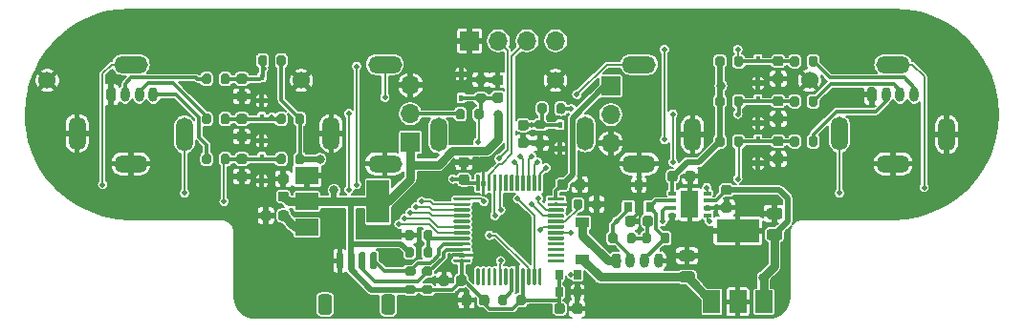
<source format=gbr>
%TF.GenerationSoftware,KiCad,Pcbnew,5.1.9-73d0e3b20d~88~ubuntu20.04.1*%
%TF.CreationDate,2021-02-21T12:43:02+01:00*%
%TF.ProjectId,input-board,696e7075-742d-4626-9f61-72642e6b6963,rev?*%
%TF.SameCoordinates,Original*%
%TF.FileFunction,Copper,L1,Top*%
%TF.FilePolarity,Positive*%
%FSLAX46Y46*%
G04 Gerber Fmt 4.6, Leading zero omitted, Abs format (unit mm)*
G04 Created by KiCad (PCBNEW 5.1.9-73d0e3b20d~88~ubuntu20.04.1) date 2021-02-21 12:43:02*
%MOMM*%
%LPD*%
G01*
G04 APERTURE LIST*
%TA.AperFunction,ComponentPad*%
%ADD10O,0.800000X1.300000*%
%TD*%
%TA.AperFunction,SMDPad,CuDef*%
%ADD11R,1.500000X2.000000*%
%TD*%
%TA.AperFunction,SMDPad,CuDef*%
%ADD12R,3.800000X2.000000*%
%TD*%
%TA.AperFunction,SMDPad,CuDef*%
%ADD13R,1.200000X0.900000*%
%TD*%
%TA.AperFunction,ComponentPad*%
%ADD14C,1.524000*%
%TD*%
%TA.AperFunction,ComponentPad*%
%ADD15O,3.000000X1.500000*%
%TD*%
%TA.AperFunction,ComponentPad*%
%ADD16O,1.500000X3.000000*%
%TD*%
%TA.AperFunction,SMDPad,CuDef*%
%ADD17R,0.650000X0.850000*%
%TD*%
%TA.AperFunction,SMDPad,CuDef*%
%ADD18R,0.450000X0.600000*%
%TD*%
%TA.AperFunction,SMDPad,CuDef*%
%ADD19R,1.550000X2.400000*%
%TD*%
%TA.AperFunction,SMDPad,CuDef*%
%ADD20R,0.650000X0.350000*%
%TD*%
%TA.AperFunction,SMDPad,CuDef*%
%ADD21R,2.000000X1.500000*%
%TD*%
%TA.AperFunction,SMDPad,CuDef*%
%ADD22R,2.000000X3.800000*%
%TD*%
%TA.AperFunction,ComponentPad*%
%ADD23O,1.700000X1.700000*%
%TD*%
%TA.AperFunction,ComponentPad*%
%ADD24R,1.700000X1.700000*%
%TD*%
%TA.AperFunction,SMDPad,CuDef*%
%ADD25R,0.800000X0.900000*%
%TD*%
%TA.AperFunction,ViaPad*%
%ADD26C,0.500000*%
%TD*%
%TA.AperFunction,ViaPad*%
%ADD27C,0.800000*%
%TD*%
%TA.AperFunction,Conductor*%
%ADD28C,0.300000*%
%TD*%
%TA.AperFunction,Conductor*%
%ADD29C,0.200000*%
%TD*%
%TA.AperFunction,Conductor*%
%ADD30C,0.750000*%
%TD*%
%TA.AperFunction,Conductor*%
%ADD31C,0.500000*%
%TD*%
%TA.AperFunction,Conductor*%
%ADD32C,0.250000*%
%TD*%
%TA.AperFunction,Conductor*%
%ADD33C,0.100000*%
%TD*%
G04 APERTURE END LIST*
D10*
%TO.P,J1,4*%
%TO.N,Net-(J1-Pad4)*%
X102000000Y-28250000D03*
%TO.P,J1,3*%
%TO.N,Net-(J1-Pad3)*%
X100750000Y-28250000D03*
%TO.P,J1,2*%
%TO.N,Net-(J1-Pad2)*%
X99500000Y-28250000D03*
%TO.P,J1,1*%
%TO.N,GND*%
%TA.AperFunction,ComponentPad*%
G36*
G01*
X97850000Y-28700000D02*
X97850000Y-27800000D01*
G75*
G02*
X98050000Y-27600000I200000J0D01*
G01*
X98450000Y-27600000D01*
G75*
G02*
X98650000Y-27800000I0J-200000D01*
G01*
X98650000Y-28700000D01*
G75*
G02*
X98450000Y-28900000I-200000J0D01*
G01*
X98050000Y-28900000D01*
G75*
G02*
X97850000Y-28700000I0J200000D01*
G01*
G37*
%TD.AperFunction*%
%TD*%
D11*
%TO.P,U1,1*%
%TO.N,+15V*%
X151450000Y-46650000D03*
%TO.P,U1,3*%
%TO.N,+5V*%
X156050000Y-46650000D03*
%TO.P,U1,2*%
%TO.N,GND*%
X153750000Y-46650000D03*
D12*
X153750000Y-40350000D03*
%TD*%
%TO.P,C4,2*%
%TO.N,+5V*%
%TA.AperFunction,SMDPad,CuDef*%
G36*
G01*
X156543750Y-40200000D02*
X157456250Y-40200000D01*
G75*
G02*
X157700000Y-40443750I0J-243750D01*
G01*
X157700000Y-40931250D01*
G75*
G02*
X157456250Y-41175000I-243750J0D01*
G01*
X156543750Y-41175000D01*
G75*
G02*
X156300000Y-40931250I0J243750D01*
G01*
X156300000Y-40443750D01*
G75*
G02*
X156543750Y-40200000I243750J0D01*
G01*
G37*
%TD.AperFunction*%
%TO.P,C4,1*%
%TO.N,GND*%
%TA.AperFunction,SMDPad,CuDef*%
G36*
G01*
X156543750Y-38325000D02*
X157456250Y-38325000D01*
G75*
G02*
X157700000Y-38568750I0J-243750D01*
G01*
X157700000Y-39056250D01*
G75*
G02*
X157456250Y-39300000I-243750J0D01*
G01*
X156543750Y-39300000D01*
G75*
G02*
X156300000Y-39056250I0J243750D01*
G01*
X156300000Y-38568750D01*
G75*
G02*
X156543750Y-38325000I243750J0D01*
G01*
G37*
%TD.AperFunction*%
%TD*%
%TO.P,C3,2*%
%TO.N,+15V*%
%TA.AperFunction,SMDPad,CuDef*%
G36*
G01*
X148793750Y-43950000D02*
X149706250Y-43950000D01*
G75*
G02*
X149950000Y-44193750I0J-243750D01*
G01*
X149950000Y-44681250D01*
G75*
G02*
X149706250Y-44925000I-243750J0D01*
G01*
X148793750Y-44925000D01*
G75*
G02*
X148550000Y-44681250I0J243750D01*
G01*
X148550000Y-44193750D01*
G75*
G02*
X148793750Y-43950000I243750J0D01*
G01*
G37*
%TD.AperFunction*%
%TO.P,C3,1*%
%TO.N,GND*%
%TA.AperFunction,SMDPad,CuDef*%
G36*
G01*
X148793750Y-42075000D02*
X149706250Y-42075000D01*
G75*
G02*
X149950000Y-42318750I0J-243750D01*
G01*
X149950000Y-42806250D01*
G75*
G02*
X149706250Y-43050000I-243750J0D01*
G01*
X148793750Y-43050000D01*
G75*
G02*
X148550000Y-42806250I0J243750D01*
G01*
X148550000Y-42318750D01*
G75*
G02*
X148793750Y-42075000I243750J0D01*
G01*
G37*
%TD.AperFunction*%
%TD*%
D13*
%TO.P,D9,2*%
%TO.N,Net-(D9-Pad2)*%
X140000000Y-39600000D03*
%TO.P,D9,1*%
%TO.N,+15V*%
X140000000Y-42900000D03*
%TD*%
D14*
%TO.P,SW3,5*%
%TO.N,GND*%
X137600000Y-27000000D03*
D15*
%TO.P,SW3,3*%
X145000000Y-34400000D03*
%TO.P,SW3,4*%
%TO.N,MDLED3*%
X145000000Y-25600000D03*
D16*
%TO.P,SW3,2*%
%TO.N,MDBT3*%
X140250000Y-31700000D03*
%TO.P,SW3,1*%
%TO.N,GND*%
X149750000Y-31800000D03*
%TD*%
D17*
%TO.P,X1,4*%
%TO.N,+3V3*%
X137925000Y-44225000D03*
%TO.P,X1,3*%
%TO.N,Net-(U2-Pad5)*%
X139575000Y-44225000D03*
%TO.P,X1,2*%
%TO.N,GND*%
X139575000Y-45775000D03*
%TO.P,X1,1*%
%TO.N,+3V3*%
X137925000Y-45775000D03*
%TD*%
%TO.P,C17,2*%
%TO.N,+3V3*%
%TA.AperFunction,SMDPad,CuDef*%
G36*
G01*
X138425000Y-47000000D02*
X138425000Y-47500000D01*
G75*
G02*
X138200000Y-47725000I-225000J0D01*
G01*
X137750000Y-47725000D01*
G75*
G02*
X137525000Y-47500000I0J225000D01*
G01*
X137525000Y-47000000D01*
G75*
G02*
X137750000Y-46775000I225000J0D01*
G01*
X138200000Y-46775000D01*
G75*
G02*
X138425000Y-47000000I0J-225000D01*
G01*
G37*
%TD.AperFunction*%
%TO.P,C17,1*%
%TO.N,GND*%
%TA.AperFunction,SMDPad,CuDef*%
G36*
G01*
X139975000Y-47000000D02*
X139975000Y-47500000D01*
G75*
G02*
X139750000Y-47725000I-225000J0D01*
G01*
X139300000Y-47725000D01*
G75*
G02*
X139075000Y-47500000I0J225000D01*
G01*
X139075000Y-47000000D01*
G75*
G02*
X139300000Y-46775000I225000J0D01*
G01*
X139750000Y-46775000D01*
G75*
G02*
X139975000Y-47000000I0J-225000D01*
G01*
G37*
%TD.AperFunction*%
%TD*%
D18*
%TO.P,D3,1*%
%TO.N,BTN1*%
X111608000Y-33825000D03*
%TO.P,D3,2*%
%TO.N,GND*%
X111608000Y-35925000D03*
%TD*%
%TO.P,D5,1*%
%TO.N,BTN3*%
X111608000Y-26713000D03*
%TO.P,D5,2*%
%TO.N,GND*%
X111608000Y-28813000D03*
%TD*%
D14*
%TO.P,SW1,5*%
%TO.N,GND*%
X92600000Y-27000000D03*
D15*
%TO.P,SW1,3*%
X100000000Y-34400000D03*
%TO.P,SW1,4*%
%TO.N,MDLED1*%
X100000000Y-25600000D03*
D16*
%TO.P,SW1,2*%
%TO.N,GND*%
X95250000Y-31700000D03*
%TO.P,SW1,1*%
%TO.N,MDBT1*%
X104750000Y-31800000D03*
%TD*%
%TO.P,J2,1*%
%TO.N,GND*%
%TA.AperFunction,ComponentPad*%
G36*
G01*
X165225000Y-28700000D02*
X165225000Y-27800000D01*
G75*
G02*
X165425000Y-27600000I200000J0D01*
G01*
X165825000Y-27600000D01*
G75*
G02*
X166025000Y-27800000I0J-200000D01*
G01*
X166025000Y-28700000D01*
G75*
G02*
X165825000Y-28900000I-200000J0D01*
G01*
X165425000Y-28900000D01*
G75*
G02*
X165225000Y-28700000I0J200000D01*
G01*
G37*
%TD.AperFunction*%
D10*
%TO.P,J2,2*%
%TO.N,Net-(J2-Pad2)*%
X166875000Y-28250000D03*
%TO.P,J2,3*%
%TO.N,Net-(J2-Pad3)*%
X168125000Y-28250000D03*
%TO.P,J2,4*%
%TO.N,Net-(J2-Pad4)*%
X169375000Y-28250000D03*
%TD*%
%TO.P,J12,4*%
%TO.N,GND*%
X146750000Y-43000000D03*
%TO.P,J12,3*%
%TO.N,CANL*%
X145500000Y-43000000D03*
%TO.P,J12,2*%
%TO.N,CANH*%
X144250000Y-43000000D03*
%TO.P,J12,1*%
%TO.N,Net-(D9-Pad2)*%
%TA.AperFunction,ComponentPad*%
G36*
G01*
X142600000Y-43450000D02*
X142600000Y-42550000D01*
G75*
G02*
X142800000Y-42350000I200000J0D01*
G01*
X143200000Y-42350000D01*
G75*
G02*
X143400000Y-42550000I0J-200000D01*
G01*
X143400000Y-43450000D01*
G75*
G02*
X143200000Y-43650000I-200000J0D01*
G01*
X142800000Y-43650000D01*
G75*
G02*
X142600000Y-43450000I0J200000D01*
G01*
G37*
%TD.AperFunction*%
%TD*%
D19*
%TO.P,U7,9*%
%TO.N,GND*%
X149500000Y-38000000D03*
D20*
%TO.P,U7,8*%
X147950000Y-38975000D03*
%TO.P,U7,7*%
%TO.N,CANH*%
X147950000Y-38325000D03*
%TO.P,U7,6*%
%TO.N,CANL*%
X147950000Y-37675000D03*
%TO.P,U7,5*%
%TO.N,+3V3*%
X147950000Y-37025000D03*
%TO.P,U7,4*%
%TO.N,CAN_RX*%
X151050000Y-37025000D03*
%TO.P,U7,3*%
%TO.N,+5V*%
X151050000Y-37675000D03*
%TO.P,U7,2*%
%TO.N,GND*%
X151050000Y-38325000D03*
%TO.P,U7,1*%
%TO.N,CAN_TX*%
X151050000Y-38975000D03*
%TD*%
D21*
%TO.P,U4,1*%
%TO.N,GND*%
X115600000Y-35450000D03*
%TO.P,U4,3*%
%TO.N,+5V*%
X115600000Y-40050000D03*
%TO.P,U4,2*%
%TO.N,+3V3*%
X115600000Y-37750000D03*
D22*
X121900000Y-37750000D03*
%TD*%
%TO.P,U2,1*%
%TO.N,N/C*%
%TA.AperFunction,SMDPad,CuDef*%
G36*
G01*
X130802000Y-45159000D02*
X130652000Y-45159000D01*
G75*
G02*
X130577000Y-45084000I0J75000D01*
G01*
X130577000Y-43759000D01*
G75*
G02*
X130652000Y-43684000I75000J0D01*
G01*
X130802000Y-43684000D01*
G75*
G02*
X130877000Y-43759000I0J-75000D01*
G01*
X130877000Y-45084000D01*
G75*
G02*
X130802000Y-45159000I-75000J0D01*
G01*
G37*
%TD.AperFunction*%
%TO.P,U2,2*%
%TA.AperFunction,SMDPad,CuDef*%
G36*
G01*
X131302000Y-45159000D02*
X131152000Y-45159000D01*
G75*
G02*
X131077000Y-45084000I0J75000D01*
G01*
X131077000Y-43759000D01*
G75*
G02*
X131152000Y-43684000I75000J0D01*
G01*
X131302000Y-43684000D01*
G75*
G02*
X131377000Y-43759000I0J-75000D01*
G01*
X131377000Y-45084000D01*
G75*
G02*
X131302000Y-45159000I-75000J0D01*
G01*
G37*
%TD.AperFunction*%
%TO.P,U2,3*%
%TA.AperFunction,SMDPad,CuDef*%
G36*
G01*
X131802000Y-45159000D02*
X131652000Y-45159000D01*
G75*
G02*
X131577000Y-45084000I0J75000D01*
G01*
X131577000Y-43759000D01*
G75*
G02*
X131652000Y-43684000I75000J0D01*
G01*
X131802000Y-43684000D01*
G75*
G02*
X131877000Y-43759000I0J-75000D01*
G01*
X131877000Y-45084000D01*
G75*
G02*
X131802000Y-45159000I-75000J0D01*
G01*
G37*
%TD.AperFunction*%
%TO.P,U2,4*%
%TA.AperFunction,SMDPad,CuDef*%
G36*
G01*
X132302000Y-45159000D02*
X132152000Y-45159000D01*
G75*
G02*
X132077000Y-45084000I0J75000D01*
G01*
X132077000Y-43759000D01*
G75*
G02*
X132152000Y-43684000I75000J0D01*
G01*
X132302000Y-43684000D01*
G75*
G02*
X132377000Y-43759000I0J-75000D01*
G01*
X132377000Y-45084000D01*
G75*
G02*
X132302000Y-45159000I-75000J0D01*
G01*
G37*
%TD.AperFunction*%
%TO.P,U2,5*%
%TO.N,Net-(U2-Pad5)*%
%TA.AperFunction,SMDPad,CuDef*%
G36*
G01*
X132802000Y-45159000D02*
X132652000Y-45159000D01*
G75*
G02*
X132577000Y-45084000I0J75000D01*
G01*
X132577000Y-43759000D01*
G75*
G02*
X132652000Y-43684000I75000J0D01*
G01*
X132802000Y-43684000D01*
G75*
G02*
X132877000Y-43759000I0J-75000D01*
G01*
X132877000Y-45084000D01*
G75*
G02*
X132802000Y-45159000I-75000J0D01*
G01*
G37*
%TD.AperFunction*%
%TO.P,U2,6*%
%TO.N,N/C*%
%TA.AperFunction,SMDPad,CuDef*%
G36*
G01*
X133302000Y-45159000D02*
X133152000Y-45159000D01*
G75*
G02*
X133077000Y-45084000I0J75000D01*
G01*
X133077000Y-43759000D01*
G75*
G02*
X133152000Y-43684000I75000J0D01*
G01*
X133302000Y-43684000D01*
G75*
G02*
X133377000Y-43759000I0J-75000D01*
G01*
X133377000Y-45084000D01*
G75*
G02*
X133302000Y-45159000I-75000J0D01*
G01*
G37*
%TD.AperFunction*%
%TO.P,U2,7*%
%TO.N,Net-(R24-Pad1)*%
%TA.AperFunction,SMDPad,CuDef*%
G36*
G01*
X133802000Y-45159000D02*
X133652000Y-45159000D01*
G75*
G02*
X133577000Y-45084000I0J75000D01*
G01*
X133577000Y-43759000D01*
G75*
G02*
X133652000Y-43684000I75000J0D01*
G01*
X133802000Y-43684000D01*
G75*
G02*
X133877000Y-43759000I0J-75000D01*
G01*
X133877000Y-45084000D01*
G75*
G02*
X133802000Y-45159000I-75000J0D01*
G01*
G37*
%TD.AperFunction*%
%TO.P,U2,8*%
%TO.N,GND*%
%TA.AperFunction,SMDPad,CuDef*%
G36*
G01*
X134302000Y-45159000D02*
X134152000Y-45159000D01*
G75*
G02*
X134077000Y-45084000I0J75000D01*
G01*
X134077000Y-43759000D01*
G75*
G02*
X134152000Y-43684000I75000J0D01*
G01*
X134302000Y-43684000D01*
G75*
G02*
X134377000Y-43759000I0J-75000D01*
G01*
X134377000Y-45084000D01*
G75*
G02*
X134302000Y-45159000I-75000J0D01*
G01*
G37*
%TD.AperFunction*%
%TO.P,U2,9*%
%TO.N,+3V3*%
%TA.AperFunction,SMDPad,CuDef*%
G36*
G01*
X134802000Y-45159000D02*
X134652000Y-45159000D01*
G75*
G02*
X134577000Y-45084000I0J75000D01*
G01*
X134577000Y-43759000D01*
G75*
G02*
X134652000Y-43684000I75000J0D01*
G01*
X134802000Y-43684000D01*
G75*
G02*
X134877000Y-43759000I0J-75000D01*
G01*
X134877000Y-45084000D01*
G75*
G02*
X134802000Y-45159000I-75000J0D01*
G01*
G37*
%TD.AperFunction*%
%TO.P,U2,10*%
%TO.N,RAW_GAS*%
%TA.AperFunction,SMDPad,CuDef*%
G36*
G01*
X135302000Y-45159000D02*
X135152000Y-45159000D01*
G75*
G02*
X135077000Y-45084000I0J75000D01*
G01*
X135077000Y-43759000D01*
G75*
G02*
X135152000Y-43684000I75000J0D01*
G01*
X135302000Y-43684000D01*
G75*
G02*
X135377000Y-43759000I0J-75000D01*
G01*
X135377000Y-45084000D01*
G75*
G02*
X135302000Y-45159000I-75000J0D01*
G01*
G37*
%TD.AperFunction*%
%TO.P,U2,11*%
%TO.N,RAW_BREMSE*%
%TA.AperFunction,SMDPad,CuDef*%
G36*
G01*
X135802000Y-45159000D02*
X135652000Y-45159000D01*
G75*
G02*
X135577000Y-45084000I0J75000D01*
G01*
X135577000Y-43759000D01*
G75*
G02*
X135652000Y-43684000I75000J0D01*
G01*
X135802000Y-43684000D01*
G75*
G02*
X135877000Y-43759000I0J-75000D01*
G01*
X135877000Y-45084000D01*
G75*
G02*
X135802000Y-45159000I-75000J0D01*
G01*
G37*
%TD.AperFunction*%
%TO.P,U2,12*%
%TO.N,N/C*%
%TA.AperFunction,SMDPad,CuDef*%
G36*
G01*
X136302000Y-45159000D02*
X136152000Y-45159000D01*
G75*
G02*
X136077000Y-45084000I0J75000D01*
G01*
X136077000Y-43759000D01*
G75*
G02*
X136152000Y-43684000I75000J0D01*
G01*
X136302000Y-43684000D01*
G75*
G02*
X136377000Y-43759000I0J-75000D01*
G01*
X136377000Y-45084000D01*
G75*
G02*
X136302000Y-45159000I-75000J0D01*
G01*
G37*
%TD.AperFunction*%
%TO.P,U2,13*%
%TA.AperFunction,SMDPad,CuDef*%
G36*
G01*
X138302000Y-43159000D02*
X136977000Y-43159000D01*
G75*
G02*
X136902000Y-43084000I0J75000D01*
G01*
X136902000Y-42934000D01*
G75*
G02*
X136977000Y-42859000I75000J0D01*
G01*
X138302000Y-42859000D01*
G75*
G02*
X138377000Y-42934000I0J-75000D01*
G01*
X138377000Y-43084000D01*
G75*
G02*
X138302000Y-43159000I-75000J0D01*
G01*
G37*
%TD.AperFunction*%
%TO.P,U2,14*%
%TA.AperFunction,SMDPad,CuDef*%
G36*
G01*
X138302000Y-42659000D02*
X136977000Y-42659000D01*
G75*
G02*
X136902000Y-42584000I0J75000D01*
G01*
X136902000Y-42434000D01*
G75*
G02*
X136977000Y-42359000I75000J0D01*
G01*
X138302000Y-42359000D01*
G75*
G02*
X138377000Y-42434000I0J-75000D01*
G01*
X138377000Y-42584000D01*
G75*
G02*
X138302000Y-42659000I-75000J0D01*
G01*
G37*
%TD.AperFunction*%
%TO.P,U2,15*%
%TA.AperFunction,SMDPad,CuDef*%
G36*
G01*
X138302000Y-42159000D02*
X136977000Y-42159000D01*
G75*
G02*
X136902000Y-42084000I0J75000D01*
G01*
X136902000Y-41934000D01*
G75*
G02*
X136977000Y-41859000I75000J0D01*
G01*
X138302000Y-41859000D01*
G75*
G02*
X138377000Y-41934000I0J-75000D01*
G01*
X138377000Y-42084000D01*
G75*
G02*
X138302000Y-42159000I-75000J0D01*
G01*
G37*
%TD.AperFunction*%
%TO.P,U2,16*%
%TA.AperFunction,SMDPad,CuDef*%
G36*
G01*
X138302000Y-41659000D02*
X136977000Y-41659000D01*
G75*
G02*
X136902000Y-41584000I0J75000D01*
G01*
X136902000Y-41434000D01*
G75*
G02*
X136977000Y-41359000I75000J0D01*
G01*
X138302000Y-41359000D01*
G75*
G02*
X138377000Y-41434000I0J-75000D01*
G01*
X138377000Y-41584000D01*
G75*
G02*
X138302000Y-41659000I-75000J0D01*
G01*
G37*
%TD.AperFunction*%
%TO.P,U2,17*%
%TA.AperFunction,SMDPad,CuDef*%
G36*
G01*
X138302000Y-41159000D02*
X136977000Y-41159000D01*
G75*
G02*
X136902000Y-41084000I0J75000D01*
G01*
X136902000Y-40934000D01*
G75*
G02*
X136977000Y-40859000I75000J0D01*
G01*
X138302000Y-40859000D01*
G75*
G02*
X138377000Y-40934000I0J-75000D01*
G01*
X138377000Y-41084000D01*
G75*
G02*
X138302000Y-41159000I-75000J0D01*
G01*
G37*
%TD.AperFunction*%
%TO.P,U2,18*%
%TO.N,MDBT4*%
%TA.AperFunction,SMDPad,CuDef*%
G36*
G01*
X138302000Y-40659000D02*
X136977000Y-40659000D01*
G75*
G02*
X136902000Y-40584000I0J75000D01*
G01*
X136902000Y-40434000D01*
G75*
G02*
X136977000Y-40359000I75000J0D01*
G01*
X138302000Y-40359000D01*
G75*
G02*
X138377000Y-40434000I0J-75000D01*
G01*
X138377000Y-40584000D01*
G75*
G02*
X138302000Y-40659000I-75000J0D01*
G01*
G37*
%TD.AperFunction*%
%TO.P,U2,19*%
%TO.N,MDLED4*%
%TA.AperFunction,SMDPad,CuDef*%
G36*
G01*
X138302000Y-40159000D02*
X136977000Y-40159000D01*
G75*
G02*
X136902000Y-40084000I0J75000D01*
G01*
X136902000Y-39934000D01*
G75*
G02*
X136977000Y-39859000I75000J0D01*
G01*
X138302000Y-39859000D01*
G75*
G02*
X138377000Y-39934000I0J-75000D01*
G01*
X138377000Y-40084000D01*
G75*
G02*
X138302000Y-40159000I-75000J0D01*
G01*
G37*
%TD.AperFunction*%
%TO.P,U2,20*%
%TO.N,Net-(R25-Pad2)*%
%TA.AperFunction,SMDPad,CuDef*%
G36*
G01*
X138302000Y-39659000D02*
X136977000Y-39659000D01*
G75*
G02*
X136902000Y-39584000I0J75000D01*
G01*
X136902000Y-39434000D01*
G75*
G02*
X136977000Y-39359000I75000J0D01*
G01*
X138302000Y-39359000D01*
G75*
G02*
X138377000Y-39434000I0J-75000D01*
G01*
X138377000Y-39584000D01*
G75*
G02*
X138302000Y-39659000I-75000J0D01*
G01*
G37*
%TD.AperFunction*%
%TO.P,U2,21*%
%TO.N,BTN6*%
%TA.AperFunction,SMDPad,CuDef*%
G36*
G01*
X138302000Y-39159000D02*
X136977000Y-39159000D01*
G75*
G02*
X136902000Y-39084000I0J75000D01*
G01*
X136902000Y-38934000D01*
G75*
G02*
X136977000Y-38859000I75000J0D01*
G01*
X138302000Y-38859000D01*
G75*
G02*
X138377000Y-38934000I0J-75000D01*
G01*
X138377000Y-39084000D01*
G75*
G02*
X138302000Y-39159000I-75000J0D01*
G01*
G37*
%TD.AperFunction*%
%TO.P,U2,22*%
%TO.N,BTN5*%
%TA.AperFunction,SMDPad,CuDef*%
G36*
G01*
X138302000Y-38659000D02*
X136977000Y-38659000D01*
G75*
G02*
X136902000Y-38584000I0J75000D01*
G01*
X136902000Y-38434000D01*
G75*
G02*
X136977000Y-38359000I75000J0D01*
G01*
X138302000Y-38359000D01*
G75*
G02*
X138377000Y-38434000I0J-75000D01*
G01*
X138377000Y-38584000D01*
G75*
G02*
X138302000Y-38659000I-75000J0D01*
G01*
G37*
%TD.AperFunction*%
%TO.P,U2,23*%
%TO.N,GND*%
%TA.AperFunction,SMDPad,CuDef*%
G36*
G01*
X138302000Y-38159000D02*
X136977000Y-38159000D01*
G75*
G02*
X136902000Y-38084000I0J75000D01*
G01*
X136902000Y-37934000D01*
G75*
G02*
X136977000Y-37859000I75000J0D01*
G01*
X138302000Y-37859000D01*
G75*
G02*
X138377000Y-37934000I0J-75000D01*
G01*
X138377000Y-38084000D01*
G75*
G02*
X138302000Y-38159000I-75000J0D01*
G01*
G37*
%TD.AperFunction*%
%TO.P,U2,24*%
%TO.N,+3V3*%
%TA.AperFunction,SMDPad,CuDef*%
G36*
G01*
X138302000Y-37659000D02*
X136977000Y-37659000D01*
G75*
G02*
X136902000Y-37584000I0J75000D01*
G01*
X136902000Y-37434000D01*
G75*
G02*
X136977000Y-37359000I75000J0D01*
G01*
X138302000Y-37359000D01*
G75*
G02*
X138377000Y-37434000I0J-75000D01*
G01*
X138377000Y-37584000D01*
G75*
G02*
X138302000Y-37659000I-75000J0D01*
G01*
G37*
%TD.AperFunction*%
%TO.P,U2,25*%
%TO.N,BTN4*%
%TA.AperFunction,SMDPad,CuDef*%
G36*
G01*
X136302000Y-36834000D02*
X136152000Y-36834000D01*
G75*
G02*
X136077000Y-36759000I0J75000D01*
G01*
X136077000Y-35434000D01*
G75*
G02*
X136152000Y-35359000I75000J0D01*
G01*
X136302000Y-35359000D01*
G75*
G02*
X136377000Y-35434000I0J-75000D01*
G01*
X136377000Y-36759000D01*
G75*
G02*
X136302000Y-36834000I-75000J0D01*
G01*
G37*
%TD.AperFunction*%
%TO.P,U2,26*%
%TO.N,MDBT3*%
%TA.AperFunction,SMDPad,CuDef*%
G36*
G01*
X135802000Y-36834000D02*
X135652000Y-36834000D01*
G75*
G02*
X135577000Y-36759000I0J75000D01*
G01*
X135577000Y-35434000D01*
G75*
G02*
X135652000Y-35359000I75000J0D01*
G01*
X135802000Y-35359000D01*
G75*
G02*
X135877000Y-35434000I0J-75000D01*
G01*
X135877000Y-36759000D01*
G75*
G02*
X135802000Y-36834000I-75000J0D01*
G01*
G37*
%TD.AperFunction*%
%TO.P,U2,27*%
%TO.N,MDLED3*%
%TA.AperFunction,SMDPad,CuDef*%
G36*
G01*
X135302000Y-36834000D02*
X135152000Y-36834000D01*
G75*
G02*
X135077000Y-36759000I0J75000D01*
G01*
X135077000Y-35434000D01*
G75*
G02*
X135152000Y-35359000I75000J0D01*
G01*
X135302000Y-35359000D01*
G75*
G02*
X135377000Y-35434000I0J-75000D01*
G01*
X135377000Y-36759000D01*
G75*
G02*
X135302000Y-36834000I-75000J0D01*
G01*
G37*
%TD.AperFunction*%
%TO.P,U2,28*%
%TO.N,MDLED2*%
%TA.AperFunction,SMDPad,CuDef*%
G36*
G01*
X134802000Y-36834000D02*
X134652000Y-36834000D01*
G75*
G02*
X134577000Y-36759000I0J75000D01*
G01*
X134577000Y-35434000D01*
G75*
G02*
X134652000Y-35359000I75000J0D01*
G01*
X134802000Y-35359000D01*
G75*
G02*
X134877000Y-35434000I0J-75000D01*
G01*
X134877000Y-36759000D01*
G75*
G02*
X134802000Y-36834000I-75000J0D01*
G01*
G37*
%TD.AperFunction*%
%TO.P,U2,29*%
%TO.N,MDBT2*%
%TA.AperFunction,SMDPad,CuDef*%
G36*
G01*
X134302000Y-36834000D02*
X134152000Y-36834000D01*
G75*
G02*
X134077000Y-36759000I0J75000D01*
G01*
X134077000Y-35434000D01*
G75*
G02*
X134152000Y-35359000I75000J0D01*
G01*
X134302000Y-35359000D01*
G75*
G02*
X134377000Y-35434000I0J-75000D01*
G01*
X134377000Y-36759000D01*
G75*
G02*
X134302000Y-36834000I-75000J0D01*
G01*
G37*
%TD.AperFunction*%
%TO.P,U2,30*%
%TO.N,N/C*%
%TA.AperFunction,SMDPad,CuDef*%
G36*
G01*
X133802000Y-36834000D02*
X133652000Y-36834000D01*
G75*
G02*
X133577000Y-36759000I0J75000D01*
G01*
X133577000Y-35434000D01*
G75*
G02*
X133652000Y-35359000I75000J0D01*
G01*
X133802000Y-35359000D01*
G75*
G02*
X133877000Y-35434000I0J-75000D01*
G01*
X133877000Y-36759000D01*
G75*
G02*
X133802000Y-36834000I-75000J0D01*
G01*
G37*
%TD.AperFunction*%
%TO.P,U2,31*%
%TA.AperFunction,SMDPad,CuDef*%
G36*
G01*
X133302000Y-36834000D02*
X133152000Y-36834000D01*
G75*
G02*
X133077000Y-36759000I0J75000D01*
G01*
X133077000Y-35434000D01*
G75*
G02*
X133152000Y-35359000I75000J0D01*
G01*
X133302000Y-35359000D01*
G75*
G02*
X133377000Y-35434000I0J-75000D01*
G01*
X133377000Y-36759000D01*
G75*
G02*
X133302000Y-36834000I-75000J0D01*
G01*
G37*
%TD.AperFunction*%
%TO.P,U2,32*%
%TO.N,CAN_RX*%
%TA.AperFunction,SMDPad,CuDef*%
G36*
G01*
X132802000Y-36834000D02*
X132652000Y-36834000D01*
G75*
G02*
X132577000Y-36759000I0J75000D01*
G01*
X132577000Y-35434000D01*
G75*
G02*
X132652000Y-35359000I75000J0D01*
G01*
X132802000Y-35359000D01*
G75*
G02*
X132877000Y-35434000I0J-75000D01*
G01*
X132877000Y-36759000D01*
G75*
G02*
X132802000Y-36834000I-75000J0D01*
G01*
G37*
%TD.AperFunction*%
%TO.P,U2,33*%
%TO.N,CAN_TX*%
%TA.AperFunction,SMDPad,CuDef*%
G36*
G01*
X132302000Y-36834000D02*
X132152000Y-36834000D01*
G75*
G02*
X132077000Y-36759000I0J75000D01*
G01*
X132077000Y-35434000D01*
G75*
G02*
X132152000Y-35359000I75000J0D01*
G01*
X132302000Y-35359000D01*
G75*
G02*
X132377000Y-35434000I0J-75000D01*
G01*
X132377000Y-36759000D01*
G75*
G02*
X132302000Y-36834000I-75000J0D01*
G01*
G37*
%TD.AperFunction*%
%TO.P,U2,34*%
%TO.N,SWDIO*%
%TA.AperFunction,SMDPad,CuDef*%
G36*
G01*
X131802000Y-36834000D02*
X131652000Y-36834000D01*
G75*
G02*
X131577000Y-36759000I0J75000D01*
G01*
X131577000Y-35434000D01*
G75*
G02*
X131652000Y-35359000I75000J0D01*
G01*
X131802000Y-35359000D01*
G75*
G02*
X131877000Y-35434000I0J-75000D01*
G01*
X131877000Y-36759000D01*
G75*
G02*
X131802000Y-36834000I-75000J0D01*
G01*
G37*
%TD.AperFunction*%
%TO.P,U2,35*%
%TO.N,GND*%
%TA.AperFunction,SMDPad,CuDef*%
G36*
G01*
X131302000Y-36834000D02*
X131152000Y-36834000D01*
G75*
G02*
X131077000Y-36759000I0J75000D01*
G01*
X131077000Y-35434000D01*
G75*
G02*
X131152000Y-35359000I75000J0D01*
G01*
X131302000Y-35359000D01*
G75*
G02*
X131377000Y-35434000I0J-75000D01*
G01*
X131377000Y-36759000D01*
G75*
G02*
X131302000Y-36834000I-75000J0D01*
G01*
G37*
%TD.AperFunction*%
%TO.P,U2,36*%
%TO.N,+3V3*%
%TA.AperFunction,SMDPad,CuDef*%
G36*
G01*
X130802000Y-36834000D02*
X130652000Y-36834000D01*
G75*
G02*
X130577000Y-36759000I0J75000D01*
G01*
X130577000Y-35434000D01*
G75*
G02*
X130652000Y-35359000I75000J0D01*
G01*
X130802000Y-35359000D01*
G75*
G02*
X130877000Y-35434000I0J-75000D01*
G01*
X130877000Y-36759000D01*
G75*
G02*
X130802000Y-36834000I-75000J0D01*
G01*
G37*
%TD.AperFunction*%
%TO.P,U2,37*%
%TO.N,SWCLK*%
%TA.AperFunction,SMDPad,CuDef*%
G36*
G01*
X129977000Y-37659000D02*
X128652000Y-37659000D01*
G75*
G02*
X128577000Y-37584000I0J75000D01*
G01*
X128577000Y-37434000D01*
G75*
G02*
X128652000Y-37359000I75000J0D01*
G01*
X129977000Y-37359000D01*
G75*
G02*
X130052000Y-37434000I0J-75000D01*
G01*
X130052000Y-37584000D01*
G75*
G02*
X129977000Y-37659000I-75000J0D01*
G01*
G37*
%TD.AperFunction*%
%TO.P,U2,38*%
%TO.N,BTN3*%
%TA.AperFunction,SMDPad,CuDef*%
G36*
G01*
X129977000Y-38159000D02*
X128652000Y-38159000D01*
G75*
G02*
X128577000Y-38084000I0J75000D01*
G01*
X128577000Y-37934000D01*
G75*
G02*
X128652000Y-37859000I75000J0D01*
G01*
X129977000Y-37859000D01*
G75*
G02*
X130052000Y-37934000I0J-75000D01*
G01*
X130052000Y-38084000D01*
G75*
G02*
X129977000Y-38159000I-75000J0D01*
G01*
G37*
%TD.AperFunction*%
%TO.P,U2,39*%
%TO.N,BTN2*%
%TA.AperFunction,SMDPad,CuDef*%
G36*
G01*
X129977000Y-38659000D02*
X128652000Y-38659000D01*
G75*
G02*
X128577000Y-38584000I0J75000D01*
G01*
X128577000Y-38434000D01*
G75*
G02*
X128652000Y-38359000I75000J0D01*
G01*
X129977000Y-38359000D01*
G75*
G02*
X130052000Y-38434000I0J-75000D01*
G01*
X130052000Y-38584000D01*
G75*
G02*
X129977000Y-38659000I-75000J0D01*
G01*
G37*
%TD.AperFunction*%
%TO.P,U2,40*%
%TO.N,BTN1*%
%TA.AperFunction,SMDPad,CuDef*%
G36*
G01*
X129977000Y-39159000D02*
X128652000Y-39159000D01*
G75*
G02*
X128577000Y-39084000I0J75000D01*
G01*
X128577000Y-38934000D01*
G75*
G02*
X128652000Y-38859000I75000J0D01*
G01*
X129977000Y-38859000D01*
G75*
G02*
X130052000Y-38934000I0J-75000D01*
G01*
X130052000Y-39084000D01*
G75*
G02*
X129977000Y-39159000I-75000J0D01*
G01*
G37*
%TD.AperFunction*%
%TO.P,U2,41*%
%TO.N,N/C*%
%TA.AperFunction,SMDPad,CuDef*%
G36*
G01*
X129977000Y-39659000D02*
X128652000Y-39659000D01*
G75*
G02*
X128577000Y-39584000I0J75000D01*
G01*
X128577000Y-39434000D01*
G75*
G02*
X128652000Y-39359000I75000J0D01*
G01*
X129977000Y-39359000D01*
G75*
G02*
X130052000Y-39434000I0J-75000D01*
G01*
X130052000Y-39584000D01*
G75*
G02*
X129977000Y-39659000I-75000J0D01*
G01*
G37*
%TD.AperFunction*%
%TO.P,U2,42*%
%TO.N,MDLED1*%
%TA.AperFunction,SMDPad,CuDef*%
G36*
G01*
X129977000Y-40159000D02*
X128652000Y-40159000D01*
G75*
G02*
X128577000Y-40084000I0J75000D01*
G01*
X128577000Y-39934000D01*
G75*
G02*
X128652000Y-39859000I75000J0D01*
G01*
X129977000Y-39859000D01*
G75*
G02*
X130052000Y-39934000I0J-75000D01*
G01*
X130052000Y-40084000D01*
G75*
G02*
X129977000Y-40159000I-75000J0D01*
G01*
G37*
%TD.AperFunction*%
%TO.P,U2,43*%
%TO.N,MDBT1*%
%TA.AperFunction,SMDPad,CuDef*%
G36*
G01*
X129977000Y-40659000D02*
X128652000Y-40659000D01*
G75*
G02*
X128577000Y-40584000I0J75000D01*
G01*
X128577000Y-40434000D01*
G75*
G02*
X128652000Y-40359000I75000J0D01*
G01*
X129977000Y-40359000D01*
G75*
G02*
X130052000Y-40434000I0J-75000D01*
G01*
X130052000Y-40584000D01*
G75*
G02*
X129977000Y-40659000I-75000J0D01*
G01*
G37*
%TD.AperFunction*%
%TO.P,U2,44*%
%TO.N,Net-(R22-Pad2)*%
%TA.AperFunction,SMDPad,CuDef*%
G36*
G01*
X129977000Y-41159000D02*
X128652000Y-41159000D01*
G75*
G02*
X128577000Y-41084000I0J75000D01*
G01*
X128577000Y-40934000D01*
G75*
G02*
X128652000Y-40859000I75000J0D01*
G01*
X129977000Y-40859000D01*
G75*
G02*
X130052000Y-40934000I0J-75000D01*
G01*
X130052000Y-41084000D01*
G75*
G02*
X129977000Y-41159000I-75000J0D01*
G01*
G37*
%TD.AperFunction*%
%TO.P,U2,45*%
%TO.N,SCL*%
%TA.AperFunction,SMDPad,CuDef*%
G36*
G01*
X129977000Y-41659000D02*
X128652000Y-41659000D01*
G75*
G02*
X128577000Y-41584000I0J75000D01*
G01*
X128577000Y-41434000D01*
G75*
G02*
X128652000Y-41359000I75000J0D01*
G01*
X129977000Y-41359000D01*
G75*
G02*
X130052000Y-41434000I0J-75000D01*
G01*
X130052000Y-41584000D01*
G75*
G02*
X129977000Y-41659000I-75000J0D01*
G01*
G37*
%TD.AperFunction*%
%TO.P,U2,46*%
%TO.N,SDA*%
%TA.AperFunction,SMDPad,CuDef*%
G36*
G01*
X129977000Y-42159000D02*
X128652000Y-42159000D01*
G75*
G02*
X128577000Y-42084000I0J75000D01*
G01*
X128577000Y-41934000D01*
G75*
G02*
X128652000Y-41859000I75000J0D01*
G01*
X129977000Y-41859000D01*
G75*
G02*
X130052000Y-41934000I0J-75000D01*
G01*
X130052000Y-42084000D01*
G75*
G02*
X129977000Y-42159000I-75000J0D01*
G01*
G37*
%TD.AperFunction*%
%TO.P,U2,47*%
%TO.N,GND*%
%TA.AperFunction,SMDPad,CuDef*%
G36*
G01*
X129977000Y-42659000D02*
X128652000Y-42659000D01*
G75*
G02*
X128577000Y-42584000I0J75000D01*
G01*
X128577000Y-42434000D01*
G75*
G02*
X128652000Y-42359000I75000J0D01*
G01*
X129977000Y-42359000D01*
G75*
G02*
X130052000Y-42434000I0J-75000D01*
G01*
X130052000Y-42584000D01*
G75*
G02*
X129977000Y-42659000I-75000J0D01*
G01*
G37*
%TD.AperFunction*%
%TO.P,U2,48*%
%TO.N,+3V3*%
%TA.AperFunction,SMDPad,CuDef*%
G36*
G01*
X129977000Y-43159000D02*
X128652000Y-43159000D01*
G75*
G02*
X128577000Y-43084000I0J75000D01*
G01*
X128577000Y-42934000D01*
G75*
G02*
X128652000Y-42859000I75000J0D01*
G01*
X129977000Y-42859000D01*
G75*
G02*
X130052000Y-42934000I0J-75000D01*
G01*
X130052000Y-43084000D01*
G75*
G02*
X129977000Y-43159000I-75000J0D01*
G01*
G37*
%TD.AperFunction*%
%TD*%
D14*
%TO.P,SW4,5*%
%TO.N,GND*%
X160100000Y-27000000D03*
D15*
%TO.P,SW4,3*%
X167500000Y-34400000D03*
%TO.P,SW4,4*%
%TO.N,MDLED4*%
X167500000Y-25600000D03*
D16*
%TO.P,SW4,2*%
%TO.N,MDBT4*%
X162750000Y-31700000D03*
%TO.P,SW4,1*%
%TO.N,GND*%
X172250000Y-31800000D03*
%TD*%
D14*
%TO.P,SW2,5*%
%TO.N,GND*%
X115100000Y-27000000D03*
D15*
%TO.P,SW2,3*%
X122500000Y-34400000D03*
%TO.P,SW2,4*%
%TO.N,MDLED2*%
X122500000Y-25600000D03*
D16*
%TO.P,SW2,2*%
%TO.N,GND*%
X117750000Y-31700000D03*
%TO.P,SW2,1*%
%TO.N,MDBT2*%
X127250000Y-31800000D03*
%TD*%
%TO.P,R49,2*%
%TO.N,CANL*%
%TA.AperFunction,SMDPad,CuDef*%
G36*
G01*
X146925000Y-41275000D02*
X146925000Y-40725000D01*
G75*
G02*
X147125000Y-40525000I200000J0D01*
G01*
X147525000Y-40525000D01*
G75*
G02*
X147725000Y-40725000I0J-200000D01*
G01*
X147725000Y-41275000D01*
G75*
G02*
X147525000Y-41475000I-200000J0D01*
G01*
X147125000Y-41475000D01*
G75*
G02*
X146925000Y-41275000I0J200000D01*
G01*
G37*
%TD.AperFunction*%
%TO.P,R49,1*%
%TO.N,Net-(C45-Pad1)*%
%TA.AperFunction,SMDPad,CuDef*%
G36*
G01*
X145275000Y-41275000D02*
X145275000Y-40725000D01*
G75*
G02*
X145475000Y-40525000I200000J0D01*
G01*
X145875000Y-40525000D01*
G75*
G02*
X146075000Y-40725000I0J-200000D01*
G01*
X146075000Y-41275000D01*
G75*
G02*
X145875000Y-41475000I-200000J0D01*
G01*
X145475000Y-41475000D01*
G75*
G02*
X145275000Y-41275000I0J200000D01*
G01*
G37*
%TD.AperFunction*%
%TD*%
%TO.P,R48,2*%
%TO.N,Net-(C45-Pad1)*%
%TA.AperFunction,SMDPad,CuDef*%
G36*
G01*
X143925000Y-41275000D02*
X143925000Y-40725000D01*
G75*
G02*
X144125000Y-40525000I200000J0D01*
G01*
X144525000Y-40525000D01*
G75*
G02*
X144725000Y-40725000I0J-200000D01*
G01*
X144725000Y-41275000D01*
G75*
G02*
X144525000Y-41475000I-200000J0D01*
G01*
X144125000Y-41475000D01*
G75*
G02*
X143925000Y-41275000I0J200000D01*
G01*
G37*
%TD.AperFunction*%
%TO.P,R48,1*%
%TO.N,CANH*%
%TA.AperFunction,SMDPad,CuDef*%
G36*
G01*
X142275000Y-41275000D02*
X142275000Y-40725000D01*
G75*
G02*
X142475000Y-40525000I200000J0D01*
G01*
X142875000Y-40525000D01*
G75*
G02*
X143075000Y-40725000I0J-200000D01*
G01*
X143075000Y-41275000D01*
G75*
G02*
X142875000Y-41475000I-200000J0D01*
G01*
X142475000Y-41475000D01*
G75*
G02*
X142275000Y-41275000I0J200000D01*
G01*
G37*
%TD.AperFunction*%
%TD*%
%TO.P,R25,2*%
%TO.N,Net-(R25-Pad2)*%
%TA.AperFunction,SMDPad,CuDef*%
G36*
G01*
X140000000Y-37725000D02*
X140000000Y-38275000D01*
G75*
G02*
X139800000Y-38475000I-200000J0D01*
G01*
X139400000Y-38475000D01*
G75*
G02*
X139200000Y-38275000I0J200000D01*
G01*
X139200000Y-37725000D01*
G75*
G02*
X139400000Y-37525000I200000J0D01*
G01*
X139800000Y-37525000D01*
G75*
G02*
X140000000Y-37725000I0J-200000D01*
G01*
G37*
%TD.AperFunction*%
%TO.P,R25,1*%
%TO.N,GND*%
%TA.AperFunction,SMDPad,CuDef*%
G36*
G01*
X141650000Y-37725000D02*
X141650000Y-38275000D01*
G75*
G02*
X141450000Y-38475000I-200000J0D01*
G01*
X141050000Y-38475000D01*
G75*
G02*
X140850000Y-38275000I0J200000D01*
G01*
X140850000Y-37725000D01*
G75*
G02*
X141050000Y-37525000I200000J0D01*
G01*
X141450000Y-37525000D01*
G75*
G02*
X141650000Y-37725000I0J-200000D01*
G01*
G37*
%TD.AperFunction*%
%TD*%
%TO.P,R24,2*%
%TO.N,+3V3*%
%TA.AperFunction,SMDPad,CuDef*%
G36*
G01*
X134175000Y-46775000D02*
X134175000Y-46225000D01*
G75*
G02*
X134375000Y-46025000I200000J0D01*
G01*
X134775000Y-46025000D01*
G75*
G02*
X134975000Y-46225000I0J-200000D01*
G01*
X134975000Y-46775000D01*
G75*
G02*
X134775000Y-46975000I-200000J0D01*
G01*
X134375000Y-46975000D01*
G75*
G02*
X134175000Y-46775000I0J200000D01*
G01*
G37*
%TD.AperFunction*%
%TO.P,R24,1*%
%TO.N,Net-(R24-Pad1)*%
%TA.AperFunction,SMDPad,CuDef*%
G36*
G01*
X132525000Y-46775000D02*
X132525000Y-46225000D01*
G75*
G02*
X132725000Y-46025000I200000J0D01*
G01*
X133125000Y-46025000D01*
G75*
G02*
X133325000Y-46225000I0J-200000D01*
G01*
X133325000Y-46775000D01*
G75*
G02*
X133125000Y-46975000I-200000J0D01*
G01*
X132725000Y-46975000D01*
G75*
G02*
X132525000Y-46775000I0J200000D01*
G01*
G37*
%TD.AperFunction*%
%TD*%
%TO.P,R23,2*%
%TO.N,+3V3*%
%TA.AperFunction,SMDPad,CuDef*%
G36*
G01*
X125075000Y-41975000D02*
X125075000Y-42525000D01*
G75*
G02*
X124875000Y-42725000I-200000J0D01*
G01*
X124475000Y-42725000D01*
G75*
G02*
X124275000Y-42525000I0J200000D01*
G01*
X124275000Y-41975000D01*
G75*
G02*
X124475000Y-41775000I200000J0D01*
G01*
X124875000Y-41775000D01*
G75*
G02*
X125075000Y-41975000I0J-200000D01*
G01*
G37*
%TD.AperFunction*%
%TO.P,R23,1*%
%TO.N,Net-(R22-Pad2)*%
%TA.AperFunction,SMDPad,CuDef*%
G36*
G01*
X126725000Y-41975000D02*
X126725000Y-42525000D01*
G75*
G02*
X126525000Y-42725000I-200000J0D01*
G01*
X126125000Y-42725000D01*
G75*
G02*
X125925000Y-42525000I0J200000D01*
G01*
X125925000Y-41975000D01*
G75*
G02*
X126125000Y-41775000I200000J0D01*
G01*
X126525000Y-41775000D01*
G75*
G02*
X126725000Y-41975000I0J-200000D01*
G01*
G37*
%TD.AperFunction*%
%TD*%
%TO.P,R22,2*%
%TO.N,Net-(R22-Pad2)*%
%TA.AperFunction,SMDPad,CuDef*%
G36*
G01*
X125925000Y-41025000D02*
X125925000Y-40475000D01*
G75*
G02*
X126125000Y-40275000I200000J0D01*
G01*
X126525000Y-40275000D01*
G75*
G02*
X126725000Y-40475000I0J-200000D01*
G01*
X126725000Y-41025000D01*
G75*
G02*
X126525000Y-41225000I-200000J0D01*
G01*
X126125000Y-41225000D01*
G75*
G02*
X125925000Y-41025000I0J200000D01*
G01*
G37*
%TD.AperFunction*%
%TO.P,R22,1*%
%TO.N,GND*%
%TA.AperFunction,SMDPad,CuDef*%
G36*
G01*
X124275000Y-41025000D02*
X124275000Y-40475000D01*
G75*
G02*
X124475000Y-40275000I200000J0D01*
G01*
X124875000Y-40275000D01*
G75*
G02*
X125075000Y-40475000I0J-200000D01*
G01*
X125075000Y-41025000D01*
G75*
G02*
X124875000Y-41225000I-200000J0D01*
G01*
X124475000Y-41225000D01*
G75*
G02*
X124275000Y-41025000I0J200000D01*
G01*
G37*
%TD.AperFunction*%
%TD*%
%TO.P,R21,1*%
%TO.N,BTN6*%
%TA.AperFunction,SMDPad,CuDef*%
G36*
G01*
X154227000Y-32143000D02*
X154227000Y-32693000D01*
G75*
G02*
X154027000Y-32893000I-200000J0D01*
G01*
X153627000Y-32893000D01*
G75*
G02*
X153427000Y-32693000I0J200000D01*
G01*
X153427000Y-32143000D01*
G75*
G02*
X153627000Y-31943000I200000J0D01*
G01*
X154027000Y-31943000D01*
G75*
G02*
X154227000Y-32143000I0J-200000D01*
G01*
G37*
%TD.AperFunction*%
%TO.P,R21,2*%
%TO.N,+3V3*%
%TA.AperFunction,SMDPad,CuDef*%
G36*
G01*
X152577000Y-32143000D02*
X152577000Y-32693000D01*
G75*
G02*
X152377000Y-32893000I-200000J0D01*
G01*
X151977000Y-32893000D01*
G75*
G02*
X151777000Y-32693000I0J200000D01*
G01*
X151777000Y-32143000D01*
G75*
G02*
X151977000Y-31943000I200000J0D01*
G01*
X152377000Y-31943000D01*
G75*
G02*
X152577000Y-32143000I0J-200000D01*
G01*
G37*
%TD.AperFunction*%
%TD*%
%TO.P,R20,1*%
%TO.N,BTN5*%
%TA.AperFunction,SMDPad,CuDef*%
G36*
G01*
X154227000Y-28587000D02*
X154227000Y-29137000D01*
G75*
G02*
X154027000Y-29337000I-200000J0D01*
G01*
X153627000Y-29337000D01*
G75*
G02*
X153427000Y-29137000I0J200000D01*
G01*
X153427000Y-28587000D01*
G75*
G02*
X153627000Y-28387000I200000J0D01*
G01*
X154027000Y-28387000D01*
G75*
G02*
X154227000Y-28587000I0J-200000D01*
G01*
G37*
%TD.AperFunction*%
%TO.P,R20,2*%
%TO.N,+3V3*%
%TA.AperFunction,SMDPad,CuDef*%
G36*
G01*
X152577000Y-28587000D02*
X152577000Y-29137000D01*
G75*
G02*
X152377000Y-29337000I-200000J0D01*
G01*
X151977000Y-29337000D01*
G75*
G02*
X151777000Y-29137000I0J200000D01*
G01*
X151777000Y-28587000D01*
G75*
G02*
X151977000Y-28387000I200000J0D01*
G01*
X152377000Y-28387000D01*
G75*
G02*
X152577000Y-28587000I0J-200000D01*
G01*
G37*
%TD.AperFunction*%
%TD*%
%TO.P,R19,1*%
%TO.N,BTN4*%
%TA.AperFunction,SMDPad,CuDef*%
G36*
G01*
X154227000Y-25031000D02*
X154227000Y-25581000D01*
G75*
G02*
X154027000Y-25781000I-200000J0D01*
G01*
X153627000Y-25781000D01*
G75*
G02*
X153427000Y-25581000I0J200000D01*
G01*
X153427000Y-25031000D01*
G75*
G02*
X153627000Y-24831000I200000J0D01*
G01*
X154027000Y-24831000D01*
G75*
G02*
X154227000Y-25031000I0J-200000D01*
G01*
G37*
%TD.AperFunction*%
%TO.P,R19,2*%
%TO.N,+3V3*%
%TA.AperFunction,SMDPad,CuDef*%
G36*
G01*
X152577000Y-25031000D02*
X152577000Y-25581000D01*
G75*
G02*
X152377000Y-25781000I-200000J0D01*
G01*
X151977000Y-25781000D01*
G75*
G02*
X151777000Y-25581000I0J200000D01*
G01*
X151777000Y-25031000D01*
G75*
G02*
X151977000Y-24831000I200000J0D01*
G01*
X152377000Y-24831000D01*
G75*
G02*
X152577000Y-25031000I0J-200000D01*
G01*
G37*
%TD.AperFunction*%
%TD*%
%TO.P,R18,1*%
%TO.N,BTN3*%
%TA.AperFunction,SMDPad,CuDef*%
G36*
G01*
X111275000Y-25525000D02*
X111275000Y-24975000D01*
G75*
G02*
X111475000Y-24775000I200000J0D01*
G01*
X111875000Y-24775000D01*
G75*
G02*
X112075000Y-24975000I0J-200000D01*
G01*
X112075000Y-25525000D01*
G75*
G02*
X111875000Y-25725000I-200000J0D01*
G01*
X111475000Y-25725000D01*
G75*
G02*
X111275000Y-25525000I0J200000D01*
G01*
G37*
%TD.AperFunction*%
%TO.P,R18,2*%
%TO.N,+3V3*%
%TA.AperFunction,SMDPad,CuDef*%
G36*
G01*
X112925000Y-25525000D02*
X112925000Y-24975000D01*
G75*
G02*
X113125000Y-24775000I200000J0D01*
G01*
X113525000Y-24775000D01*
G75*
G02*
X113725000Y-24975000I0J-200000D01*
G01*
X113725000Y-25525000D01*
G75*
G02*
X113525000Y-25725000I-200000J0D01*
G01*
X113125000Y-25725000D01*
G75*
G02*
X112925000Y-25525000I0J200000D01*
G01*
G37*
%TD.AperFunction*%
%TD*%
%TO.P,R17,1*%
%TO.N,BTN2*%
%TA.AperFunction,SMDPad,CuDef*%
G36*
G01*
X112923000Y-30705000D02*
X112923000Y-30155000D01*
G75*
G02*
X113123000Y-29955000I200000J0D01*
G01*
X113523000Y-29955000D01*
G75*
G02*
X113723000Y-30155000I0J-200000D01*
G01*
X113723000Y-30705000D01*
G75*
G02*
X113523000Y-30905000I-200000J0D01*
G01*
X113123000Y-30905000D01*
G75*
G02*
X112923000Y-30705000I0J200000D01*
G01*
G37*
%TD.AperFunction*%
%TO.P,R17,2*%
%TO.N,+3V3*%
%TA.AperFunction,SMDPad,CuDef*%
G36*
G01*
X114573000Y-30705000D02*
X114573000Y-30155000D01*
G75*
G02*
X114773000Y-29955000I200000J0D01*
G01*
X115173000Y-29955000D01*
G75*
G02*
X115373000Y-30155000I0J-200000D01*
G01*
X115373000Y-30705000D01*
G75*
G02*
X115173000Y-30905000I-200000J0D01*
G01*
X114773000Y-30905000D01*
G75*
G02*
X114573000Y-30705000I0J200000D01*
G01*
G37*
%TD.AperFunction*%
%TD*%
%TO.P,R16,2*%
%TO.N,+3V3*%
%TA.AperFunction,SMDPad,CuDef*%
G36*
G01*
X125975000Y-45175000D02*
X126525000Y-45175000D01*
G75*
G02*
X126725000Y-45375000I0J-200000D01*
G01*
X126725000Y-45775000D01*
G75*
G02*
X126525000Y-45975000I-200000J0D01*
G01*
X125975000Y-45975000D01*
G75*
G02*
X125775000Y-45775000I0J200000D01*
G01*
X125775000Y-45375000D01*
G75*
G02*
X125975000Y-45175000I200000J0D01*
G01*
G37*
%TD.AperFunction*%
%TO.P,R16,1*%
%TO.N,SDA*%
%TA.AperFunction,SMDPad,CuDef*%
G36*
G01*
X125975000Y-43525000D02*
X126525000Y-43525000D01*
G75*
G02*
X126725000Y-43725000I0J-200000D01*
G01*
X126725000Y-44125000D01*
G75*
G02*
X126525000Y-44325000I-200000J0D01*
G01*
X125975000Y-44325000D01*
G75*
G02*
X125775000Y-44125000I0J200000D01*
G01*
X125775000Y-43725000D01*
G75*
G02*
X125975000Y-43525000I200000J0D01*
G01*
G37*
%TD.AperFunction*%
%TD*%
%TO.P,R15,2*%
%TO.N,+3V3*%
%TA.AperFunction,SMDPad,CuDef*%
G36*
G01*
X124475000Y-45175000D02*
X125025000Y-45175000D01*
G75*
G02*
X125225000Y-45375000I0J-200000D01*
G01*
X125225000Y-45775000D01*
G75*
G02*
X125025000Y-45975000I-200000J0D01*
G01*
X124475000Y-45975000D01*
G75*
G02*
X124275000Y-45775000I0J200000D01*
G01*
X124275000Y-45375000D01*
G75*
G02*
X124475000Y-45175000I200000J0D01*
G01*
G37*
%TD.AperFunction*%
%TO.P,R15,1*%
%TO.N,SCL*%
%TA.AperFunction,SMDPad,CuDef*%
G36*
G01*
X124475000Y-43525000D02*
X125025000Y-43525000D01*
G75*
G02*
X125225000Y-43725000I0J-200000D01*
G01*
X125225000Y-44125000D01*
G75*
G02*
X125025000Y-44325000I-200000J0D01*
G01*
X124475000Y-44325000D01*
G75*
G02*
X124275000Y-44125000I0J200000D01*
G01*
X124275000Y-43725000D01*
G75*
G02*
X124475000Y-43525000I200000J0D01*
G01*
G37*
%TD.AperFunction*%
%TD*%
%TO.P,R14,2*%
%TO.N,Net-(J9-Pad2)*%
%TA.AperFunction,SMDPad,CuDef*%
G36*
G01*
X137675000Y-29775000D02*
X137675000Y-29225000D01*
G75*
G02*
X137875000Y-29025000I200000J0D01*
G01*
X138275000Y-29025000D01*
G75*
G02*
X138475000Y-29225000I0J-200000D01*
G01*
X138475000Y-29775000D01*
G75*
G02*
X138275000Y-29975000I-200000J0D01*
G01*
X137875000Y-29975000D01*
G75*
G02*
X137675000Y-29775000I0J200000D01*
G01*
G37*
%TD.AperFunction*%
%TO.P,R14,1*%
%TO.N,RAW_BREMSE*%
%TA.AperFunction,SMDPad,CuDef*%
G36*
G01*
X136025000Y-29775000D02*
X136025000Y-29225000D01*
G75*
G02*
X136225000Y-29025000I200000J0D01*
G01*
X136625000Y-29025000D01*
G75*
G02*
X136825000Y-29225000I0J-200000D01*
G01*
X136825000Y-29775000D01*
G75*
G02*
X136625000Y-29975000I-200000J0D01*
G01*
X136225000Y-29975000D01*
G75*
G02*
X136025000Y-29775000I0J200000D01*
G01*
G37*
%TD.AperFunction*%
%TD*%
%TO.P,R13,2*%
%TO.N,Net-(J8-Pad2)*%
%TA.AperFunction,SMDPad,CuDef*%
G36*
G01*
X129575000Y-29725000D02*
X129575000Y-30275000D01*
G75*
G02*
X129375000Y-30475000I-200000J0D01*
G01*
X128975000Y-30475000D01*
G75*
G02*
X128775000Y-30275000I0J200000D01*
G01*
X128775000Y-29725000D01*
G75*
G02*
X128975000Y-29525000I200000J0D01*
G01*
X129375000Y-29525000D01*
G75*
G02*
X129575000Y-29725000I0J-200000D01*
G01*
G37*
%TD.AperFunction*%
%TO.P,R13,1*%
%TO.N,RAW_GAS*%
%TA.AperFunction,SMDPad,CuDef*%
G36*
G01*
X131225000Y-29725000D02*
X131225000Y-30275000D01*
G75*
G02*
X131025000Y-30475000I-200000J0D01*
G01*
X130625000Y-30475000D01*
G75*
G02*
X130425000Y-30275000I0J200000D01*
G01*
X130425000Y-29725000D01*
G75*
G02*
X130625000Y-29525000I200000J0D01*
G01*
X131025000Y-29525000D01*
G75*
G02*
X131225000Y-29725000I0J-200000D01*
G01*
G37*
%TD.AperFunction*%
%TD*%
%TO.P,R11,1*%
%TO.N,BTN1*%
%TA.AperFunction,SMDPad,CuDef*%
G36*
G01*
X112923000Y-34261000D02*
X112923000Y-33711000D01*
G75*
G02*
X113123000Y-33511000I200000J0D01*
G01*
X113523000Y-33511000D01*
G75*
G02*
X113723000Y-33711000I0J-200000D01*
G01*
X113723000Y-34261000D01*
G75*
G02*
X113523000Y-34461000I-200000J0D01*
G01*
X113123000Y-34461000D01*
G75*
G02*
X112923000Y-34261000I0J200000D01*
G01*
G37*
%TD.AperFunction*%
%TO.P,R11,2*%
%TO.N,+3V3*%
%TA.AperFunction,SMDPad,CuDef*%
G36*
G01*
X114573000Y-34261000D02*
X114573000Y-33711000D01*
G75*
G02*
X114773000Y-33511000I200000J0D01*
G01*
X115173000Y-33511000D01*
G75*
G02*
X115373000Y-33711000I0J-200000D01*
G01*
X115373000Y-34261000D01*
G75*
G02*
X115173000Y-34461000I-200000J0D01*
G01*
X114773000Y-34461000D01*
G75*
G02*
X114573000Y-34261000I0J200000D01*
G01*
G37*
%TD.AperFunction*%
%TD*%
%TO.P,R10,1*%
%TO.N,BTN6*%
%TA.AperFunction,SMDPad,CuDef*%
G36*
G01*
X158381000Y-32693000D02*
X158381000Y-32143000D01*
G75*
G02*
X158581000Y-31943000I200000J0D01*
G01*
X158981000Y-31943000D01*
G75*
G02*
X159181000Y-32143000I0J-200000D01*
G01*
X159181000Y-32693000D01*
G75*
G02*
X158981000Y-32893000I-200000J0D01*
G01*
X158581000Y-32893000D01*
G75*
G02*
X158381000Y-32693000I0J200000D01*
G01*
G37*
%TD.AperFunction*%
%TO.P,R10,2*%
%TO.N,Net-(J2-Pad2)*%
%TA.AperFunction,SMDPad,CuDef*%
G36*
G01*
X160031000Y-32693000D02*
X160031000Y-32143000D01*
G75*
G02*
X160231000Y-31943000I200000J0D01*
G01*
X160631000Y-31943000D01*
G75*
G02*
X160831000Y-32143000I0J-200000D01*
G01*
X160831000Y-32693000D01*
G75*
G02*
X160631000Y-32893000I-200000J0D01*
G01*
X160231000Y-32893000D01*
G75*
G02*
X160031000Y-32693000I0J200000D01*
G01*
G37*
%TD.AperFunction*%
%TD*%
%TO.P,R9,1*%
%TO.N,BTN5*%
%TA.AperFunction,SMDPad,CuDef*%
G36*
G01*
X158381000Y-29137000D02*
X158381000Y-28587000D01*
G75*
G02*
X158581000Y-28387000I200000J0D01*
G01*
X158981000Y-28387000D01*
G75*
G02*
X159181000Y-28587000I0J-200000D01*
G01*
X159181000Y-29137000D01*
G75*
G02*
X158981000Y-29337000I-200000J0D01*
G01*
X158581000Y-29337000D01*
G75*
G02*
X158381000Y-29137000I0J200000D01*
G01*
G37*
%TD.AperFunction*%
%TO.P,R9,2*%
%TO.N,Net-(J2-Pad3)*%
%TA.AperFunction,SMDPad,CuDef*%
G36*
G01*
X160031000Y-29137000D02*
X160031000Y-28587000D01*
G75*
G02*
X160231000Y-28387000I200000J0D01*
G01*
X160631000Y-28387000D01*
G75*
G02*
X160831000Y-28587000I0J-200000D01*
G01*
X160831000Y-29137000D01*
G75*
G02*
X160631000Y-29337000I-200000J0D01*
G01*
X160231000Y-29337000D01*
G75*
G02*
X160031000Y-29137000I0J200000D01*
G01*
G37*
%TD.AperFunction*%
%TD*%
%TO.P,R8,1*%
%TO.N,BTN4*%
%TA.AperFunction,SMDPad,CuDef*%
G36*
G01*
X158381000Y-25581000D02*
X158381000Y-25031000D01*
G75*
G02*
X158581000Y-24831000I200000J0D01*
G01*
X158981000Y-24831000D01*
G75*
G02*
X159181000Y-25031000I0J-200000D01*
G01*
X159181000Y-25581000D01*
G75*
G02*
X158981000Y-25781000I-200000J0D01*
G01*
X158581000Y-25781000D01*
G75*
G02*
X158381000Y-25581000I0J200000D01*
G01*
G37*
%TD.AperFunction*%
%TO.P,R8,2*%
%TO.N,Net-(J2-Pad4)*%
%TA.AperFunction,SMDPad,CuDef*%
G36*
G01*
X160031000Y-25581000D02*
X160031000Y-25031000D01*
G75*
G02*
X160231000Y-24831000I200000J0D01*
G01*
X160631000Y-24831000D01*
G75*
G02*
X160831000Y-25031000I0J-200000D01*
G01*
X160831000Y-25581000D01*
G75*
G02*
X160631000Y-25781000I-200000J0D01*
G01*
X160231000Y-25781000D01*
G75*
G02*
X160031000Y-25581000I0J200000D01*
G01*
G37*
%TD.AperFunction*%
%TD*%
%TO.P,R7,1*%
%TO.N,BTN3*%
%TA.AperFunction,SMDPad,CuDef*%
G36*
G01*
X108769000Y-26599000D02*
X108769000Y-27149000D01*
G75*
G02*
X108569000Y-27349000I-200000J0D01*
G01*
X108169000Y-27349000D01*
G75*
G02*
X107969000Y-27149000I0J200000D01*
G01*
X107969000Y-26599000D01*
G75*
G02*
X108169000Y-26399000I200000J0D01*
G01*
X108569000Y-26399000D01*
G75*
G02*
X108769000Y-26599000I0J-200000D01*
G01*
G37*
%TD.AperFunction*%
%TO.P,R7,2*%
%TO.N,Net-(J1-Pad2)*%
%TA.AperFunction,SMDPad,CuDef*%
G36*
G01*
X107119000Y-26599000D02*
X107119000Y-27149000D01*
G75*
G02*
X106919000Y-27349000I-200000J0D01*
G01*
X106519000Y-27349000D01*
G75*
G02*
X106319000Y-27149000I0J200000D01*
G01*
X106319000Y-26599000D01*
G75*
G02*
X106519000Y-26399000I200000J0D01*
G01*
X106919000Y-26399000D01*
G75*
G02*
X107119000Y-26599000I0J-200000D01*
G01*
G37*
%TD.AperFunction*%
%TD*%
%TO.P,R6,1*%
%TO.N,BTN2*%
%TA.AperFunction,SMDPad,CuDef*%
G36*
G01*
X108769000Y-30155000D02*
X108769000Y-30705000D01*
G75*
G02*
X108569000Y-30905000I-200000J0D01*
G01*
X108169000Y-30905000D01*
G75*
G02*
X107969000Y-30705000I0J200000D01*
G01*
X107969000Y-30155000D01*
G75*
G02*
X108169000Y-29955000I200000J0D01*
G01*
X108569000Y-29955000D01*
G75*
G02*
X108769000Y-30155000I0J-200000D01*
G01*
G37*
%TD.AperFunction*%
%TO.P,R6,2*%
%TO.N,Net-(J1-Pad3)*%
%TA.AperFunction,SMDPad,CuDef*%
G36*
G01*
X107119000Y-30155000D02*
X107119000Y-30705000D01*
G75*
G02*
X106919000Y-30905000I-200000J0D01*
G01*
X106519000Y-30905000D01*
G75*
G02*
X106319000Y-30705000I0J200000D01*
G01*
X106319000Y-30155000D01*
G75*
G02*
X106519000Y-29955000I200000J0D01*
G01*
X106919000Y-29955000D01*
G75*
G02*
X107119000Y-30155000I0J-200000D01*
G01*
G37*
%TD.AperFunction*%
%TD*%
%TO.P,R5,1*%
%TO.N,BTN1*%
%TA.AperFunction,SMDPad,CuDef*%
G36*
G01*
X108769000Y-33711000D02*
X108769000Y-34261000D01*
G75*
G02*
X108569000Y-34461000I-200000J0D01*
G01*
X108169000Y-34461000D01*
G75*
G02*
X107969000Y-34261000I0J200000D01*
G01*
X107969000Y-33711000D01*
G75*
G02*
X108169000Y-33511000I200000J0D01*
G01*
X108569000Y-33511000D01*
G75*
G02*
X108769000Y-33711000I0J-200000D01*
G01*
G37*
%TD.AperFunction*%
%TO.P,R5,2*%
%TO.N,Net-(J1-Pad4)*%
%TA.AperFunction,SMDPad,CuDef*%
G36*
G01*
X107119000Y-33711000D02*
X107119000Y-34261000D01*
G75*
G02*
X106919000Y-34461000I-200000J0D01*
G01*
X106519000Y-34461000D01*
G75*
G02*
X106319000Y-34261000I0J200000D01*
G01*
X106319000Y-33711000D01*
G75*
G02*
X106519000Y-33511000I200000J0D01*
G01*
X106919000Y-33511000D01*
G75*
G02*
X107119000Y-33711000I0J-200000D01*
G01*
G37*
%TD.AperFunction*%
%TD*%
%TO.P,R4,2*%
%TO.N,GND*%
%TA.AperFunction,SMDPad,CuDef*%
G36*
G01*
X135975000Y-32175000D02*
X136525000Y-32175000D01*
G75*
G02*
X136725000Y-32375000I0J-200000D01*
G01*
X136725000Y-32775000D01*
G75*
G02*
X136525000Y-32975000I-200000J0D01*
G01*
X135975000Y-32975000D01*
G75*
G02*
X135775000Y-32775000I0J200000D01*
G01*
X135775000Y-32375000D01*
G75*
G02*
X135975000Y-32175000I200000J0D01*
G01*
G37*
%TD.AperFunction*%
%TO.P,R4,1*%
%TO.N,RAW_BREMSE*%
%TA.AperFunction,SMDPad,CuDef*%
G36*
G01*
X135975000Y-30525000D02*
X136525000Y-30525000D01*
G75*
G02*
X136725000Y-30725000I0J-200000D01*
G01*
X136725000Y-31125000D01*
G75*
G02*
X136525000Y-31325000I-200000J0D01*
G01*
X135975000Y-31325000D01*
G75*
G02*
X135775000Y-31125000I0J200000D01*
G01*
X135775000Y-30725000D01*
G75*
G02*
X135975000Y-30525000I200000J0D01*
G01*
G37*
%TD.AperFunction*%
%TD*%
%TO.P,R2,2*%
%TO.N,GND*%
%TA.AperFunction,SMDPad,CuDef*%
G36*
G01*
X131275000Y-27325000D02*
X130725000Y-27325000D01*
G75*
G02*
X130525000Y-27125000I0J200000D01*
G01*
X130525000Y-26725000D01*
G75*
G02*
X130725000Y-26525000I200000J0D01*
G01*
X131275000Y-26525000D01*
G75*
G02*
X131475000Y-26725000I0J-200000D01*
G01*
X131475000Y-27125000D01*
G75*
G02*
X131275000Y-27325000I-200000J0D01*
G01*
G37*
%TD.AperFunction*%
%TO.P,R2,1*%
%TO.N,RAW_GAS*%
%TA.AperFunction,SMDPad,CuDef*%
G36*
G01*
X131275000Y-28975000D02*
X130725000Y-28975000D01*
G75*
G02*
X130525000Y-28775000I0J200000D01*
G01*
X130525000Y-28375000D01*
G75*
G02*
X130725000Y-28175000I200000J0D01*
G01*
X131275000Y-28175000D01*
G75*
G02*
X131475000Y-28375000I0J-200000D01*
G01*
X131475000Y-28775000D01*
G75*
G02*
X131275000Y-28975000I-200000J0D01*
G01*
G37*
%TD.AperFunction*%
%TD*%
D23*
%TO.P,J9,3*%
%TO.N,GND*%
X142500000Y-32580000D03*
%TO.P,J9,2*%
%TO.N,Net-(J9-Pad2)*%
X142500000Y-30040000D03*
D24*
%TO.P,J9,1*%
%TO.N,+3V3*%
X142500000Y-27500000D03*
%TD*%
D23*
%TO.P,J8,3*%
%TO.N,GND*%
X124750000Y-27420000D03*
%TO.P,J8,2*%
%TO.N,Net-(J8-Pad2)*%
X124750000Y-29960000D03*
D24*
%TO.P,J8,1*%
%TO.N,+3V3*%
X124750000Y-32500000D03*
%TD*%
%TO.P,J7,MP*%
%TO.N,N/C*%
%TA.AperFunction,SMDPad,CuDef*%
G36*
G01*
X122200000Y-47525001D02*
X122200000Y-46224999D01*
G75*
G02*
X122449999Y-45975000I249999J0D01*
G01*
X123150001Y-45975000D01*
G75*
G02*
X123400000Y-46224999I0J-249999D01*
G01*
X123400000Y-47525001D01*
G75*
G02*
X123150001Y-47775000I-249999J0D01*
G01*
X122449999Y-47775000D01*
G75*
G02*
X122200000Y-47525001I0J249999D01*
G01*
G37*
%TD.AperFunction*%
%TA.AperFunction,SMDPad,CuDef*%
G36*
G01*
X116600000Y-47525001D02*
X116600000Y-46224999D01*
G75*
G02*
X116849999Y-45975000I249999J0D01*
G01*
X117550001Y-45975000D01*
G75*
G02*
X117800000Y-46224999I0J-249999D01*
G01*
X117800000Y-47525001D01*
G75*
G02*
X117550001Y-47775000I-249999J0D01*
G01*
X116849999Y-47775000D01*
G75*
G02*
X116600000Y-47525001I0J249999D01*
G01*
G37*
%TD.AperFunction*%
%TO.P,J7,4*%
%TO.N,SCL*%
%TA.AperFunction,SMDPad,CuDef*%
G36*
G01*
X121200000Y-43625000D02*
X121200000Y-42375000D01*
G75*
G02*
X121350000Y-42225000I150000J0D01*
G01*
X121650000Y-42225000D01*
G75*
G02*
X121800000Y-42375000I0J-150000D01*
G01*
X121800000Y-43625000D01*
G75*
G02*
X121650000Y-43775000I-150000J0D01*
G01*
X121350000Y-43775000D01*
G75*
G02*
X121200000Y-43625000I0J150000D01*
G01*
G37*
%TD.AperFunction*%
%TO.P,J7,3*%
%TO.N,SDA*%
%TA.AperFunction,SMDPad,CuDef*%
G36*
G01*
X120200000Y-43625000D02*
X120200000Y-42375000D01*
G75*
G02*
X120350000Y-42225000I150000J0D01*
G01*
X120650000Y-42225000D01*
G75*
G02*
X120800000Y-42375000I0J-150000D01*
G01*
X120800000Y-43625000D01*
G75*
G02*
X120650000Y-43775000I-150000J0D01*
G01*
X120350000Y-43775000D01*
G75*
G02*
X120200000Y-43625000I0J150000D01*
G01*
G37*
%TD.AperFunction*%
%TO.P,J7,2*%
%TO.N,+3V3*%
%TA.AperFunction,SMDPad,CuDef*%
G36*
G01*
X119200000Y-43625000D02*
X119200000Y-42375000D01*
G75*
G02*
X119350000Y-42225000I150000J0D01*
G01*
X119650000Y-42225000D01*
G75*
G02*
X119800000Y-42375000I0J-150000D01*
G01*
X119800000Y-43625000D01*
G75*
G02*
X119650000Y-43775000I-150000J0D01*
G01*
X119350000Y-43775000D01*
G75*
G02*
X119200000Y-43625000I0J150000D01*
G01*
G37*
%TD.AperFunction*%
%TO.P,J7,1*%
%TO.N,GND*%
%TA.AperFunction,SMDPad,CuDef*%
G36*
G01*
X118200000Y-43625000D02*
X118200000Y-42375000D01*
G75*
G02*
X118350000Y-42225000I150000J0D01*
G01*
X118650000Y-42225000D01*
G75*
G02*
X118800000Y-42375000I0J-150000D01*
G01*
X118800000Y-43625000D01*
G75*
G02*
X118650000Y-43775000I-150000J0D01*
G01*
X118350000Y-43775000D01*
G75*
G02*
X118200000Y-43625000I0J150000D01*
G01*
G37*
%TD.AperFunction*%
%TD*%
%TO.P,J3,1*%
%TO.N,GND*%
X130000000Y-23500000D03*
D23*
%TO.P,J3,2*%
%TO.N,SWCLK*%
X132540000Y-23500000D03*
%TO.P,J3,3*%
%TO.N,SWDIO*%
X135080000Y-23500000D03*
%TO.P,J3,4*%
%TO.N,+3V3*%
X137620000Y-23500000D03*
%TD*%
D25*
%TO.P,D12,3*%
%TO.N,GND*%
X145000000Y-36250000D03*
%TO.P,D12,2*%
%TO.N,CANL*%
X145950000Y-38250000D03*
%TO.P,D12,1*%
%TO.N,CANH*%
X144050000Y-38250000D03*
%TD*%
D18*
%TO.P,D8,1*%
%TO.N,BTN6*%
X155542000Y-32257000D03*
%TO.P,D8,2*%
%TO.N,GND*%
X155542000Y-34357000D03*
%TD*%
%TO.P,D7,1*%
%TO.N,BTN5*%
X155542000Y-28701000D03*
%TO.P,D7,2*%
%TO.N,GND*%
X155542000Y-30801000D03*
%TD*%
%TO.P,D6,1*%
%TO.N,BTN4*%
X155542000Y-25145000D03*
%TO.P,D6,2*%
%TO.N,GND*%
X155542000Y-27245000D03*
%TD*%
%TO.P,D4,1*%
%TO.N,BTN2*%
X111608000Y-30269000D03*
%TO.P,D4,2*%
%TO.N,GND*%
X111608000Y-32369000D03*
%TD*%
%TO.P,D2,2*%
%TO.N,GND*%
X138000000Y-33050000D03*
%TO.P,D2,1*%
%TO.N,RAW_BREMSE*%
X138000000Y-30950000D03*
%TD*%
%TO.P,D1,2*%
%TO.N,GND*%
X129250000Y-26450000D03*
%TO.P,D1,1*%
%TO.N,RAW_GAS*%
X129250000Y-28550000D03*
%TD*%
%TO.P,C45,2*%
%TO.N,GND*%
%TA.AperFunction,SMDPad,CuDef*%
G36*
G01*
X144675000Y-39250000D02*
X144675000Y-39750000D01*
G75*
G02*
X144450000Y-39975000I-225000J0D01*
G01*
X144000000Y-39975000D01*
G75*
G02*
X143775000Y-39750000I0J225000D01*
G01*
X143775000Y-39250000D01*
G75*
G02*
X144000000Y-39025000I225000J0D01*
G01*
X144450000Y-39025000D01*
G75*
G02*
X144675000Y-39250000I0J-225000D01*
G01*
G37*
%TD.AperFunction*%
%TO.P,C45,1*%
%TO.N,Net-(C45-Pad1)*%
%TA.AperFunction,SMDPad,CuDef*%
G36*
G01*
X146225000Y-39250000D02*
X146225000Y-39750000D01*
G75*
G02*
X146000000Y-39975000I-225000J0D01*
G01*
X145550000Y-39975000D01*
G75*
G02*
X145325000Y-39750000I0J225000D01*
G01*
X145325000Y-39250000D01*
G75*
G02*
X145550000Y-39025000I225000J0D01*
G01*
X146000000Y-39025000D01*
G75*
G02*
X146225000Y-39250000I0J-225000D01*
G01*
G37*
%TD.AperFunction*%
%TD*%
%TO.P,C44,2*%
%TO.N,GND*%
%TA.AperFunction,SMDPad,CuDef*%
G36*
G01*
X152500000Y-37825000D02*
X153000000Y-37825000D01*
G75*
G02*
X153225000Y-38050000I0J-225000D01*
G01*
X153225000Y-38500000D01*
G75*
G02*
X153000000Y-38725000I-225000J0D01*
G01*
X152500000Y-38725000D01*
G75*
G02*
X152275000Y-38500000I0J225000D01*
G01*
X152275000Y-38050000D01*
G75*
G02*
X152500000Y-37825000I225000J0D01*
G01*
G37*
%TD.AperFunction*%
%TO.P,C44,1*%
%TO.N,+5V*%
%TA.AperFunction,SMDPad,CuDef*%
G36*
G01*
X152500000Y-36275000D02*
X153000000Y-36275000D01*
G75*
G02*
X153225000Y-36500000I0J-225000D01*
G01*
X153225000Y-36950000D01*
G75*
G02*
X153000000Y-37175000I-225000J0D01*
G01*
X152500000Y-37175000D01*
G75*
G02*
X152275000Y-36950000I0J225000D01*
G01*
X152275000Y-36500000D01*
G75*
G02*
X152500000Y-36275000I225000J0D01*
G01*
G37*
%TD.AperFunction*%
%TD*%
%TO.P,C43,2*%
%TO.N,GND*%
%TA.AperFunction,SMDPad,CuDef*%
G36*
G01*
X149075000Y-35750000D02*
X149075000Y-35250000D01*
G75*
G02*
X149300000Y-35025000I225000J0D01*
G01*
X149750000Y-35025000D01*
G75*
G02*
X149975000Y-35250000I0J-225000D01*
G01*
X149975000Y-35750000D01*
G75*
G02*
X149750000Y-35975000I-225000J0D01*
G01*
X149300000Y-35975000D01*
G75*
G02*
X149075000Y-35750000I0J225000D01*
G01*
G37*
%TD.AperFunction*%
%TO.P,C43,1*%
%TO.N,+3V3*%
%TA.AperFunction,SMDPad,CuDef*%
G36*
G01*
X147525000Y-35750000D02*
X147525000Y-35250000D01*
G75*
G02*
X147750000Y-35025000I225000J0D01*
G01*
X148200000Y-35025000D01*
G75*
G02*
X148425000Y-35250000I0J-225000D01*
G01*
X148425000Y-35750000D01*
G75*
G02*
X148200000Y-35975000I-225000J0D01*
G01*
X147750000Y-35975000D01*
G75*
G02*
X147525000Y-35750000I0J225000D01*
G01*
G37*
%TD.AperFunction*%
%TD*%
%TO.P,C16,2*%
%TO.N,+3V3*%
%TA.AperFunction,SMDPad,CuDef*%
G36*
G01*
X128825000Y-45000000D02*
X128825000Y-44500000D01*
G75*
G02*
X129050000Y-44275000I225000J0D01*
G01*
X129500000Y-44275000D01*
G75*
G02*
X129725000Y-44500000I0J-225000D01*
G01*
X129725000Y-45000000D01*
G75*
G02*
X129500000Y-45225000I-225000J0D01*
G01*
X129050000Y-45225000D01*
G75*
G02*
X128825000Y-45000000I0J225000D01*
G01*
G37*
%TD.AperFunction*%
%TO.P,C16,1*%
%TO.N,GND*%
%TA.AperFunction,SMDPad,CuDef*%
G36*
G01*
X127275000Y-45000000D02*
X127275000Y-44500000D01*
G75*
G02*
X127500000Y-44275000I225000J0D01*
G01*
X127950000Y-44275000D01*
G75*
G02*
X128175000Y-44500000I0J-225000D01*
G01*
X128175000Y-45000000D01*
G75*
G02*
X127950000Y-45225000I-225000J0D01*
G01*
X127500000Y-45225000D01*
G75*
G02*
X127275000Y-45000000I0J225000D01*
G01*
G37*
%TD.AperFunction*%
%TD*%
%TO.P,C15,2*%
%TO.N,+3V3*%
%TA.AperFunction,SMDPad,CuDef*%
G36*
G01*
X129250000Y-35350000D02*
X129750000Y-35350000D01*
G75*
G02*
X129975000Y-35575000I0J-225000D01*
G01*
X129975000Y-36025000D01*
G75*
G02*
X129750000Y-36250000I-225000J0D01*
G01*
X129250000Y-36250000D01*
G75*
G02*
X129025000Y-36025000I0J225000D01*
G01*
X129025000Y-35575000D01*
G75*
G02*
X129250000Y-35350000I225000J0D01*
G01*
G37*
%TD.AperFunction*%
%TO.P,C15,1*%
%TO.N,GND*%
%TA.AperFunction,SMDPad,CuDef*%
G36*
G01*
X129250000Y-33800000D02*
X129750000Y-33800000D01*
G75*
G02*
X129975000Y-34025000I0J-225000D01*
G01*
X129975000Y-34475000D01*
G75*
G02*
X129750000Y-34700000I-225000J0D01*
G01*
X129250000Y-34700000D01*
G75*
G02*
X129025000Y-34475000I0J225000D01*
G01*
X129025000Y-34025000D01*
G75*
G02*
X129250000Y-33800000I225000J0D01*
G01*
G37*
%TD.AperFunction*%
%TD*%
%TO.P,C14,2*%
%TO.N,+3V3*%
%TA.AperFunction,SMDPad,CuDef*%
G36*
G01*
X138675000Y-36000000D02*
X138675000Y-36500000D01*
G75*
G02*
X138450000Y-36725000I-225000J0D01*
G01*
X138000000Y-36725000D01*
G75*
G02*
X137775000Y-36500000I0J225000D01*
G01*
X137775000Y-36000000D01*
G75*
G02*
X138000000Y-35775000I225000J0D01*
G01*
X138450000Y-35775000D01*
G75*
G02*
X138675000Y-36000000I0J-225000D01*
G01*
G37*
%TD.AperFunction*%
%TO.P,C14,1*%
%TO.N,GND*%
%TA.AperFunction,SMDPad,CuDef*%
G36*
G01*
X140225000Y-36000000D02*
X140225000Y-36500000D01*
G75*
G02*
X140000000Y-36725000I-225000J0D01*
G01*
X139550000Y-36725000D01*
G75*
G02*
X139325000Y-36500000I0J225000D01*
G01*
X139325000Y-36000000D01*
G75*
G02*
X139550000Y-35775000I225000J0D01*
G01*
X140000000Y-35775000D01*
G75*
G02*
X140225000Y-36000000I0J-225000D01*
G01*
G37*
%TD.AperFunction*%
%TD*%
%TO.P,C13,2*%
%TO.N,+3V3*%
%TA.AperFunction,SMDPad,CuDef*%
G36*
G01*
X130825000Y-46750000D02*
X130825000Y-46250000D01*
G75*
G02*
X131050000Y-46025000I225000J0D01*
G01*
X131500000Y-46025000D01*
G75*
G02*
X131725000Y-46250000I0J-225000D01*
G01*
X131725000Y-46750000D01*
G75*
G02*
X131500000Y-46975000I-225000J0D01*
G01*
X131050000Y-46975000D01*
G75*
G02*
X130825000Y-46750000I0J225000D01*
G01*
G37*
%TD.AperFunction*%
%TO.P,C13,1*%
%TO.N,GND*%
%TA.AperFunction,SMDPad,CuDef*%
G36*
G01*
X129275000Y-46750000D02*
X129275000Y-46250000D01*
G75*
G02*
X129500000Y-46025000I225000J0D01*
G01*
X129950000Y-46025000D01*
G75*
G02*
X130175000Y-46250000I0J-225000D01*
G01*
X130175000Y-46750000D01*
G75*
G02*
X129950000Y-46975000I-225000J0D01*
G01*
X129500000Y-46975000D01*
G75*
G02*
X129275000Y-46750000I0J225000D01*
G01*
G37*
%TD.AperFunction*%
%TD*%
%TO.P,C12,1*%
%TO.N,GND*%
%TA.AperFunction,SMDPad,CuDef*%
G36*
G01*
X157570000Y-34405000D02*
X157070000Y-34405000D01*
G75*
G02*
X156845000Y-34180000I0J225000D01*
G01*
X156845000Y-33730000D01*
G75*
G02*
X157070000Y-33505000I225000J0D01*
G01*
X157570000Y-33505000D01*
G75*
G02*
X157795000Y-33730000I0J-225000D01*
G01*
X157795000Y-34180000D01*
G75*
G02*
X157570000Y-34405000I-225000J0D01*
G01*
G37*
%TD.AperFunction*%
%TO.P,C12,2*%
%TO.N,BTN6*%
%TA.AperFunction,SMDPad,CuDef*%
G36*
G01*
X157570000Y-32855000D02*
X157070000Y-32855000D01*
G75*
G02*
X156845000Y-32630000I0J225000D01*
G01*
X156845000Y-32180000D01*
G75*
G02*
X157070000Y-31955000I225000J0D01*
G01*
X157570000Y-31955000D01*
G75*
G02*
X157795000Y-32180000I0J-225000D01*
G01*
X157795000Y-32630000D01*
G75*
G02*
X157570000Y-32855000I-225000J0D01*
G01*
G37*
%TD.AperFunction*%
%TD*%
%TO.P,C11,1*%
%TO.N,GND*%
%TA.AperFunction,SMDPad,CuDef*%
G36*
G01*
X157570000Y-30849000D02*
X157070000Y-30849000D01*
G75*
G02*
X156845000Y-30624000I0J225000D01*
G01*
X156845000Y-30174000D01*
G75*
G02*
X157070000Y-29949000I225000J0D01*
G01*
X157570000Y-29949000D01*
G75*
G02*
X157795000Y-30174000I0J-225000D01*
G01*
X157795000Y-30624000D01*
G75*
G02*
X157570000Y-30849000I-225000J0D01*
G01*
G37*
%TD.AperFunction*%
%TO.P,C11,2*%
%TO.N,BTN5*%
%TA.AperFunction,SMDPad,CuDef*%
G36*
G01*
X157570000Y-29299000D02*
X157070000Y-29299000D01*
G75*
G02*
X156845000Y-29074000I0J225000D01*
G01*
X156845000Y-28624000D01*
G75*
G02*
X157070000Y-28399000I225000J0D01*
G01*
X157570000Y-28399000D01*
G75*
G02*
X157795000Y-28624000I0J-225000D01*
G01*
X157795000Y-29074000D01*
G75*
G02*
X157570000Y-29299000I-225000J0D01*
G01*
G37*
%TD.AperFunction*%
%TD*%
%TO.P,C10,2*%
%TO.N,+3V3*%
%TA.AperFunction,SMDPad,CuDef*%
G36*
G01*
X113250000Y-36850000D02*
X113750000Y-36850000D01*
G75*
G02*
X113975000Y-37075000I0J-225000D01*
G01*
X113975000Y-37525000D01*
G75*
G02*
X113750000Y-37750000I-225000J0D01*
G01*
X113250000Y-37750000D01*
G75*
G02*
X113025000Y-37525000I0J225000D01*
G01*
X113025000Y-37075000D01*
G75*
G02*
X113250000Y-36850000I225000J0D01*
G01*
G37*
%TD.AperFunction*%
%TO.P,C10,1*%
%TO.N,GND*%
%TA.AperFunction,SMDPad,CuDef*%
G36*
G01*
X113250000Y-35300000D02*
X113750000Y-35300000D01*
G75*
G02*
X113975000Y-35525000I0J-225000D01*
G01*
X113975000Y-35975000D01*
G75*
G02*
X113750000Y-36200000I-225000J0D01*
G01*
X113250000Y-36200000D01*
G75*
G02*
X113025000Y-35975000I0J225000D01*
G01*
X113025000Y-35525000D01*
G75*
G02*
X113250000Y-35300000I225000J0D01*
G01*
G37*
%TD.AperFunction*%
%TD*%
%TO.P,C9,2*%
%TO.N,+5V*%
%TA.AperFunction,SMDPad,CuDef*%
G36*
G01*
X113075000Y-39250000D02*
X113075000Y-38750000D01*
G75*
G02*
X113300000Y-38525000I225000J0D01*
G01*
X113750000Y-38525000D01*
G75*
G02*
X113975000Y-38750000I0J-225000D01*
G01*
X113975000Y-39250000D01*
G75*
G02*
X113750000Y-39475000I-225000J0D01*
G01*
X113300000Y-39475000D01*
G75*
G02*
X113075000Y-39250000I0J225000D01*
G01*
G37*
%TD.AperFunction*%
%TO.P,C9,1*%
%TO.N,GND*%
%TA.AperFunction,SMDPad,CuDef*%
G36*
G01*
X111525000Y-39250000D02*
X111525000Y-38750000D01*
G75*
G02*
X111750000Y-38525000I225000J0D01*
G01*
X112200000Y-38525000D01*
G75*
G02*
X112425000Y-38750000I0J-225000D01*
G01*
X112425000Y-39250000D01*
G75*
G02*
X112200000Y-39475000I-225000J0D01*
G01*
X111750000Y-39475000D01*
G75*
G02*
X111525000Y-39250000I0J225000D01*
G01*
G37*
%TD.AperFunction*%
%TD*%
%TO.P,C8,1*%
%TO.N,GND*%
%TA.AperFunction,SMDPad,CuDef*%
G36*
G01*
X157570000Y-27293000D02*
X157070000Y-27293000D01*
G75*
G02*
X156845000Y-27068000I0J225000D01*
G01*
X156845000Y-26618000D01*
G75*
G02*
X157070000Y-26393000I225000J0D01*
G01*
X157570000Y-26393000D01*
G75*
G02*
X157795000Y-26618000I0J-225000D01*
G01*
X157795000Y-27068000D01*
G75*
G02*
X157570000Y-27293000I-225000J0D01*
G01*
G37*
%TD.AperFunction*%
%TO.P,C8,2*%
%TO.N,BTN4*%
%TA.AperFunction,SMDPad,CuDef*%
G36*
G01*
X157570000Y-25743000D02*
X157070000Y-25743000D01*
G75*
G02*
X156845000Y-25518000I0J225000D01*
G01*
X156845000Y-25068000D01*
G75*
G02*
X157070000Y-24843000I225000J0D01*
G01*
X157570000Y-24843000D01*
G75*
G02*
X157795000Y-25068000I0J-225000D01*
G01*
X157795000Y-25518000D01*
G75*
G02*
X157570000Y-25743000I-225000J0D01*
G01*
G37*
%TD.AperFunction*%
%TD*%
%TO.P,C7,1*%
%TO.N,GND*%
%TA.AperFunction,SMDPad,CuDef*%
G36*
G01*
X110080000Y-28861000D02*
X109580000Y-28861000D01*
G75*
G02*
X109355000Y-28636000I0J225000D01*
G01*
X109355000Y-28186000D01*
G75*
G02*
X109580000Y-27961000I225000J0D01*
G01*
X110080000Y-27961000D01*
G75*
G02*
X110305000Y-28186000I0J-225000D01*
G01*
X110305000Y-28636000D01*
G75*
G02*
X110080000Y-28861000I-225000J0D01*
G01*
G37*
%TD.AperFunction*%
%TO.P,C7,2*%
%TO.N,BTN3*%
%TA.AperFunction,SMDPad,CuDef*%
G36*
G01*
X110080000Y-27311000D02*
X109580000Y-27311000D01*
G75*
G02*
X109355000Y-27086000I0J225000D01*
G01*
X109355000Y-26636000D01*
G75*
G02*
X109580000Y-26411000I225000J0D01*
G01*
X110080000Y-26411000D01*
G75*
G02*
X110305000Y-26636000I0J-225000D01*
G01*
X110305000Y-27086000D01*
G75*
G02*
X110080000Y-27311000I-225000J0D01*
G01*
G37*
%TD.AperFunction*%
%TD*%
%TO.P,C6,1*%
%TO.N,GND*%
%TA.AperFunction,SMDPad,CuDef*%
G36*
G01*
X110080000Y-32417000D02*
X109580000Y-32417000D01*
G75*
G02*
X109355000Y-32192000I0J225000D01*
G01*
X109355000Y-31742000D01*
G75*
G02*
X109580000Y-31517000I225000J0D01*
G01*
X110080000Y-31517000D01*
G75*
G02*
X110305000Y-31742000I0J-225000D01*
G01*
X110305000Y-32192000D01*
G75*
G02*
X110080000Y-32417000I-225000J0D01*
G01*
G37*
%TD.AperFunction*%
%TO.P,C6,2*%
%TO.N,BTN2*%
%TA.AperFunction,SMDPad,CuDef*%
G36*
G01*
X110080000Y-30867000D02*
X109580000Y-30867000D01*
G75*
G02*
X109355000Y-30642000I0J225000D01*
G01*
X109355000Y-30192000D01*
G75*
G02*
X109580000Y-29967000I225000J0D01*
G01*
X110080000Y-29967000D01*
G75*
G02*
X110305000Y-30192000I0J-225000D01*
G01*
X110305000Y-30642000D01*
G75*
G02*
X110080000Y-30867000I-225000J0D01*
G01*
G37*
%TD.AperFunction*%
%TD*%
%TO.P,C5,1*%
%TO.N,GND*%
%TA.AperFunction,SMDPad,CuDef*%
G36*
G01*
X110080000Y-35973000D02*
X109580000Y-35973000D01*
G75*
G02*
X109355000Y-35748000I0J225000D01*
G01*
X109355000Y-35298000D01*
G75*
G02*
X109580000Y-35073000I225000J0D01*
G01*
X110080000Y-35073000D01*
G75*
G02*
X110305000Y-35298000I0J-225000D01*
G01*
X110305000Y-35748000D01*
G75*
G02*
X110080000Y-35973000I-225000J0D01*
G01*
G37*
%TD.AperFunction*%
%TO.P,C5,2*%
%TO.N,BTN1*%
%TA.AperFunction,SMDPad,CuDef*%
G36*
G01*
X110080000Y-34423000D02*
X109580000Y-34423000D01*
G75*
G02*
X109355000Y-34198000I0J225000D01*
G01*
X109355000Y-33748000D01*
G75*
G02*
X109580000Y-33523000I225000J0D01*
G01*
X110080000Y-33523000D01*
G75*
G02*
X110305000Y-33748000I0J-225000D01*
G01*
X110305000Y-34198000D01*
G75*
G02*
X110080000Y-34423000I-225000J0D01*
G01*
G37*
%TD.AperFunction*%
%TD*%
%TO.P,C2,2*%
%TO.N,RAW_GAS*%
%TA.AperFunction,SMDPad,CuDef*%
G36*
G01*
X132250000Y-28075000D02*
X132750000Y-28075000D01*
G75*
G02*
X132975000Y-28300000I0J-225000D01*
G01*
X132975000Y-28750000D01*
G75*
G02*
X132750000Y-28975000I-225000J0D01*
G01*
X132250000Y-28975000D01*
G75*
G02*
X132025000Y-28750000I0J225000D01*
G01*
X132025000Y-28300000D01*
G75*
G02*
X132250000Y-28075000I225000J0D01*
G01*
G37*
%TD.AperFunction*%
%TO.P,C2,1*%
%TO.N,GND*%
%TA.AperFunction,SMDPad,CuDef*%
G36*
G01*
X132250000Y-26525000D02*
X132750000Y-26525000D01*
G75*
G02*
X132975000Y-26750000I0J-225000D01*
G01*
X132975000Y-27200000D01*
G75*
G02*
X132750000Y-27425000I-225000J0D01*
G01*
X132250000Y-27425000D01*
G75*
G02*
X132025000Y-27200000I0J225000D01*
G01*
X132025000Y-26750000D01*
G75*
G02*
X132250000Y-26525000I225000J0D01*
G01*
G37*
%TD.AperFunction*%
%TD*%
%TO.P,C1,2*%
%TO.N,RAW_BREMSE*%
%TA.AperFunction,SMDPad,CuDef*%
G36*
G01*
X135000000Y-31425000D02*
X134500000Y-31425000D01*
G75*
G02*
X134275000Y-31200000I0J225000D01*
G01*
X134275000Y-30750000D01*
G75*
G02*
X134500000Y-30525000I225000J0D01*
G01*
X135000000Y-30525000D01*
G75*
G02*
X135225000Y-30750000I0J-225000D01*
G01*
X135225000Y-31200000D01*
G75*
G02*
X135000000Y-31425000I-225000J0D01*
G01*
G37*
%TD.AperFunction*%
%TO.P,C1,1*%
%TO.N,GND*%
%TA.AperFunction,SMDPad,CuDef*%
G36*
G01*
X135000000Y-32975000D02*
X134500000Y-32975000D01*
G75*
G02*
X134275000Y-32750000I0J225000D01*
G01*
X134275000Y-32300000D01*
G75*
G02*
X134500000Y-32075000I225000J0D01*
G01*
X135000000Y-32075000D01*
G75*
G02*
X135225000Y-32300000I0J-225000D01*
G01*
X135225000Y-32750000D01*
G75*
G02*
X135000000Y-32975000I-225000J0D01*
G01*
G37*
%TD.AperFunction*%
%TD*%
D26*
%TO.N,RAW_BREMSE*%
X135475000Y-30975000D03*
X134250000Y-37500000D03*
%TO.N,GND*%
X104250000Y-25250000D03*
X105750000Y-25250000D03*
X95250000Y-26750000D03*
X96750000Y-25500000D03*
X95250000Y-28000000D03*
X95250000Y-25500000D03*
X153750000Y-22750000D03*
X164250000Y-22750000D03*
X156750000Y-22750000D03*
X158250000Y-22750000D03*
X159750000Y-22750000D03*
X155250000Y-22750000D03*
X161250000Y-22750000D03*
X162750000Y-22750000D03*
X164250000Y-24000000D03*
X156750000Y-24000000D03*
X158250000Y-24000000D03*
X159750000Y-24000000D03*
X155250000Y-24000000D03*
X161250000Y-24000000D03*
X162750000Y-24000000D03*
X167250000Y-22750000D03*
X168750000Y-22750000D03*
X170250000Y-22750000D03*
X165750000Y-22750000D03*
X171750000Y-22750000D03*
X167250000Y-24000000D03*
X168750000Y-24000000D03*
X170250000Y-24000000D03*
X165750000Y-24000000D03*
X171750000Y-24000000D03*
X173250000Y-24000000D03*
X172250000Y-25250000D03*
X173750000Y-25250000D03*
X170750000Y-25250000D03*
X172750000Y-26500000D03*
X174250000Y-26500000D03*
X171250000Y-26500000D03*
X173250000Y-27750000D03*
X174750000Y-27750000D03*
X171750000Y-27750000D03*
X173750000Y-29000000D03*
X175250000Y-29000000D03*
X172250000Y-29000000D03*
X120750000Y-24000000D03*
X114750000Y-22750000D03*
X126750000Y-22750000D03*
X126750000Y-24000000D03*
X125250000Y-22750000D03*
X117750000Y-22750000D03*
X119250000Y-22750000D03*
X116250000Y-24000000D03*
X113250000Y-24000000D03*
X110250000Y-22750000D03*
X111750000Y-24000000D03*
X117750000Y-24000000D03*
X116250000Y-22750000D03*
X114750000Y-24000000D03*
X125250000Y-24000000D03*
X110250000Y-24000000D03*
X119250000Y-24000000D03*
X113250000Y-22750000D03*
X96750000Y-22750000D03*
X98250000Y-22750000D03*
X96750000Y-24000000D03*
X95250000Y-24000000D03*
X104250000Y-24000000D03*
X93750000Y-24000000D03*
X101250000Y-24000000D03*
X99750000Y-24000000D03*
X102750000Y-22750000D03*
X105750000Y-22750000D03*
X108750000Y-24000000D03*
X107250000Y-22750000D03*
X101250000Y-22750000D03*
X102750000Y-24000000D03*
X98250000Y-24000000D03*
X104250000Y-22750000D03*
X95250000Y-22750000D03*
X108750000Y-22750000D03*
X99750000Y-22750000D03*
X107250000Y-24000000D03*
X105750000Y-24000000D03*
X140250000Y-22750000D03*
X140250000Y-24250000D03*
X164250000Y-21500000D03*
X141750000Y-21500000D03*
X165750000Y-21500000D03*
X168750000Y-21500000D03*
X167250000Y-21500000D03*
X140250000Y-21500000D03*
X161250000Y-21500000D03*
X147750000Y-21500000D03*
X149250000Y-21500000D03*
X162750000Y-21500000D03*
X143250000Y-21500000D03*
X104250000Y-21500000D03*
X105750000Y-21500000D03*
X113250000Y-21500000D03*
X108750000Y-21500000D03*
X107250000Y-21500000D03*
X126750000Y-21500000D03*
X114750000Y-21500000D03*
X111750000Y-21500000D03*
X119250000Y-21500000D03*
X116250000Y-21500000D03*
X125250000Y-21500000D03*
X110250000Y-21500000D03*
X117750000Y-21500000D03*
X120750000Y-21500000D03*
X98250000Y-21500000D03*
X99750000Y-21500000D03*
X102750000Y-21500000D03*
X101250000Y-21500000D03*
X147750000Y-22750000D03*
X162750000Y-25250000D03*
X164250000Y-25250000D03*
X133500000Y-40250000D03*
X132250000Y-40000000D03*
X134750000Y-40500000D03*
X127750000Y-43750000D03*
X153750000Y-27000000D03*
X153750000Y-30750000D03*
X108000000Y-28250000D03*
X108750000Y-31750000D03*
X109500000Y-36750000D03*
X111000000Y-28000000D03*
X112250000Y-28000000D03*
X111000000Y-31750000D03*
X112250000Y-31750000D03*
X111000000Y-35250000D03*
X112250000Y-35250000D03*
X155000000Y-30000000D03*
X156250000Y-30000000D03*
X155000000Y-26500000D03*
X156250000Y-26500000D03*
X155000000Y-33500000D03*
X156250000Y-33500000D03*
X120750000Y-40500000D03*
X122250000Y-40500000D03*
X118000000Y-40500000D03*
X118500000Y-39500000D03*
X141250000Y-36250000D03*
X142500000Y-36250000D03*
X138000000Y-34000000D03*
X128500000Y-34500000D03*
X131250000Y-34000000D03*
X131000000Y-25750000D03*
X132500000Y-25750000D03*
X127750000Y-26250000D03*
X128750000Y-27250000D03*
X129750000Y-27250000D03*
X128500000Y-46250000D03*
X128500000Y-47250000D03*
X127250000Y-47250000D03*
X126000000Y-47250000D03*
X118500000Y-44750000D03*
X117500000Y-44750000D03*
X117500000Y-43500000D03*
X117250000Y-35750000D03*
X118750000Y-35000000D03*
X98500000Y-29750000D03*
X100250000Y-29750000D03*
X98500000Y-31000000D03*
X131250000Y-42750000D03*
X142250000Y-46250000D03*
X144750000Y-46250000D03*
X146500000Y-46250000D03*
X165500000Y-31000000D03*
X167500000Y-31000000D03*
X169500000Y-31000000D03*
X137250000Y-32000000D03*
X140000000Y-34000000D03*
X149750000Y-41000000D03*
X148750000Y-41000000D03*
X150750000Y-41000000D03*
X163000000Y-28000000D03*
X163000000Y-29000000D03*
X161750000Y-29000000D03*
X100250000Y-31000000D03*
X102000000Y-31000000D03*
X114500000Y-42250000D03*
X112500000Y-42250000D03*
X112500000Y-44000000D03*
X114500000Y-44000000D03*
X110500000Y-44000000D03*
X110500000Y-42250000D03*
X112500000Y-45750000D03*
X110500000Y-45750000D03*
X139500000Y-26500000D03*
X141750000Y-24250000D03*
X143250000Y-24250000D03*
X141750000Y-22750000D03*
X134500000Y-26000000D03*
X135750000Y-25500000D03*
X135000000Y-29750000D03*
X129250000Y-32400000D03*
X121000000Y-31250000D03*
X122250000Y-32500000D03*
X145000000Y-30000000D03*
X145000000Y-28500000D03*
X146500000Y-28500000D03*
X146500000Y-30000000D03*
X146500000Y-31250000D03*
X145000000Y-31250000D03*
X148000000Y-28500000D03*
X149500000Y-28500000D03*
X150750000Y-28500000D03*
X148000000Y-26250000D03*
X149500000Y-26250000D03*
X150750000Y-26250000D03*
X148000000Y-25000000D03*
X149500000Y-25000000D03*
X150750000Y-25000000D03*
X149250000Y-22750000D03*
X150750000Y-22750000D03*
X152250000Y-22750000D03*
X95250000Y-29250000D03*
X94000000Y-29250000D03*
X92750000Y-29250000D03*
X91500000Y-29250000D03*
X157500000Y-37750000D03*
X160000000Y-38000000D03*
X162500000Y-38000000D03*
X165000000Y-38000000D03*
X167500000Y-38000000D03*
X170000000Y-38250000D03*
X172500000Y-35000000D03*
X157500000Y-35500000D03*
X160000000Y-35500000D03*
X165000000Y-34250000D03*
X102500000Y-37500000D03*
X100000000Y-37500000D03*
X97500000Y-37500000D03*
X102500000Y-35000000D03*
X110500000Y-40500000D03*
X114500000Y-45750000D03*
X117500000Y-27500000D03*
X119000000Y-27500000D03*
X117500000Y-28750000D03*
X119000000Y-28750000D03*
X116000000Y-28750000D03*
X121000000Y-27500000D03*
X121000000Y-28750000D03*
X121000000Y-30000000D03*
X121000000Y-32500000D03*
X126000000Y-35750000D03*
X127250000Y-35750000D03*
X127250000Y-36750000D03*
X126000000Y-36750000D03*
X156250000Y-37750000D03*
X161500000Y-34250000D03*
X106750000Y-28250000D03*
X107000000Y-31750000D03*
X106750000Y-35250000D03*
X107500000Y-36750000D03*
X113500000Y-32000000D03*
X120750000Y-22750000D03*
X124750000Y-47250000D03*
X151500000Y-43000000D03*
X151500000Y-44500000D03*
X153500000Y-44500000D03*
X155000000Y-42000000D03*
X156000000Y-43000000D03*
X153000000Y-43000000D03*
X155500000Y-38500000D03*
X147750000Y-42750000D03*
X158000000Y-42000000D03*
X158000000Y-43000000D03*
X158000000Y-44500000D03*
X158000000Y-46250000D03*
%TO.N,RAW_GAS*%
X131750000Y-40750000D03*
X130747619Y-32461034D03*
D27*
%TO.N,+5V*%
X114262500Y-39737500D03*
X156000000Y-44500000D03*
D26*
%TO.N,BTN1*%
X124750000Y-38750000D03*
X108250000Y-37750000D03*
%TO.N,BTN2*%
X125250000Y-38250000D03*
X112500000Y-30250000D03*
X119300010Y-29949990D03*
X119300014Y-36699986D03*
%TO.N,BTN3*%
X111750000Y-26000000D03*
X120000000Y-36250000D03*
X125750000Y-37750000D03*
X120000000Y-25750000D03*
%TO.N,BTN4*%
X136750000Y-34750000D03*
X147250000Y-24250000D03*
X153750000Y-24250000D03*
X147250002Y-32250000D03*
D27*
%TO.N,+3V3*%
X118000000Y-36750000D03*
X116750000Y-34000000D03*
D26*
X128500000Y-35750000D03*
D27*
X132500000Y-30000000D03*
D26*
X127250000Y-34500000D03*
D27*
X152250000Y-27500000D03*
D26*
%TO.N,BTN5*%
X148000000Y-34250000D03*
X136081389Y-37459306D03*
X153750004Y-30000000D03*
X148000000Y-30000000D03*
%TO.N,BTN6*%
X153750000Y-35750000D03*
X135500000Y-37999988D03*
%TO.N,CANH*%
X143003761Y-39503761D03*
X147075062Y-39500000D03*
%TO.N,SWCLK*%
X131250000Y-37750000D03*
X132596595Y-33943191D03*
%TO.N,Net-(J9-Pad2)*%
X139000000Y-29500000D03*
%TO.N,MDLED1*%
X124250000Y-39250000D03*
X97500000Y-36250000D03*
%TO.N,MDBT1*%
X123750000Y-39750000D03*
X104750000Y-36999982D03*
%TO.N,MDLED2*%
X134500000Y-33750000D03*
X122500000Y-28500000D03*
%TO.N,MDBT2*%
X134000000Y-34250000D03*
%TO.N,MDLED3*%
X135500000Y-33750000D03*
X139500000Y-28250000D03*
%TO.N,MDBT3*%
X136000000Y-34250000D03*
%TO.N,MDLED4*%
X136250000Y-40250000D03*
X170249996Y-36500000D03*
%TO.N,MDBT4*%
X162750000Y-37000000D03*
X138991000Y-40509000D03*
%TO.N,CAN_TX*%
X132250000Y-39000000D03*
X151250000Y-39500000D03*
%TO.N,CAN_RX*%
X132750000Y-38500000D03*
X151000000Y-36500000D03*
%TO.N,Net-(U2-Pad5)*%
X132750000Y-43000000D03*
X139000000Y-44250000D03*
%TD*%
D28*
%TO.N,RAW_BREMSE*%
X137975000Y-30975000D02*
X138000000Y-30950000D01*
X136425000Y-30750000D02*
X136250000Y-30925000D01*
X136425000Y-29500000D02*
X136425000Y-30750000D01*
X135475000Y-30975000D02*
X137975000Y-30975000D01*
X134750000Y-30975000D02*
X135475000Y-30975000D01*
D29*
X135727000Y-38977000D02*
X134250000Y-37500000D01*
X135727000Y-44421500D02*
X135727000Y-38977000D01*
D28*
%TO.N,GND*%
X127725000Y-43775000D02*
X127750000Y-43750000D01*
X127725000Y-44750000D02*
X127725000Y-43775000D01*
X127750000Y-43305654D02*
X127750000Y-43750000D01*
X128546654Y-42509000D02*
X127750000Y-43305654D01*
X129314500Y-42509000D02*
X128546654Y-42509000D01*
X156593000Y-26843000D02*
X156250000Y-26500000D01*
X157320000Y-26843000D02*
X156593000Y-26843000D01*
X156649000Y-30399000D02*
X156250000Y-30000000D01*
X157320000Y-30399000D02*
X156649000Y-30399000D01*
X156705000Y-33955000D02*
X156250000Y-33500000D01*
X157320000Y-33955000D02*
X156705000Y-33955000D01*
X144225000Y-39500000D02*
X144250000Y-39500000D01*
X145000000Y-38750000D02*
X145000000Y-36250000D01*
X144250000Y-39500000D02*
X145000000Y-38750000D01*
%TO.N,RAW_GAS*%
X132475000Y-28550000D02*
X132500000Y-28525000D01*
X129250000Y-28550000D02*
X132475000Y-28550000D01*
X131000000Y-29825000D02*
X130825000Y-30000000D01*
X131000000Y-28575000D02*
X131000000Y-29825000D01*
D29*
X132293000Y-40750000D02*
X131750000Y-40750000D01*
X135227000Y-43684000D02*
X132293000Y-40750000D01*
X135227000Y-44421500D02*
X135227000Y-43684000D01*
X130825000Y-32383653D02*
X130747619Y-32461034D01*
X130825000Y-30000000D02*
X130825000Y-32383653D01*
D28*
%TO.N,+5V*%
X151800000Y-37675000D02*
X152750000Y-36725000D01*
X151050000Y-37675000D02*
X151800000Y-37675000D01*
D30*
X115600000Y-40050000D02*
X114575000Y-40050000D01*
X114262500Y-39737500D02*
X113525000Y-39000000D01*
X114575000Y-40050000D02*
X114262500Y-39737500D01*
X156050000Y-44550000D02*
X156000000Y-44500000D01*
X156050000Y-46650000D02*
X156050000Y-44550000D01*
X157000000Y-43500000D02*
X157000000Y-40687500D01*
X156000000Y-44500000D02*
X157000000Y-43500000D01*
D31*
X158150001Y-39537499D02*
X157000000Y-40687500D01*
X158150001Y-37437999D02*
X158150001Y-39537499D01*
X157437002Y-36725000D02*
X158150001Y-37437999D01*
X152750000Y-36725000D02*
X157437002Y-36725000D01*
D29*
%TO.N,BTN1*%
X126685388Y-39009000D02*
X126426388Y-38750000D01*
X129314500Y-39009000D02*
X126685388Y-39009000D01*
X126426388Y-38750000D02*
X124750000Y-38750000D01*
X108250000Y-34105000D02*
X108369000Y-33986000D01*
X108250000Y-37750000D02*
X108250000Y-34105000D01*
X111608000Y-33858000D02*
X111736000Y-33986000D01*
X111608000Y-33825000D02*
X111608000Y-33858000D01*
D28*
X111736000Y-33986000D02*
X113323000Y-33986000D01*
X108369000Y-33986000D02*
X111736000Y-33986000D01*
D29*
%TO.N,BTN2*%
X126680376Y-38509000D02*
X126421376Y-38250000D01*
X129314500Y-38509000D02*
X126680376Y-38509000D01*
X126421376Y-38250000D02*
X125250000Y-38250000D01*
X112570000Y-30320000D02*
X112500000Y-30250000D01*
X112570000Y-30430000D02*
X112570000Y-30320000D01*
D28*
X112570000Y-30430000D02*
X113323000Y-30430000D01*
D29*
X112500000Y-30250000D02*
X112320000Y-30430000D01*
D28*
X112320000Y-30430000D02*
X112570000Y-30430000D01*
D29*
X111608000Y-30358000D02*
X111680000Y-30430000D01*
X111608000Y-30269000D02*
X111608000Y-30358000D01*
D28*
X111680000Y-30430000D02*
X112320000Y-30430000D01*
X108369000Y-30430000D02*
X111680000Y-30430000D01*
D29*
X119300010Y-29949990D02*
X119300010Y-36699982D01*
X119300010Y-36699982D02*
X119300014Y-36699986D01*
D28*
%TO.N,BTN3*%
X111447000Y-26874000D02*
X111608000Y-26713000D01*
X108369000Y-26874000D02*
X111447000Y-26874000D01*
X111675000Y-26646000D02*
X111608000Y-26713000D01*
D29*
X111675000Y-26075000D02*
X111750000Y-26000000D01*
D28*
X111675000Y-25250000D02*
X111675000Y-26075000D01*
X111675000Y-26075000D02*
X111675000Y-26646000D01*
D29*
X125750000Y-37750000D02*
X126500000Y-37750000D01*
X126759000Y-38009000D02*
X129314500Y-38009000D01*
X126500000Y-37750000D02*
X126759000Y-38009000D01*
X120000000Y-36250000D02*
X120000000Y-25750000D01*
D28*
%TO.N,BTN4*%
X155542000Y-25292000D02*
X155556000Y-25306000D01*
X155542000Y-25145000D02*
X155542000Y-25292000D01*
X155556000Y-25306000D02*
X153827000Y-25306000D01*
X158781000Y-25306000D02*
X155556000Y-25306000D01*
D29*
X136227000Y-36096500D02*
X136227000Y-35273000D01*
X136227000Y-35273000D02*
X136750000Y-34750000D01*
X153750000Y-25229000D02*
X153827000Y-25306000D01*
X153750000Y-24250000D02*
X153750000Y-25229000D01*
X147250000Y-32249998D02*
X147250002Y-32250000D01*
X147250000Y-24250000D02*
X147250000Y-32249998D01*
D28*
%TO.N,+3V3*%
X114973000Y-33986000D02*
X114973000Y-30430000D01*
X113325000Y-28782000D02*
X114973000Y-30430000D01*
X113325000Y-25250000D02*
X113325000Y-28782000D01*
X147950000Y-35525000D02*
X147975000Y-35500000D01*
X147950000Y-37025000D02*
X147950000Y-35525000D01*
X129314500Y-44710500D02*
X129275000Y-44750000D01*
X129314500Y-43009000D02*
X129314500Y-44710500D01*
X128450000Y-45575000D02*
X129275000Y-44750000D01*
X124750000Y-45575000D02*
X128450000Y-45575000D01*
D30*
X113950000Y-37750000D02*
X113500000Y-37300000D01*
X115600000Y-37750000D02*
X113950000Y-37750000D01*
X119500000Y-37750000D02*
X121900000Y-37750000D01*
D31*
X123925000Y-41500000D02*
X119500000Y-41500000D01*
X124675000Y-42250000D02*
X123925000Y-41500000D01*
X119500000Y-41500000D02*
X119500000Y-37750000D01*
X119500000Y-43000000D02*
X119500000Y-41500000D01*
D28*
X134727000Y-46348000D02*
X134575000Y-46500000D01*
X134727000Y-44421500D02*
X134727000Y-45773000D01*
X134727000Y-45773000D02*
X134727000Y-46348000D01*
X137925000Y-47200000D02*
X137975000Y-47250000D01*
X137850000Y-46500000D02*
X137925000Y-46575000D01*
X134575000Y-46500000D02*
X137850000Y-46500000D01*
X137925000Y-46575000D02*
X137925000Y-47200000D01*
X137925000Y-44225000D02*
X137925000Y-46575000D01*
D31*
X118000000Y-37750000D02*
X118000000Y-36750000D01*
D30*
X115600000Y-37750000D02*
X118000000Y-37750000D01*
X118000000Y-37750000D02*
X119500000Y-37750000D01*
D31*
X114987000Y-34000000D02*
X114973000Y-33986000D01*
X116750000Y-34000000D02*
X114987000Y-34000000D01*
D28*
X129796500Y-36096500D02*
X129500000Y-35800000D01*
X130727000Y-36096500D02*
X129796500Y-36096500D01*
X128550000Y-35800000D02*
X128500000Y-35750000D01*
X129500000Y-35800000D02*
X128550000Y-35800000D01*
X129525000Y-44750000D02*
X131275000Y-46500000D01*
X129275000Y-44750000D02*
X129525000Y-44750000D01*
X131275000Y-46500000D02*
X131275000Y-46775000D01*
X133799990Y-47275010D02*
X134575000Y-46500000D01*
X131775010Y-47275010D02*
X133799990Y-47275010D01*
X131275000Y-46775000D02*
X131775010Y-47275010D01*
X137639500Y-36835500D02*
X138225000Y-36250000D01*
X137639500Y-37509000D02*
X137639500Y-36835500D01*
D31*
X121300000Y-45575000D02*
X119500000Y-43775000D01*
X119500000Y-43775000D02*
X119500000Y-43000000D01*
X124750000Y-45575000D02*
X121300000Y-45575000D01*
X147975000Y-35500000D02*
X148000000Y-35500000D01*
X148000000Y-35500000D02*
X149250000Y-34250000D01*
X150345000Y-34250000D02*
X152177000Y-32418000D01*
X149250000Y-34250000D02*
X150345000Y-34250000D01*
D30*
X124750000Y-34500000D02*
X127250000Y-34500000D01*
X124750000Y-32500000D02*
X124750000Y-34500000D01*
D31*
X141962002Y-27500000D02*
X142500000Y-27500000D01*
X139099990Y-30362012D02*
X141962002Y-27500000D01*
X139099990Y-35375010D02*
X139099990Y-30362012D01*
X138225000Y-36250000D02*
X139099990Y-35375010D01*
X152177000Y-27573000D02*
X152250000Y-27500000D01*
X152177000Y-32418000D02*
X152177000Y-27573000D01*
X152177000Y-27573000D02*
X152177000Y-25306000D01*
D30*
X131525001Y-33224999D02*
X132500000Y-32250000D01*
X130877999Y-33224999D02*
X131525001Y-33224999D01*
X128500000Y-33250000D02*
X130852998Y-33250000D01*
X130852998Y-33250000D02*
X130877999Y-33224999D01*
X127250000Y-34500000D02*
X128500000Y-33250000D01*
X132500000Y-32250000D02*
X132500000Y-30000000D01*
X122250000Y-37750000D02*
X121900000Y-37750000D01*
X121900000Y-37750000D02*
X122750000Y-37750000D01*
X124750000Y-35750000D02*
X124750000Y-34500000D01*
X122750000Y-37750000D02*
X124750000Y-35750000D01*
D28*
%TO.N,BTN5*%
X155542000Y-28792000D02*
X155612000Y-28862000D01*
X155542000Y-28701000D02*
X155542000Y-28792000D01*
X155612000Y-28862000D02*
X158781000Y-28862000D01*
D29*
X136081389Y-37836399D02*
X136081389Y-37459306D01*
X136753990Y-38509000D02*
X136081389Y-37836399D01*
X137639500Y-38509000D02*
X136753990Y-38509000D01*
D28*
X153827000Y-29923004D02*
X153750004Y-30000000D01*
X155612000Y-28862000D02*
X154888004Y-28862000D01*
X153827000Y-28862000D02*
X153827000Y-29923004D01*
X154888004Y-28862000D02*
X153827000Y-28862000D01*
D29*
X148000000Y-34250000D02*
X148000000Y-30000000D01*
D28*
%TO.N,BTN6*%
X155542000Y-32378000D02*
X155582000Y-32418000D01*
X155582000Y-32418000D02*
X153827000Y-32418000D01*
X155542000Y-32257000D02*
X155542000Y-32378000D01*
X158781000Y-32418000D02*
X155582000Y-32418000D01*
D29*
X153827000Y-35673000D02*
X153750000Y-35750000D01*
X153827000Y-32418000D02*
X153827000Y-35673000D01*
X137639500Y-39009000D02*
X136509012Y-39009000D01*
X136509012Y-39009000D02*
X135500000Y-37999988D01*
D28*
%TO.N,Net-(C45-Pad1)*%
X144325000Y-41000000D02*
X145675000Y-41000000D01*
X145775000Y-40900000D02*
X145675000Y-41000000D01*
X145775000Y-39500000D02*
X145775000Y-40900000D01*
%TO.N,CANL*%
X145500000Y-42825000D02*
X147325000Y-41000000D01*
X145500000Y-43000000D02*
X145500000Y-42825000D01*
X146525000Y-37675000D02*
X145950000Y-38250000D01*
X147950000Y-37675000D02*
X146525000Y-37675000D01*
X146525010Y-40200010D02*
X146525010Y-38825010D01*
X147325000Y-41000000D02*
X146525010Y-40200010D01*
X146525010Y-38825010D02*
X145950000Y-38250000D01*
%TO.N,CANH*%
X144250000Y-42575000D02*
X142675000Y-41000000D01*
X144250000Y-43000000D02*
X144250000Y-42575000D01*
X144050000Y-38457522D02*
X144050000Y-38250000D01*
X142675000Y-39832522D02*
X144050000Y-38457522D01*
X142675000Y-41000000D02*
X142675000Y-39832522D01*
X147950000Y-38325000D02*
X147325000Y-38325000D01*
X147325000Y-38325000D02*
X147075062Y-38574938D01*
X147075062Y-38574938D02*
X147075062Y-39500000D01*
%TO.N,Net-(J1-Pad4)*%
X102000000Y-28250000D02*
X104000000Y-28250000D01*
X106018990Y-30268990D02*
X106018990Y-32018990D01*
X104000000Y-28250000D02*
X106018990Y-30268990D01*
X106719000Y-32719000D02*
X106719000Y-33986000D01*
X106018990Y-32018990D02*
X106719000Y-32719000D01*
D29*
%TO.N,Net-(J1-Pad3)*%
X100750000Y-28250000D02*
X100750000Y-28000000D01*
X106719000Y-30219000D02*
X106719000Y-30430000D01*
D28*
X103750000Y-27250000D02*
X106719000Y-30219000D01*
X101500000Y-27250000D02*
X103750000Y-27250000D01*
X100750000Y-28000000D02*
X101500000Y-27250000D01*
%TO.N,Net-(J1-Pad2)*%
X105876000Y-26874000D02*
X106719000Y-26874000D01*
X105752000Y-26750000D02*
X105876000Y-26874000D01*
X100050000Y-26750000D02*
X105752000Y-26750000D01*
X99500000Y-27300000D02*
X100050000Y-26750000D01*
X99500000Y-28250000D02*
X99500000Y-27300000D01*
%TO.N,Net-(J2-Pad4)*%
X169375000Y-28250000D02*
X169375000Y-27625000D01*
X169375000Y-27625000D02*
X168500000Y-26750000D01*
X161875000Y-26750000D02*
X160431000Y-25306000D01*
X168500000Y-26750000D02*
X161875000Y-26750000D01*
%TO.N,Net-(J2-Pad3)*%
X168125000Y-28250000D02*
X168125000Y-27875000D01*
X161993010Y-27299990D02*
X160431000Y-28862000D01*
X167549990Y-27299990D02*
X161993010Y-27299990D01*
X168125000Y-27875000D02*
X167549990Y-27299990D01*
%TO.N,Net-(J2-Pad2)*%
X166875000Y-28250000D02*
X166875000Y-28875000D01*
X166875000Y-28875000D02*
X166000000Y-29750000D01*
X160431000Y-31784062D02*
X160431000Y-32418000D01*
X162465062Y-29750000D02*
X160431000Y-31784062D01*
X166000000Y-29750000D02*
X162465062Y-29750000D01*
D29*
%TO.N,SWDIO*%
X132836597Y-34443193D02*
X133750000Y-33529790D01*
X131727000Y-35359000D02*
X132642807Y-34443193D01*
X131727000Y-36096500D02*
X131727000Y-35359000D01*
X133750000Y-24830000D02*
X135080000Y-23500000D01*
X133750000Y-33529790D02*
X133750000Y-24830000D01*
X132642807Y-34443193D02*
X132836597Y-34443193D01*
%TO.N,SWCLK*%
X131009000Y-37509000D02*
X131250000Y-37750000D01*
X129314500Y-37509000D02*
X131009000Y-37509000D01*
X133389999Y-24349999D02*
X133389999Y-33149787D01*
X132540000Y-23500000D02*
X133389999Y-24349999D01*
X133389999Y-33149787D02*
X132596595Y-33943191D01*
D28*
%TO.N,SCL*%
X122425000Y-43925000D02*
X121500000Y-43000000D01*
X124750000Y-43925000D02*
X122425000Y-43925000D01*
X127741000Y-41509000D02*
X129314500Y-41509000D01*
X126724990Y-43025010D02*
X126732112Y-43025010D01*
X127250000Y-42507122D02*
X127250000Y-42000000D01*
X126525010Y-43224990D02*
X126724990Y-43025010D01*
X127250000Y-42000000D02*
X127741000Y-41509000D01*
X126732112Y-43025010D02*
X127250000Y-42507122D01*
X125450010Y-43224990D02*
X126525010Y-43224990D01*
X124750000Y-43925000D02*
X125450010Y-43224990D01*
%TO.N,SDA*%
X126250000Y-43925000D02*
X126250000Y-44000000D01*
X121599990Y-44874990D02*
X120500000Y-43775000D01*
X125375010Y-44874990D02*
X121599990Y-44874990D01*
X120500000Y-43775000D02*
X120500000Y-43000000D01*
X126250000Y-44000000D02*
X125375010Y-44874990D01*
X129314500Y-42009000D02*
X127991000Y-42009000D01*
X126468532Y-43925000D02*
X126250000Y-43925000D01*
X127700009Y-42693523D02*
X126468532Y-43925000D01*
X127700010Y-42299990D02*
X127700009Y-42693523D01*
X127991000Y-42009000D02*
X127700010Y-42299990D01*
%TO.N,Net-(J8-Pad2)*%
X129135000Y-29960000D02*
X129175000Y-30000000D01*
X124750000Y-29960000D02*
X129135000Y-29960000D01*
D32*
%TO.N,Net-(J9-Pad2)*%
X138075000Y-29865000D02*
X138075000Y-29500000D01*
D28*
X138075000Y-29500000D02*
X139000000Y-29500000D01*
%TO.N,Net-(R22-Pad2)*%
X126584000Y-41009000D02*
X126325000Y-40750000D01*
X129314500Y-41009000D02*
X126584000Y-41009000D01*
X126325000Y-42250000D02*
X126325000Y-40750000D01*
%TO.N,Net-(R24-Pad1)*%
X133727000Y-45698000D02*
X132925000Y-46500000D01*
X133727000Y-44421500D02*
X133727000Y-45698000D01*
D29*
%TO.N,Net-(R25-Pad2)*%
X137639500Y-39509000D02*
X138491000Y-39509000D01*
X139600000Y-38400000D02*
X139600000Y-38000000D01*
X138491000Y-39509000D02*
X139600000Y-38400000D01*
%TO.N,MDLED1*%
X127190400Y-40009000D02*
X126431400Y-39250000D01*
X129314500Y-40009000D02*
X127190400Y-40009000D01*
X126431400Y-39250000D02*
X124250000Y-39250000D01*
X97500000Y-26400000D02*
X97500000Y-36250000D01*
X98300000Y-25600000D02*
X97500000Y-26400000D01*
X100000000Y-25600000D02*
X98300000Y-25600000D01*
%TO.N,MDBT1*%
X126436412Y-39750000D02*
X123750000Y-39750000D01*
X127195412Y-40509000D02*
X126436412Y-39750000D01*
X129314500Y-40509000D02*
X127195412Y-40509000D01*
X104750000Y-31800000D02*
X104750000Y-36999982D01*
%TO.N,MDLED2*%
X134727000Y-33977000D02*
X134500000Y-33750000D01*
X134727000Y-36096500D02*
X134727000Y-33977000D01*
X122600000Y-25500000D02*
X122500000Y-25600000D01*
X122500000Y-25600000D02*
X122500000Y-28500000D01*
%TO.N,MDBT2*%
X134227000Y-34477000D02*
X134000000Y-34250000D01*
X134227000Y-36096500D02*
X134227000Y-34477000D01*
%TO.N,MDLED3*%
X135227000Y-34023000D02*
X135500000Y-33750000D01*
X135227000Y-36096500D02*
X135227000Y-34023000D01*
X142150000Y-25600000D02*
X139500000Y-28250000D01*
X145000000Y-25600000D02*
X142150000Y-25600000D01*
%TO.N,MDBT3*%
X135727000Y-36096500D02*
X135727000Y-34523000D01*
X135727000Y-34523000D02*
X136000000Y-34250000D01*
%TO.N,MDLED4*%
X137639500Y-40009000D02*
X136491000Y-40009000D01*
X136491000Y-40009000D02*
X136250000Y-40250000D01*
X167500000Y-25600000D02*
X169200000Y-25600000D01*
X170249996Y-26649996D02*
X170249996Y-36500000D01*
X169200000Y-25600000D02*
X170249996Y-26649996D01*
%TO.N,MDBT4*%
X162750000Y-31700000D02*
X162750000Y-37000000D01*
X137639500Y-40509000D02*
X138991000Y-40509000D01*
%TO.N,CAN_TX*%
X132227000Y-38977000D02*
X132250000Y-39000000D01*
X132227000Y-36096500D02*
X132227000Y-38977000D01*
X151050000Y-39300000D02*
X151250000Y-39500000D01*
X151050000Y-38975000D02*
X151050000Y-39300000D01*
%TO.N,CAN_RX*%
X132727000Y-38477000D02*
X132750000Y-38500000D01*
X132727000Y-36096500D02*
X132727000Y-38477000D01*
X151050000Y-37025000D02*
X151050000Y-36550000D01*
X151050000Y-36550000D02*
X151000000Y-36500000D01*
%TO.N,Net-(U2-Pad5)*%
X132727000Y-44421500D02*
X132727000Y-43273000D01*
X132750000Y-43250000D02*
X132750000Y-43000000D01*
X132727000Y-43273000D02*
X132750000Y-43250000D01*
X139025000Y-44225000D02*
X139000000Y-44250000D01*
X139575000Y-44225000D02*
X139025000Y-44225000D01*
D30*
%TO.N,Net-(D9-Pad2)*%
X143000000Y-43000000D02*
X142250000Y-43000000D01*
X140000000Y-40750000D02*
X140000000Y-39600000D01*
X142250000Y-43000000D02*
X140000000Y-40750000D01*
%TO.N,+15V*%
X151450000Y-46637500D02*
X149250000Y-44437500D01*
X151450000Y-46650000D02*
X151450000Y-46637500D01*
X141550000Y-44450000D02*
X140000000Y-42900000D01*
X149237500Y-44450000D02*
X141550000Y-44450000D01*
X149250000Y-44437500D02*
X149237500Y-44450000D01*
%TD*%
D29*
%TO.N,GND*%
X168717108Y-20755149D02*
X169913386Y-20993103D01*
X171068376Y-21385168D01*
X172162310Y-21924637D01*
X173176470Y-22602276D01*
X174093505Y-23406495D01*
X174897721Y-24323526D01*
X175575360Y-25337687D01*
X176114829Y-26431619D01*
X176506897Y-27586614D01*
X176744851Y-28782890D01*
X176824625Y-30000000D01*
X176744851Y-31217110D01*
X176506897Y-32413386D01*
X176114829Y-33568381D01*
X175575360Y-34662313D01*
X174897721Y-35676474D01*
X174093505Y-36593505D01*
X173176470Y-37397724D01*
X172162310Y-38075363D01*
X171068376Y-38614832D01*
X169913386Y-39006897D01*
X168717108Y-39244851D01*
X167494275Y-39325000D01*
X159491411Y-39325000D01*
X159483415Y-39325788D01*
X159477157Y-39325744D01*
X159474726Y-39325983D01*
X159280629Y-39346384D01*
X159265130Y-39349566D01*
X159249512Y-39352545D01*
X159247173Y-39353251D01*
X159060735Y-39410963D01*
X159046127Y-39417104D01*
X159031407Y-39423051D01*
X159029250Y-39424198D01*
X158857573Y-39517023D01*
X158844444Y-39525879D01*
X158831150Y-39534578D01*
X158829257Y-39536123D01*
X158678880Y-39660526D01*
X158667722Y-39671763D01*
X158656371Y-39682878D01*
X158654814Y-39684761D01*
X158606697Y-39743758D01*
X158614176Y-39729766D01*
X158635179Y-39660526D01*
X158642766Y-39635517D01*
X158652420Y-39537500D01*
X158650001Y-39512940D01*
X158650001Y-37462559D01*
X158652420Y-37437999D01*
X158642766Y-37339982D01*
X158636314Y-37318713D01*
X158614176Y-37245732D01*
X158567747Y-37158870D01*
X158505265Y-37082735D01*
X158486188Y-37067079D01*
X157807931Y-36388824D01*
X157792266Y-36369736D01*
X157716131Y-36307254D01*
X157629269Y-36260825D01*
X157535019Y-36232235D01*
X157461562Y-36225000D01*
X157437002Y-36222581D01*
X157412442Y-36225000D01*
X153909811Y-36225000D01*
X153986839Y-36193094D01*
X154068731Y-36138375D01*
X154138375Y-36068731D01*
X154193094Y-35986839D01*
X154230785Y-35895845D01*
X154250000Y-35799246D01*
X154250000Y-35700754D01*
X154230785Y-35604155D01*
X154193094Y-35513161D01*
X154177000Y-35489075D01*
X154177000Y-34657000D01*
X154965306Y-34657000D01*
X154972064Y-34725612D01*
X154992077Y-34791587D01*
X155024577Y-34852391D01*
X155068315Y-34905685D01*
X155121609Y-34949423D01*
X155182413Y-34981923D01*
X155248388Y-35001936D01*
X155317000Y-35008694D01*
X155329500Y-35007000D01*
X155417000Y-34919500D01*
X155417000Y-34507000D01*
X155667000Y-34507000D01*
X155667000Y-34919500D01*
X155754500Y-35007000D01*
X155767000Y-35008694D01*
X155835612Y-35001936D01*
X155901587Y-34981923D01*
X155962391Y-34949423D01*
X156015685Y-34905685D01*
X156059423Y-34852391D01*
X156091923Y-34791587D01*
X156111936Y-34725612D01*
X156118694Y-34657000D01*
X156117000Y-34594500D01*
X156029500Y-34507000D01*
X155667000Y-34507000D01*
X155417000Y-34507000D01*
X155054500Y-34507000D01*
X154967000Y-34594500D01*
X154965306Y-34657000D01*
X154177000Y-34657000D01*
X154177000Y-34405000D01*
X156493306Y-34405000D01*
X156500064Y-34473612D01*
X156520077Y-34539587D01*
X156552577Y-34600391D01*
X156596315Y-34653685D01*
X156649609Y-34697423D01*
X156710413Y-34729923D01*
X156776388Y-34749936D01*
X156845000Y-34756694D01*
X157082500Y-34755000D01*
X157170000Y-34667500D01*
X157170000Y-34105000D01*
X157470000Y-34105000D01*
X157470000Y-34667500D01*
X157557500Y-34755000D01*
X157795000Y-34756694D01*
X157863612Y-34749936D01*
X157929587Y-34729923D01*
X157990391Y-34697423D01*
X158043685Y-34653685D01*
X158087423Y-34600391D01*
X158119923Y-34539587D01*
X158139936Y-34473612D01*
X158146694Y-34405000D01*
X158145000Y-34192500D01*
X158057500Y-34105000D01*
X157470000Y-34105000D01*
X157170000Y-34105000D01*
X156582500Y-34105000D01*
X156495000Y-34192500D01*
X156493306Y-34405000D01*
X154177000Y-34405000D01*
X154177000Y-34057000D01*
X154965306Y-34057000D01*
X154967000Y-34119500D01*
X155054500Y-34207000D01*
X155417000Y-34207000D01*
X155417000Y-33794500D01*
X155667000Y-33794500D01*
X155667000Y-34207000D01*
X156029500Y-34207000D01*
X156117000Y-34119500D01*
X156118694Y-34057000D01*
X156111936Y-33988388D01*
X156091923Y-33922413D01*
X156059423Y-33861609D01*
X156015685Y-33808315D01*
X155962391Y-33764577D01*
X155901587Y-33732077D01*
X155835612Y-33712064D01*
X155767000Y-33705306D01*
X155754500Y-33707000D01*
X155667000Y-33794500D01*
X155417000Y-33794500D01*
X155329500Y-33707000D01*
X155317000Y-33705306D01*
X155248388Y-33712064D01*
X155182413Y-33732077D01*
X155121609Y-33764577D01*
X155068315Y-33808315D01*
X155024577Y-33861609D01*
X154992077Y-33922413D01*
X154972064Y-33988388D01*
X154965306Y-34057000D01*
X154177000Y-34057000D01*
X154177000Y-33505000D01*
X156493306Y-33505000D01*
X156495000Y-33717500D01*
X156582500Y-33805000D01*
X157170000Y-33805000D01*
X157170000Y-33242500D01*
X157470000Y-33242500D01*
X157470000Y-33805000D01*
X158057500Y-33805000D01*
X158145000Y-33717500D01*
X158146694Y-33505000D01*
X158139936Y-33436388D01*
X158119923Y-33370413D01*
X158087423Y-33309609D01*
X158043685Y-33256315D01*
X157990391Y-33212577D01*
X157929587Y-33180077D01*
X157863612Y-33160064D01*
X157795000Y-33153306D01*
X157557500Y-33155000D01*
X157470000Y-33242500D01*
X157170000Y-33242500D01*
X157082500Y-33155000D01*
X156845000Y-33153306D01*
X156776388Y-33160064D01*
X156710413Y-33180077D01*
X156649609Y-33212577D01*
X156596315Y-33256315D01*
X156552577Y-33309609D01*
X156520077Y-33370413D01*
X156500064Y-33436388D01*
X156493306Y-33505000D01*
X154177000Y-33505000D01*
X154177000Y-33116740D01*
X154199670Y-33109863D01*
X154277678Y-33068167D01*
X154346053Y-33012053D01*
X154402167Y-32943678D01*
X154443863Y-32865670D01*
X154458323Y-32818000D01*
X155562354Y-32818000D01*
X155582000Y-32819935D01*
X155601647Y-32818000D01*
X156633120Y-32818000D01*
X156674047Y-32894568D01*
X156733269Y-32966731D01*
X156805432Y-33025953D01*
X156887763Y-33069960D01*
X156977096Y-33097059D01*
X157070000Y-33106209D01*
X157570000Y-33106209D01*
X157662904Y-33097059D01*
X157752237Y-33069960D01*
X157834568Y-33025953D01*
X157906731Y-32966731D01*
X157965953Y-32894568D01*
X158006880Y-32818000D01*
X158149677Y-32818000D01*
X158164137Y-32865670D01*
X158205833Y-32943678D01*
X158261947Y-33012053D01*
X158330322Y-33068167D01*
X158408330Y-33109863D01*
X158492973Y-33135539D01*
X158581000Y-33144209D01*
X158981000Y-33144209D01*
X159069027Y-33135539D01*
X159153670Y-33109863D01*
X159231678Y-33068167D01*
X159300053Y-33012053D01*
X159356167Y-32943678D01*
X159397863Y-32865670D01*
X159423539Y-32781027D01*
X159432209Y-32693000D01*
X159432209Y-32143000D01*
X159423539Y-32054973D01*
X159397863Y-31970330D01*
X159356167Y-31892322D01*
X159300053Y-31823947D01*
X159231678Y-31767833D01*
X159153670Y-31726137D01*
X159069027Y-31700461D01*
X158981000Y-31691791D01*
X158581000Y-31691791D01*
X158492973Y-31700461D01*
X158408330Y-31726137D01*
X158330322Y-31767833D01*
X158261947Y-31823947D01*
X158205833Y-31892322D01*
X158164137Y-31970330D01*
X158149677Y-32018000D01*
X158016099Y-32018000D01*
X158009960Y-31997763D01*
X157965953Y-31915432D01*
X157906731Y-31843269D01*
X157834568Y-31784047D01*
X157752237Y-31740040D01*
X157662904Y-31712941D01*
X157570000Y-31703791D01*
X157070000Y-31703791D01*
X156977096Y-31712941D01*
X156887763Y-31740040D01*
X156805432Y-31784047D01*
X156733269Y-31843269D01*
X156674047Y-31915432D01*
X156630040Y-31997763D01*
X156623901Y-32018000D01*
X156018209Y-32018000D01*
X156018209Y-31957000D01*
X156013382Y-31907992D01*
X155999087Y-31860866D01*
X155975873Y-31817436D01*
X155944632Y-31779368D01*
X155906564Y-31748127D01*
X155863134Y-31724913D01*
X155816008Y-31710618D01*
X155767000Y-31705791D01*
X155317000Y-31705791D01*
X155267992Y-31710618D01*
X155220866Y-31724913D01*
X155177436Y-31748127D01*
X155139368Y-31779368D01*
X155108127Y-31817436D01*
X155084913Y-31860866D01*
X155070618Y-31907992D01*
X155065791Y-31957000D01*
X155065791Y-32018000D01*
X154458323Y-32018000D01*
X154443863Y-31970330D01*
X154402167Y-31892322D01*
X154346053Y-31823947D01*
X154277678Y-31767833D01*
X154199670Y-31726137D01*
X154115027Y-31700461D01*
X154027000Y-31691791D01*
X153627000Y-31691791D01*
X153538973Y-31700461D01*
X153454330Y-31726137D01*
X153376322Y-31767833D01*
X153307947Y-31823947D01*
X153251833Y-31892322D01*
X153210137Y-31970330D01*
X153184461Y-32054973D01*
X153175791Y-32143000D01*
X153175791Y-32693000D01*
X153184461Y-32781027D01*
X153210137Y-32865670D01*
X153251833Y-32943678D01*
X153307947Y-33012053D01*
X153376322Y-33068167D01*
X153454330Y-33109863D01*
X153477000Y-33116740D01*
X153477001Y-35331068D01*
X153431269Y-35361625D01*
X153361625Y-35431269D01*
X153306906Y-35513161D01*
X153269215Y-35604155D01*
X153250000Y-35700754D01*
X153250000Y-35799246D01*
X153269215Y-35895845D01*
X153306906Y-35986839D01*
X153361625Y-36068731D01*
X153431269Y-36138375D01*
X153513161Y-36193094D01*
X153590189Y-36225000D01*
X153387392Y-36225000D01*
X153336731Y-36163269D01*
X153264568Y-36104047D01*
X153182237Y-36060040D01*
X153092904Y-36032941D01*
X153000000Y-36023791D01*
X152500000Y-36023791D01*
X152407096Y-36032941D01*
X152317763Y-36060040D01*
X152235432Y-36104047D01*
X152163269Y-36163269D01*
X152104047Y-36235432D01*
X152060040Y-36317763D01*
X152032941Y-36407096D01*
X152023791Y-36500000D01*
X152023791Y-36885523D01*
X151634315Y-37275000D01*
X151613498Y-37275000D01*
X151621382Y-37249008D01*
X151626209Y-37200000D01*
X151626209Y-36850000D01*
X151621382Y-36800992D01*
X151607087Y-36753866D01*
X151583873Y-36710436D01*
X151552632Y-36672368D01*
X151514564Y-36641127D01*
X151484880Y-36625260D01*
X151500000Y-36549246D01*
X151500000Y-36450754D01*
X151480785Y-36354155D01*
X151443094Y-36263161D01*
X151388375Y-36181269D01*
X151318731Y-36111625D01*
X151236839Y-36056906D01*
X151145845Y-36019215D01*
X151049246Y-36000000D01*
X150950754Y-36000000D01*
X150854155Y-36019215D01*
X150763161Y-36056906D01*
X150681269Y-36111625D01*
X150611625Y-36181269D01*
X150556906Y-36263161D01*
X150519215Y-36354155D01*
X150500000Y-36450754D01*
X150500000Y-36531877D01*
X150470391Y-36507577D01*
X150409587Y-36475077D01*
X150343612Y-36455064D01*
X150275000Y-36448306D01*
X149737500Y-36450000D01*
X149650000Y-36537500D01*
X149650000Y-37850000D01*
X149670000Y-37850000D01*
X149670000Y-38150000D01*
X149650000Y-38150000D01*
X149650000Y-39462500D01*
X149737500Y-39550000D01*
X150275000Y-39551694D01*
X150343612Y-39544936D01*
X150409587Y-39524923D01*
X150470391Y-39492423D01*
X150523685Y-39448685D01*
X150567423Y-39395391D01*
X150586607Y-39359499D01*
X150628866Y-39382087D01*
X150675992Y-39396382D01*
X150714644Y-39400189D01*
X150725078Y-39434587D01*
X150750000Y-39481211D01*
X150750000Y-39549246D01*
X150769215Y-39645845D01*
X150806906Y-39736839D01*
X150861625Y-39818731D01*
X150931269Y-39888375D01*
X151013161Y-39943094D01*
X151104155Y-39980785D01*
X151200754Y-40000000D01*
X151299246Y-40000000D01*
X151395845Y-39980785D01*
X151486839Y-39943094D01*
X151499605Y-39934564D01*
X151500000Y-40112500D01*
X151587500Y-40200000D01*
X153600000Y-40200000D01*
X153600000Y-39087500D01*
X153900000Y-39087500D01*
X153900000Y-40200000D01*
X155912500Y-40200000D01*
X156000000Y-40112500D01*
X156001397Y-39483828D01*
X156007577Y-39495391D01*
X156051315Y-39548685D01*
X156104609Y-39592423D01*
X156165413Y-39624923D01*
X156231388Y-39644936D01*
X156300000Y-39651694D01*
X156762500Y-39650000D01*
X156850000Y-39562500D01*
X156850000Y-38962500D01*
X156037500Y-38962500D01*
X155950000Y-39050000D01*
X155949205Y-39167298D01*
X155942423Y-39154609D01*
X155898685Y-39101315D01*
X155845391Y-39057577D01*
X155784587Y-39025077D01*
X155718612Y-39005064D01*
X155650000Y-38998306D01*
X153987500Y-39000000D01*
X153900000Y-39087500D01*
X153600000Y-39087500D01*
X153512500Y-39000000D01*
X153441709Y-38999928D01*
X153473685Y-38973685D01*
X153517423Y-38920391D01*
X153549923Y-38859587D01*
X153569936Y-38793612D01*
X153576694Y-38725000D01*
X153575000Y-38512500D01*
X153487500Y-38425000D01*
X152900000Y-38425000D01*
X152900000Y-38445000D01*
X152600000Y-38445000D01*
X152600000Y-38425000D01*
X152012500Y-38425000D01*
X151925000Y-38512500D01*
X151923306Y-38725000D01*
X151930064Y-38793612D01*
X151950077Y-38859587D01*
X151982577Y-38920391D01*
X152026315Y-38973685D01*
X152056572Y-38998516D01*
X151850000Y-38998306D01*
X151781388Y-39005064D01*
X151715413Y-39025077D01*
X151654609Y-39057577D01*
X151626209Y-39080885D01*
X151626209Y-38800000D01*
X151621382Y-38750992D01*
X151621281Y-38750658D01*
X151623685Y-38748685D01*
X151667423Y-38695391D01*
X151699923Y-38634587D01*
X151719936Y-38568612D01*
X151726694Y-38500000D01*
X151725000Y-38487500D01*
X151637500Y-38400000D01*
X151200000Y-38400000D01*
X151200000Y-38495000D01*
X150900000Y-38495000D01*
X150900000Y-38400000D01*
X150880000Y-38400000D01*
X150880000Y-38325000D01*
X155948306Y-38325000D01*
X155950000Y-38575000D01*
X156037500Y-38662500D01*
X156850000Y-38662500D01*
X156850000Y-38062500D01*
X156762500Y-37975000D01*
X156300000Y-37973306D01*
X156231388Y-37980064D01*
X156165413Y-38000077D01*
X156104609Y-38032577D01*
X156051315Y-38076315D01*
X156007577Y-38129609D01*
X155975077Y-38190413D01*
X155955064Y-38256388D01*
X155948306Y-38325000D01*
X150880000Y-38325000D01*
X150880000Y-38250000D01*
X150900000Y-38250000D01*
X150900000Y-38155000D01*
X151200000Y-38155000D01*
X151200000Y-38250000D01*
X151637500Y-38250000D01*
X151725000Y-38162500D01*
X151726694Y-38150000D01*
X151719936Y-38081388D01*
X151717998Y-38075000D01*
X151780354Y-38075000D01*
X151800000Y-38076935D01*
X151819646Y-38075000D01*
X151819647Y-38075000D01*
X151878414Y-38069212D01*
X151938489Y-38050989D01*
X152012500Y-38125000D01*
X152600000Y-38125000D01*
X152600000Y-37562500D01*
X152900000Y-37562500D01*
X152900000Y-38125000D01*
X153487500Y-38125000D01*
X153575000Y-38037500D01*
X153576694Y-37825000D01*
X153569936Y-37756388D01*
X153549923Y-37690413D01*
X153517423Y-37629609D01*
X153473685Y-37576315D01*
X153420391Y-37532577D01*
X153359587Y-37500077D01*
X153293612Y-37480064D01*
X153225000Y-37473306D01*
X152987500Y-37475000D01*
X152900000Y-37562500D01*
X152600000Y-37562500D01*
X152539093Y-37501593D01*
X152614477Y-37426209D01*
X153000000Y-37426209D01*
X153092904Y-37417059D01*
X153182237Y-37389960D01*
X153264568Y-37345953D01*
X153336731Y-37286731D01*
X153387392Y-37225000D01*
X157229897Y-37225000D01*
X157650001Y-37645106D01*
X157650001Y-37973489D01*
X157237500Y-37975000D01*
X157150000Y-38062500D01*
X157150000Y-38662500D01*
X157170000Y-38662500D01*
X157170000Y-38962500D01*
X157150000Y-38962500D01*
X157150000Y-39562500D01*
X157237500Y-39650000D01*
X157330055Y-39650339D01*
X157031604Y-39948791D01*
X156543750Y-39948791D01*
X156447188Y-39958301D01*
X156354337Y-39986468D01*
X156268766Y-40032207D01*
X156193761Y-40093761D01*
X156132207Y-40168766D01*
X156086468Y-40254337D01*
X156058301Y-40347188D01*
X156048791Y-40443750D01*
X156048791Y-40931250D01*
X156058301Y-41027812D01*
X156086468Y-41120663D01*
X156132207Y-41206234D01*
X156193761Y-41281239D01*
X156268766Y-41342793D01*
X156354337Y-41388532D01*
X156375001Y-41394800D01*
X156375000Y-43241116D01*
X155692161Y-43923957D01*
X155692110Y-43923978D01*
X155585649Y-43995112D01*
X155495112Y-44085649D01*
X155423978Y-44192110D01*
X155374979Y-44310402D01*
X155350000Y-44435981D01*
X155350000Y-44564019D01*
X155374979Y-44689598D01*
X155423978Y-44807890D01*
X155425001Y-44809421D01*
X155425001Y-45398791D01*
X155300000Y-45398791D01*
X155250992Y-45403618D01*
X155203866Y-45417913D01*
X155160436Y-45441127D01*
X155122368Y-45472368D01*
X155091127Y-45510436D01*
X155067913Y-45553866D01*
X155053618Y-45600992D01*
X155048791Y-45650000D01*
X155048791Y-47650000D01*
X155053618Y-47699008D01*
X155067913Y-47746134D01*
X155091127Y-47789564D01*
X155122368Y-47827632D01*
X155160436Y-47858873D01*
X155203866Y-47882087D01*
X155250992Y-47896382D01*
X155300000Y-47901209D01*
X156800000Y-47901209D01*
X156849008Y-47896382D01*
X156896134Y-47882087D01*
X156939564Y-47858873D01*
X156977632Y-47827632D01*
X157008873Y-47789564D01*
X157032087Y-47746134D01*
X157046382Y-47699008D01*
X157051209Y-47650000D01*
X157051209Y-45650000D01*
X157046382Y-45600992D01*
X157032087Y-45553866D01*
X157008873Y-45510436D01*
X156977632Y-45472368D01*
X156939564Y-45441127D01*
X156896134Y-45417913D01*
X156849008Y-45403618D01*
X156800000Y-45398791D01*
X156675000Y-45398791D01*
X156675000Y-44708882D01*
X157420235Y-43963648D01*
X157444080Y-43944080D01*
X157463649Y-43920235D01*
X157463653Y-43920231D01*
X157522183Y-43848912D01*
X157560782Y-43776697D01*
X157580219Y-43740334D01*
X157615957Y-43622521D01*
X157625000Y-43530704D01*
X157625000Y-43530702D01*
X157628024Y-43500000D01*
X157625000Y-43469298D01*
X157625000Y-41394800D01*
X157645663Y-41388532D01*
X157731234Y-41342793D01*
X157806239Y-41281239D01*
X157867793Y-41206234D01*
X157913532Y-41120663D01*
X157941699Y-41027812D01*
X157951209Y-40931250D01*
X157951209Y-40443750D01*
X157951177Y-40443428D01*
X158486182Y-39908424D01*
X158491504Y-39904056D01*
X158420938Y-40036773D01*
X158414902Y-40051417D01*
X158408646Y-40066015D01*
X158407923Y-40068349D01*
X158351514Y-40255186D01*
X158348433Y-40270746D01*
X158345135Y-40286260D01*
X158344880Y-40288689D01*
X158325835Y-40482923D01*
X158325835Y-40482944D01*
X158325001Y-40491411D01*
X158325000Y-46241439D01*
X158289419Y-46604316D01*
X158186521Y-46945134D01*
X158019380Y-47259478D01*
X157794371Y-47535365D01*
X157520059Y-47762297D01*
X157206890Y-47931626D01*
X156866796Y-48036903D01*
X156504489Y-48074983D01*
X156499671Y-48075000D01*
X139992199Y-48075000D01*
X140043612Y-48069936D01*
X140109587Y-48049923D01*
X140170391Y-48017423D01*
X140223685Y-47973685D01*
X140267423Y-47920391D01*
X140299923Y-47859587D01*
X140319936Y-47793612D01*
X140326694Y-47725000D01*
X140325000Y-47487500D01*
X140237500Y-47400000D01*
X139675000Y-47400000D01*
X139675000Y-47420000D01*
X139375000Y-47420000D01*
X139375000Y-47400000D01*
X138812500Y-47400000D01*
X138725000Y-47487500D01*
X138723306Y-47725000D01*
X138730064Y-47793612D01*
X138750077Y-47859587D01*
X138782577Y-47920391D01*
X138826315Y-47973685D01*
X138879609Y-48017423D01*
X138940413Y-48049923D01*
X139006388Y-48069936D01*
X139057801Y-48075000D01*
X111008561Y-48075000D01*
X110645684Y-48039419D01*
X110304866Y-47936521D01*
X109990522Y-47769380D01*
X109714635Y-47544371D01*
X109487703Y-47270059D01*
X109318374Y-46956890D01*
X109213097Y-46616796D01*
X109175017Y-46254489D01*
X109175000Y-46249671D01*
X109175000Y-46224999D01*
X116348791Y-46224999D01*
X116348791Y-47525001D01*
X116358422Y-47622782D01*
X116386943Y-47716805D01*
X116433260Y-47803457D01*
X116495591Y-47879409D01*
X116571543Y-47941740D01*
X116658195Y-47988057D01*
X116752218Y-48016578D01*
X116849999Y-48026209D01*
X117550001Y-48026209D01*
X117647782Y-48016578D01*
X117741805Y-47988057D01*
X117828457Y-47941740D01*
X117904409Y-47879409D01*
X117966740Y-47803457D01*
X118013057Y-47716805D01*
X118041578Y-47622782D01*
X118051209Y-47525001D01*
X118051209Y-46224999D01*
X118041578Y-46127218D01*
X118013057Y-46033195D01*
X117966740Y-45946543D01*
X117904409Y-45870591D01*
X117828457Y-45808260D01*
X117741805Y-45761943D01*
X117647782Y-45733422D01*
X117550001Y-45723791D01*
X116849999Y-45723791D01*
X116752218Y-45733422D01*
X116658195Y-45761943D01*
X116571543Y-45808260D01*
X116495591Y-45870591D01*
X116433260Y-45946543D01*
X116386943Y-46033195D01*
X116358422Y-46127218D01*
X116348791Y-46224999D01*
X109175000Y-46224999D01*
X109175000Y-43775000D01*
X117848306Y-43775000D01*
X117855064Y-43843612D01*
X117875077Y-43909587D01*
X117907577Y-43970391D01*
X117951315Y-44023685D01*
X118004609Y-44067423D01*
X118065413Y-44099923D01*
X118131388Y-44119936D01*
X118200000Y-44126694D01*
X118262500Y-44125000D01*
X118350000Y-44037500D01*
X118350000Y-43150000D01*
X117937500Y-43150000D01*
X117850000Y-43237500D01*
X117848306Y-43775000D01*
X109175000Y-43775000D01*
X109175000Y-42225000D01*
X117848306Y-42225000D01*
X117850000Y-42762500D01*
X117937500Y-42850000D01*
X118350000Y-42850000D01*
X118350000Y-41962500D01*
X118262500Y-41875000D01*
X118200000Y-41873306D01*
X118131388Y-41880064D01*
X118065413Y-41900077D01*
X118004609Y-41932577D01*
X117951315Y-41976315D01*
X117907577Y-42029609D01*
X117875077Y-42090413D01*
X117855064Y-42156388D01*
X117848306Y-42225000D01*
X109175000Y-42225000D01*
X109175000Y-40491411D01*
X109174212Y-40483415D01*
X109174256Y-40477157D01*
X109174017Y-40474726D01*
X109153616Y-40280629D01*
X109150434Y-40265130D01*
X109147455Y-40249512D01*
X109146749Y-40247173D01*
X109089037Y-40060735D01*
X109082896Y-40046127D01*
X109076949Y-40031407D01*
X109075802Y-40029250D01*
X108982977Y-39857573D01*
X108974121Y-39844444D01*
X108965422Y-39831150D01*
X108963877Y-39829257D01*
X108839474Y-39678880D01*
X108828237Y-39667722D01*
X108817122Y-39656371D01*
X108815239Y-39654814D01*
X108663997Y-39531464D01*
X108650834Y-39522718D01*
X108637699Y-39513725D01*
X108635550Y-39512563D01*
X108564904Y-39475000D01*
X111173306Y-39475000D01*
X111180064Y-39543612D01*
X111200077Y-39609587D01*
X111232577Y-39670391D01*
X111276315Y-39723685D01*
X111329609Y-39767423D01*
X111390413Y-39799923D01*
X111456388Y-39819936D01*
X111525000Y-39826694D01*
X111737500Y-39825000D01*
X111825000Y-39737500D01*
X111825000Y-39150000D01*
X112125000Y-39150000D01*
X112125000Y-39737500D01*
X112212500Y-39825000D01*
X112425000Y-39826694D01*
X112493612Y-39819936D01*
X112559587Y-39799923D01*
X112620391Y-39767423D01*
X112673685Y-39723685D01*
X112717423Y-39670391D01*
X112749923Y-39609587D01*
X112769936Y-39543612D01*
X112776694Y-39475000D01*
X112775000Y-39237500D01*
X112687500Y-39150000D01*
X112125000Y-39150000D01*
X111825000Y-39150000D01*
X111262500Y-39150000D01*
X111175000Y-39237500D01*
X111173306Y-39475000D01*
X108564904Y-39475000D01*
X108463227Y-39420938D01*
X108448583Y-39414902D01*
X108433985Y-39408646D01*
X108431651Y-39407923D01*
X108244814Y-39351514D01*
X108229254Y-39348433D01*
X108213740Y-39345135D01*
X108211311Y-39344880D01*
X108017077Y-39325835D01*
X108017067Y-39325835D01*
X108008589Y-39325000D01*
X100005725Y-39325000D01*
X98782890Y-39244851D01*
X97586614Y-39006897D01*
X96431619Y-38614829D01*
X96249465Y-38525000D01*
X111173306Y-38525000D01*
X111175000Y-38762500D01*
X111262500Y-38850000D01*
X111825000Y-38850000D01*
X111825000Y-38262500D01*
X112125000Y-38262500D01*
X112125000Y-38850000D01*
X112687500Y-38850000D01*
X112775000Y-38762500D01*
X112776694Y-38525000D01*
X112769936Y-38456388D01*
X112749923Y-38390413D01*
X112717423Y-38329609D01*
X112673685Y-38276315D01*
X112620391Y-38232577D01*
X112559587Y-38200077D01*
X112493612Y-38180064D01*
X112425000Y-38173306D01*
X112212500Y-38175000D01*
X112125000Y-38262500D01*
X111825000Y-38262500D01*
X111737500Y-38175000D01*
X111525000Y-38173306D01*
X111456388Y-38180064D01*
X111390413Y-38200077D01*
X111329609Y-38232577D01*
X111276315Y-38276315D01*
X111232577Y-38329609D01*
X111200077Y-38390413D01*
X111180064Y-38456388D01*
X111173306Y-38525000D01*
X96249465Y-38525000D01*
X95337687Y-38075360D01*
X94323526Y-37397721D01*
X93406495Y-36593505D01*
X93062062Y-36200754D01*
X97000000Y-36200754D01*
X97000000Y-36299246D01*
X97019215Y-36395845D01*
X97056906Y-36486839D01*
X97111625Y-36568731D01*
X97181269Y-36638375D01*
X97263161Y-36693094D01*
X97354155Y-36730785D01*
X97450754Y-36750000D01*
X97549246Y-36750000D01*
X97645845Y-36730785D01*
X97736839Y-36693094D01*
X97818731Y-36638375D01*
X97888375Y-36568731D01*
X97943094Y-36486839D01*
X97980785Y-36395845D01*
X98000000Y-36299246D01*
X98000000Y-36200754D01*
X97980785Y-36104155D01*
X97943094Y-36013161D01*
X97888375Y-35931269D01*
X97850000Y-35892894D01*
X97850000Y-34718624D01*
X98197156Y-34718624D01*
X98252047Y-34886406D01*
X98366116Y-35071751D01*
X98514152Y-35231281D01*
X98690466Y-35358865D01*
X98888283Y-35449600D01*
X99100000Y-35500000D01*
X99850000Y-35500000D01*
X99850000Y-34550000D01*
X100150000Y-34550000D01*
X100150000Y-35500000D01*
X100900000Y-35500000D01*
X101111717Y-35449600D01*
X101309534Y-35358865D01*
X101485848Y-35231281D01*
X101633884Y-35071751D01*
X101747953Y-34886406D01*
X101802844Y-34718624D01*
X101751327Y-34550000D01*
X100150000Y-34550000D01*
X99850000Y-34550000D01*
X98248673Y-34550000D01*
X98197156Y-34718624D01*
X97850000Y-34718624D01*
X97850000Y-34081376D01*
X98197156Y-34081376D01*
X98248673Y-34250000D01*
X99850000Y-34250000D01*
X99850000Y-33300000D01*
X100150000Y-33300000D01*
X100150000Y-34250000D01*
X101751327Y-34250000D01*
X101802844Y-34081376D01*
X101747953Y-33913594D01*
X101633884Y-33728249D01*
X101485848Y-33568719D01*
X101309534Y-33441135D01*
X101111717Y-33350400D01*
X100900000Y-33300000D01*
X100150000Y-33300000D01*
X99850000Y-33300000D01*
X99100000Y-33300000D01*
X98888283Y-33350400D01*
X98690466Y-33441135D01*
X98514152Y-33568719D01*
X98366116Y-33728249D01*
X98252047Y-33913594D01*
X98197156Y-34081376D01*
X97850000Y-34081376D01*
X97850000Y-29251694D01*
X98012500Y-29250000D01*
X98100000Y-29162500D01*
X98100000Y-28400000D01*
X98080000Y-28400000D01*
X98080000Y-28100000D01*
X98100000Y-28100000D01*
X98100000Y-27337500D01*
X98012500Y-27250000D01*
X97850000Y-27248306D01*
X97850000Y-26544973D01*
X98352578Y-26042396D01*
X98414508Y-26158258D01*
X98539472Y-26310528D01*
X98691742Y-26435492D01*
X98865465Y-26528349D01*
X99053966Y-26585530D01*
X99200880Y-26600000D01*
X99634315Y-26600000D01*
X99231048Y-27003267D01*
X99215790Y-27015789D01*
X99203268Y-27031047D01*
X99203265Y-27031050D01*
X99165803Y-27076698D01*
X99128661Y-27146186D01*
X99105788Y-27221587D01*
X99098065Y-27300000D01*
X99100001Y-27319656D01*
X99100001Y-27487403D01*
X99038157Y-27538157D01*
X99000163Y-27584453D01*
X98994936Y-27531388D01*
X98974923Y-27465413D01*
X98942423Y-27404609D01*
X98898685Y-27351315D01*
X98845391Y-27307577D01*
X98784587Y-27275077D01*
X98718612Y-27255064D01*
X98650000Y-27248306D01*
X98487500Y-27250000D01*
X98400000Y-27337500D01*
X98400000Y-28100000D01*
X98420000Y-28100000D01*
X98420000Y-28400000D01*
X98400000Y-28400000D01*
X98400000Y-29162500D01*
X98487500Y-29250000D01*
X98650000Y-29251694D01*
X98718612Y-29244936D01*
X98784587Y-29224923D01*
X98845391Y-29192423D01*
X98898685Y-29148685D01*
X98942423Y-29095391D01*
X98974923Y-29034587D01*
X98994936Y-28968612D01*
X99000163Y-28915546D01*
X99038158Y-28961843D01*
X99137133Y-29043070D01*
X99250053Y-29103427D01*
X99372579Y-29140595D01*
X99500000Y-29153145D01*
X99627422Y-29140595D01*
X99749948Y-29103427D01*
X99862868Y-29043070D01*
X99961843Y-28961843D01*
X100043070Y-28862868D01*
X100103427Y-28749948D01*
X100125000Y-28678832D01*
X100146573Y-28749948D01*
X100206930Y-28862868D01*
X100288158Y-28961843D01*
X100387133Y-29043070D01*
X100500053Y-29103427D01*
X100622579Y-29140595D01*
X100750000Y-29153145D01*
X100877422Y-29140595D01*
X100999948Y-29103427D01*
X101112868Y-29043070D01*
X101211843Y-28961843D01*
X101293070Y-28862868D01*
X101353427Y-28749948D01*
X101375000Y-28678832D01*
X101396573Y-28749948D01*
X101456930Y-28862868D01*
X101538158Y-28961843D01*
X101637133Y-29043070D01*
X101750053Y-29103427D01*
X101872579Y-29140595D01*
X102000000Y-29153145D01*
X102127422Y-29140595D01*
X102249948Y-29103427D01*
X102362868Y-29043070D01*
X102461843Y-28961843D01*
X102543070Y-28862868D01*
X102603427Y-28749948D01*
X102633746Y-28650000D01*
X103834315Y-28650000D01*
X105618990Y-30434676D01*
X105618990Y-30554413D01*
X105585492Y-30491742D01*
X105460528Y-30339472D01*
X105308258Y-30214508D01*
X105134534Y-30121651D01*
X104946033Y-30064470D01*
X104750000Y-30045162D01*
X104553966Y-30064470D01*
X104365465Y-30121651D01*
X104191742Y-30214508D01*
X104039472Y-30339472D01*
X103914508Y-30491742D01*
X103821651Y-30665466D01*
X103764470Y-30853967D01*
X103750000Y-31000881D01*
X103750001Y-32599120D01*
X103764471Y-32746034D01*
X103821652Y-32934535D01*
X103914509Y-33108258D01*
X104039473Y-33260528D01*
X104191743Y-33385492D01*
X104365466Y-33478349D01*
X104400000Y-33488825D01*
X104400001Y-36642875D01*
X104361625Y-36681251D01*
X104306906Y-36763143D01*
X104269215Y-36854137D01*
X104250000Y-36950736D01*
X104250000Y-37049228D01*
X104269215Y-37145827D01*
X104306906Y-37236821D01*
X104361625Y-37318713D01*
X104431269Y-37388357D01*
X104513161Y-37443076D01*
X104604155Y-37480767D01*
X104700754Y-37499982D01*
X104799246Y-37499982D01*
X104895845Y-37480767D01*
X104986839Y-37443076D01*
X105068731Y-37388357D01*
X105138375Y-37318713D01*
X105193094Y-37236821D01*
X105230785Y-37145827D01*
X105250000Y-37049228D01*
X105250000Y-36950736D01*
X105230785Y-36854137D01*
X105193094Y-36763143D01*
X105138375Y-36681251D01*
X105100000Y-36642876D01*
X105100000Y-33488825D01*
X105134535Y-33478349D01*
X105308258Y-33385492D01*
X105460528Y-33260528D01*
X105585492Y-33108258D01*
X105678349Y-32934535D01*
X105735530Y-32746034D01*
X105750000Y-32599120D01*
X105750000Y-32315692D01*
X105750038Y-32315723D01*
X106319000Y-32884685D01*
X106319000Y-33308745D01*
X106268322Y-33335833D01*
X106199947Y-33391947D01*
X106143833Y-33460322D01*
X106102137Y-33538330D01*
X106076461Y-33622973D01*
X106067791Y-33711000D01*
X106067791Y-34261000D01*
X106076461Y-34349027D01*
X106102137Y-34433670D01*
X106143833Y-34511678D01*
X106199947Y-34580053D01*
X106268322Y-34636167D01*
X106346330Y-34677863D01*
X106430973Y-34703539D01*
X106519000Y-34712209D01*
X106919000Y-34712209D01*
X107007027Y-34703539D01*
X107091670Y-34677863D01*
X107169678Y-34636167D01*
X107238053Y-34580053D01*
X107294167Y-34511678D01*
X107335863Y-34433670D01*
X107361539Y-34349027D01*
X107370209Y-34261000D01*
X107370209Y-33711000D01*
X107717791Y-33711000D01*
X107717791Y-34261000D01*
X107726461Y-34349027D01*
X107752137Y-34433670D01*
X107793833Y-34511678D01*
X107849947Y-34580053D01*
X107900001Y-34621131D01*
X107900000Y-37392894D01*
X107861625Y-37431269D01*
X107806906Y-37513161D01*
X107769215Y-37604155D01*
X107750000Y-37700754D01*
X107750000Y-37799246D01*
X107769215Y-37895845D01*
X107806906Y-37986839D01*
X107861625Y-38068731D01*
X107931269Y-38138375D01*
X108013161Y-38193094D01*
X108104155Y-38230785D01*
X108200754Y-38250000D01*
X108299246Y-38250000D01*
X108395845Y-38230785D01*
X108486839Y-38193094D01*
X108568731Y-38138375D01*
X108638375Y-38068731D01*
X108693094Y-37986839D01*
X108730785Y-37895845D01*
X108750000Y-37799246D01*
X108750000Y-37700754D01*
X108730785Y-37604155D01*
X108693094Y-37513161D01*
X108638375Y-37431269D01*
X108600000Y-37392894D01*
X108600000Y-37075000D01*
X112773791Y-37075000D01*
X112773791Y-37525000D01*
X112782941Y-37617904D01*
X112810040Y-37707237D01*
X112854047Y-37789568D01*
X112913269Y-37861731D01*
X112985432Y-37920953D01*
X113067763Y-37964960D01*
X113157096Y-37992059D01*
X113250000Y-38001209D01*
X113317326Y-38001209D01*
X113486346Y-38170229D01*
X113505920Y-38194080D01*
X113529769Y-38213652D01*
X113601087Y-38272182D01*
X113601089Y-38272183D01*
X113604097Y-38273791D01*
X113300000Y-38273791D01*
X113207096Y-38282941D01*
X113117763Y-38310040D01*
X113035432Y-38354047D01*
X112963269Y-38413269D01*
X112904047Y-38485432D01*
X112860040Y-38567763D01*
X112832941Y-38657096D01*
X112823791Y-38750000D01*
X112823791Y-39250000D01*
X112832941Y-39342904D01*
X112860040Y-39432237D01*
X112904047Y-39514568D01*
X112963269Y-39586731D01*
X113035432Y-39645953D01*
X113117763Y-39689960D01*
X113207096Y-39717059D01*
X113300000Y-39726209D01*
X113367326Y-39726209D01*
X113686458Y-40045342D01*
X113686478Y-40045390D01*
X113757612Y-40151851D01*
X113848149Y-40242388D01*
X113954610Y-40313522D01*
X113954661Y-40313543D01*
X114111342Y-40470224D01*
X114130920Y-40494080D01*
X114226089Y-40572183D01*
X114334666Y-40630219D01*
X114348791Y-40634504D01*
X114348791Y-40800000D01*
X114353618Y-40849008D01*
X114367913Y-40896134D01*
X114391127Y-40939564D01*
X114422368Y-40977632D01*
X114460436Y-41008873D01*
X114503866Y-41032087D01*
X114550992Y-41046382D01*
X114600000Y-41051209D01*
X116600000Y-41051209D01*
X116649008Y-41046382D01*
X116696134Y-41032087D01*
X116739564Y-41008873D01*
X116777632Y-40977632D01*
X116808873Y-40939564D01*
X116832087Y-40896134D01*
X116846382Y-40849008D01*
X116851209Y-40800000D01*
X116851209Y-39300000D01*
X116846382Y-39250992D01*
X116832087Y-39203866D01*
X116808873Y-39160436D01*
X116777632Y-39122368D01*
X116739564Y-39091127D01*
X116696134Y-39067913D01*
X116649008Y-39053618D01*
X116600000Y-39048791D01*
X114600000Y-39048791D01*
X114550992Y-39053618D01*
X114503866Y-39067913D01*
X114486226Y-39077342D01*
X114226209Y-38817326D01*
X114226209Y-38750000D01*
X114217059Y-38657096D01*
X114189960Y-38567763D01*
X114145953Y-38485432D01*
X114086731Y-38413269D01*
X114040100Y-38375000D01*
X114348791Y-38375000D01*
X114348791Y-38500000D01*
X114353618Y-38549008D01*
X114367913Y-38596134D01*
X114391127Y-38639564D01*
X114422368Y-38677632D01*
X114460436Y-38708873D01*
X114503866Y-38732087D01*
X114550992Y-38746382D01*
X114600000Y-38751209D01*
X116600000Y-38751209D01*
X116649008Y-38746382D01*
X116696134Y-38732087D01*
X116739564Y-38708873D01*
X116777632Y-38677632D01*
X116808873Y-38639564D01*
X116832087Y-38596134D01*
X116846382Y-38549008D01*
X116851209Y-38500000D01*
X116851209Y-38375000D01*
X119000001Y-38375000D01*
X119000000Y-41475440D01*
X118997581Y-41500000D01*
X119000001Y-41524570D01*
X119000001Y-41936360D01*
X118995391Y-41932577D01*
X118934587Y-41900077D01*
X118868612Y-41880064D01*
X118800000Y-41873306D01*
X118737500Y-41875000D01*
X118650000Y-41962500D01*
X118650000Y-42850000D01*
X118670000Y-42850000D01*
X118670000Y-43150000D01*
X118650000Y-43150000D01*
X118650000Y-44037500D01*
X118737500Y-44125000D01*
X118800000Y-44126694D01*
X118868612Y-44119936D01*
X118934587Y-44099923D01*
X118995391Y-44067423D01*
X119048685Y-44023685D01*
X119059159Y-44010922D01*
X119082254Y-44054129D01*
X119144736Y-44130264D01*
X119163824Y-44145929D01*
X120929080Y-45911187D01*
X120944736Y-45930264D01*
X121020871Y-45992746D01*
X121107733Y-46039175D01*
X121201983Y-46067765D01*
X121275440Y-46075000D01*
X121275449Y-46075000D01*
X121299999Y-46077418D01*
X121324549Y-46075000D01*
X121974262Y-46075000D01*
X121958422Y-46127218D01*
X121948791Y-46224999D01*
X121948791Y-47525001D01*
X121958422Y-47622782D01*
X121986943Y-47716805D01*
X122033260Y-47803457D01*
X122095591Y-47879409D01*
X122171543Y-47941740D01*
X122258195Y-47988057D01*
X122352218Y-48016578D01*
X122449999Y-48026209D01*
X123150001Y-48026209D01*
X123247782Y-48016578D01*
X123341805Y-47988057D01*
X123428457Y-47941740D01*
X123504409Y-47879409D01*
X123566740Y-47803457D01*
X123613057Y-47716805D01*
X123641578Y-47622782D01*
X123651209Y-47525001D01*
X123651209Y-46975000D01*
X128923306Y-46975000D01*
X128930064Y-47043612D01*
X128950077Y-47109587D01*
X128982577Y-47170391D01*
X129026315Y-47223685D01*
X129079609Y-47267423D01*
X129140413Y-47299923D01*
X129206388Y-47319936D01*
X129275000Y-47326694D01*
X129487500Y-47325000D01*
X129575000Y-47237500D01*
X129575000Y-46650000D01*
X129875000Y-46650000D01*
X129875000Y-47237500D01*
X129962500Y-47325000D01*
X130175000Y-47326694D01*
X130243612Y-47319936D01*
X130309587Y-47299923D01*
X130370391Y-47267423D01*
X130423685Y-47223685D01*
X130467423Y-47170391D01*
X130499923Y-47109587D01*
X130519936Y-47043612D01*
X130526694Y-46975000D01*
X130525000Y-46737500D01*
X130437500Y-46650000D01*
X129875000Y-46650000D01*
X129575000Y-46650000D01*
X129012500Y-46650000D01*
X128925000Y-46737500D01*
X128923306Y-46975000D01*
X123651209Y-46975000D01*
X123651209Y-46224999D01*
X123641578Y-46127218D01*
X123625738Y-46075000D01*
X124140311Y-46075000D01*
X124155947Y-46094053D01*
X124224322Y-46150167D01*
X124302330Y-46191863D01*
X124386973Y-46217539D01*
X124475000Y-46226209D01*
X125025000Y-46226209D01*
X125113027Y-46217539D01*
X125197670Y-46191863D01*
X125275678Y-46150167D01*
X125344053Y-46094053D01*
X125400167Y-46025678D01*
X125427255Y-45975000D01*
X125572745Y-45975000D01*
X125599833Y-46025678D01*
X125655947Y-46094053D01*
X125724322Y-46150167D01*
X125802330Y-46191863D01*
X125886973Y-46217539D01*
X125975000Y-46226209D01*
X126525000Y-46226209D01*
X126613027Y-46217539D01*
X126697670Y-46191863D01*
X126775678Y-46150167D01*
X126844053Y-46094053D01*
X126900167Y-46025678D01*
X126900529Y-46025000D01*
X128923306Y-46025000D01*
X128925000Y-46262500D01*
X129012500Y-46350000D01*
X129575000Y-46350000D01*
X129575000Y-45762500D01*
X129487500Y-45675000D01*
X129275000Y-45673306D01*
X129206388Y-45680064D01*
X129140413Y-45700077D01*
X129079609Y-45732577D01*
X129026315Y-45776315D01*
X128982577Y-45829609D01*
X128950077Y-45890413D01*
X128930064Y-45956388D01*
X128923306Y-46025000D01*
X126900529Y-46025000D01*
X126927255Y-45975000D01*
X128430354Y-45975000D01*
X128450000Y-45976935D01*
X128469646Y-45975000D01*
X128469647Y-45975000D01*
X128528414Y-45969212D01*
X128603814Y-45946340D01*
X128673303Y-45909197D01*
X128734211Y-45859211D01*
X128746737Y-45843948D01*
X129114476Y-45476209D01*
X129500000Y-45476209D01*
X129592904Y-45467059D01*
X129656947Y-45447632D01*
X129923408Y-45714093D01*
X129875000Y-45762500D01*
X129875000Y-46350000D01*
X130437500Y-46350000D01*
X130498408Y-46289093D01*
X130573791Y-46364476D01*
X130573791Y-46750000D01*
X130582941Y-46842904D01*
X130610040Y-46932237D01*
X130654047Y-47014568D01*
X130713269Y-47086731D01*
X130785432Y-47145953D01*
X130867763Y-47189960D01*
X130957096Y-47217059D01*
X131050000Y-47226209D01*
X131160524Y-47226209D01*
X131478277Y-47543963D01*
X131490799Y-47559221D01*
X131506057Y-47571743D01*
X131506059Y-47571745D01*
X131551707Y-47609207D01*
X131621195Y-47646350D01*
X131696596Y-47669222D01*
X131775010Y-47676945D01*
X131794656Y-47675010D01*
X133780344Y-47675010D01*
X133799990Y-47676945D01*
X133819636Y-47675010D01*
X133819637Y-47675010D01*
X133878404Y-47669222D01*
X133953804Y-47646350D01*
X134023293Y-47609207D01*
X134084201Y-47559221D01*
X134096727Y-47543958D01*
X134414476Y-47226209D01*
X134775000Y-47226209D01*
X134863027Y-47217539D01*
X134947670Y-47191863D01*
X135025678Y-47150167D01*
X135094053Y-47094053D01*
X135150167Y-47025678D01*
X135191863Y-46947670D01*
X135206323Y-46900000D01*
X137285094Y-46900000D01*
X137282941Y-46907096D01*
X137273791Y-47000000D01*
X137273791Y-47500000D01*
X137282941Y-47592904D01*
X137310040Y-47682237D01*
X137354047Y-47764568D01*
X137413269Y-47836731D01*
X137485432Y-47895953D01*
X137567763Y-47939960D01*
X137657096Y-47967059D01*
X137750000Y-47976209D01*
X138200000Y-47976209D01*
X138292904Y-47967059D01*
X138382237Y-47939960D01*
X138464568Y-47895953D01*
X138536731Y-47836731D01*
X138595953Y-47764568D01*
X138639960Y-47682237D01*
X138667059Y-47592904D01*
X138676209Y-47500000D01*
X138676209Y-47000000D01*
X138667059Y-46907096D01*
X138639960Y-46817763D01*
X138617103Y-46775000D01*
X138723306Y-46775000D01*
X138725000Y-47012500D01*
X138812500Y-47100000D01*
X139375000Y-47100000D01*
X139375000Y-46512500D01*
X139675000Y-46512500D01*
X139675000Y-47100000D01*
X140237500Y-47100000D01*
X140325000Y-47012500D01*
X140326694Y-46775000D01*
X140319936Y-46706388D01*
X140299923Y-46640413D01*
X140267423Y-46579609D01*
X140223685Y-46526315D01*
X140170391Y-46482577D01*
X140132237Y-46462184D01*
X140148685Y-46448685D01*
X140192423Y-46395391D01*
X140224923Y-46334587D01*
X140244936Y-46268612D01*
X140251694Y-46200000D01*
X140250000Y-46012500D01*
X140162500Y-45925000D01*
X139725000Y-45925000D01*
X139725000Y-46462500D01*
X139675000Y-46512500D01*
X139375000Y-46512500D01*
X139425000Y-46462500D01*
X139425000Y-45925000D01*
X138987500Y-45925000D01*
X138900000Y-46012500D01*
X138898306Y-46200000D01*
X138905064Y-46268612D01*
X138925077Y-46334587D01*
X138957577Y-46395391D01*
X138990090Y-46435008D01*
X138940413Y-46450077D01*
X138879609Y-46482577D01*
X138826315Y-46526315D01*
X138782577Y-46579609D01*
X138750077Y-46640413D01*
X138730064Y-46706388D01*
X138723306Y-46775000D01*
X138617103Y-46775000D01*
X138595953Y-46735432D01*
X138536731Y-46663269D01*
X138464568Y-46604047D01*
X138382237Y-46560040D01*
X138325000Y-46542677D01*
X138325000Y-46438498D01*
X138346134Y-46432087D01*
X138389564Y-46408873D01*
X138427632Y-46377632D01*
X138458873Y-46339564D01*
X138482087Y-46296134D01*
X138496382Y-46249008D01*
X138501209Y-46200000D01*
X138501209Y-45350000D01*
X138898306Y-45350000D01*
X138900000Y-45537500D01*
X138987500Y-45625000D01*
X139425000Y-45625000D01*
X139425000Y-45087500D01*
X139725000Y-45087500D01*
X139725000Y-45625000D01*
X140162500Y-45625000D01*
X140250000Y-45537500D01*
X140251694Y-45350000D01*
X140244936Y-45281388D01*
X140224923Y-45215413D01*
X140192423Y-45154609D01*
X140148685Y-45101315D01*
X140095391Y-45057577D01*
X140034587Y-45025077D01*
X139968612Y-45005064D01*
X139900000Y-44998306D01*
X139812500Y-45000000D01*
X139725000Y-45087500D01*
X139425000Y-45087500D01*
X139337500Y-45000000D01*
X139250000Y-44998306D01*
X139181388Y-45005064D01*
X139115413Y-45025077D01*
X139054609Y-45057577D01*
X139001315Y-45101315D01*
X138957577Y-45154609D01*
X138925077Y-45215413D01*
X138905064Y-45281388D01*
X138898306Y-45350000D01*
X138501209Y-45350000D01*
X138496382Y-45300992D01*
X138482087Y-45253866D01*
X138458873Y-45210436D01*
X138427632Y-45172368D01*
X138389564Y-45141127D01*
X138346134Y-45117913D01*
X138325000Y-45111502D01*
X138325000Y-44888498D01*
X138346134Y-44882087D01*
X138389564Y-44858873D01*
X138427632Y-44827632D01*
X138458873Y-44789564D01*
X138482087Y-44746134D01*
X138496382Y-44699008D01*
X138501209Y-44650000D01*
X138501209Y-44305324D01*
X138519215Y-44395845D01*
X138556906Y-44486839D01*
X138611625Y-44568731D01*
X138681269Y-44638375D01*
X138763161Y-44693094D01*
X138854155Y-44730785D01*
X138950754Y-44750000D01*
X139019979Y-44750000D01*
X139041127Y-44789564D01*
X139072368Y-44827632D01*
X139110436Y-44858873D01*
X139153866Y-44882087D01*
X139200992Y-44896382D01*
X139250000Y-44901209D01*
X139900000Y-44901209D01*
X139949008Y-44896382D01*
X139996134Y-44882087D01*
X140039564Y-44858873D01*
X140077632Y-44827632D01*
X140108873Y-44789564D01*
X140132087Y-44746134D01*
X140146382Y-44699008D01*
X140151209Y-44650000D01*
X140151209Y-43935091D01*
X141086346Y-44870229D01*
X141105920Y-44894080D01*
X141201089Y-44972183D01*
X141309666Y-45030219D01*
X141427479Y-45065957D01*
X141519296Y-45075000D01*
X141519305Y-45075000D01*
X141549999Y-45078023D01*
X141580693Y-45075000D01*
X148497085Y-45075000D01*
X148518766Y-45092793D01*
X148604337Y-45138532D01*
X148697188Y-45166699D01*
X148793750Y-45176209D01*
X149104827Y-45176209D01*
X150448791Y-46520174D01*
X150448791Y-47650000D01*
X150453618Y-47699008D01*
X150467913Y-47746134D01*
X150491127Y-47789564D01*
X150522368Y-47827632D01*
X150560436Y-47858873D01*
X150603866Y-47882087D01*
X150650992Y-47896382D01*
X150700000Y-47901209D01*
X152200000Y-47901209D01*
X152249008Y-47896382D01*
X152296134Y-47882087D01*
X152339564Y-47858873D01*
X152377632Y-47827632D01*
X152408873Y-47789564D01*
X152432087Y-47746134D01*
X152446382Y-47699008D01*
X152451209Y-47650000D01*
X152648306Y-47650000D01*
X152655064Y-47718612D01*
X152675077Y-47784587D01*
X152707577Y-47845391D01*
X152751315Y-47898685D01*
X152804609Y-47942423D01*
X152865413Y-47974923D01*
X152931388Y-47994936D01*
X153000000Y-48001694D01*
X153512500Y-48000000D01*
X153600000Y-47912500D01*
X153600000Y-46800000D01*
X153900000Y-46800000D01*
X153900000Y-47912500D01*
X153987500Y-48000000D01*
X154500000Y-48001694D01*
X154568612Y-47994936D01*
X154634587Y-47974923D01*
X154695391Y-47942423D01*
X154748685Y-47898685D01*
X154792423Y-47845391D01*
X154824923Y-47784587D01*
X154844936Y-47718612D01*
X154851694Y-47650000D01*
X154850000Y-46887500D01*
X154762500Y-46800000D01*
X153900000Y-46800000D01*
X153600000Y-46800000D01*
X152737500Y-46800000D01*
X152650000Y-46887500D01*
X152648306Y-47650000D01*
X152451209Y-47650000D01*
X152451209Y-45650000D01*
X152648306Y-45650000D01*
X152650000Y-46412500D01*
X152737500Y-46500000D01*
X153600000Y-46500000D01*
X153600000Y-45387500D01*
X153900000Y-45387500D01*
X153900000Y-46500000D01*
X154762500Y-46500000D01*
X154850000Y-46412500D01*
X154851694Y-45650000D01*
X154844936Y-45581388D01*
X154824923Y-45515413D01*
X154792423Y-45454609D01*
X154748685Y-45401315D01*
X154695391Y-45357577D01*
X154634587Y-45325077D01*
X154568612Y-45305064D01*
X154500000Y-45298306D01*
X153987500Y-45300000D01*
X153900000Y-45387500D01*
X153600000Y-45387500D01*
X153512500Y-45300000D01*
X153000000Y-45298306D01*
X152931388Y-45305064D01*
X152865413Y-45325077D01*
X152804609Y-45357577D01*
X152751315Y-45401315D01*
X152707577Y-45454609D01*
X152675077Y-45515413D01*
X152655064Y-45581388D01*
X152648306Y-45650000D01*
X152451209Y-45650000D01*
X152446382Y-45600992D01*
X152432087Y-45553866D01*
X152408873Y-45510436D01*
X152377632Y-45472368D01*
X152339564Y-45441127D01*
X152296134Y-45417913D01*
X152249008Y-45403618D01*
X152200000Y-45398791D01*
X151095174Y-45398791D01*
X150201209Y-44504827D01*
X150201209Y-44193750D01*
X150191699Y-44097188D01*
X150163532Y-44004337D01*
X150117793Y-43918766D01*
X150056239Y-43843761D01*
X149981234Y-43782207D01*
X149895663Y-43736468D01*
X149802812Y-43708301D01*
X149706250Y-43698791D01*
X148793750Y-43698791D01*
X148697188Y-43708301D01*
X148604337Y-43736468D01*
X148518766Y-43782207D01*
X148466622Y-43825000D01*
X147253162Y-43825000D01*
X147277574Y-43806015D01*
X147375910Y-43692407D01*
X147450193Y-43561797D01*
X147497568Y-43419205D01*
X147516214Y-43270110D01*
X147422427Y-43150000D01*
X146900000Y-43150000D01*
X146900000Y-43170000D01*
X146600000Y-43170000D01*
X146600000Y-43150000D01*
X146580000Y-43150000D01*
X146580000Y-43050000D01*
X148198306Y-43050000D01*
X148205064Y-43118612D01*
X148225077Y-43184587D01*
X148257577Y-43245391D01*
X148301315Y-43298685D01*
X148354609Y-43342423D01*
X148415413Y-43374923D01*
X148481388Y-43394936D01*
X148550000Y-43401694D01*
X149012500Y-43400000D01*
X149100000Y-43312500D01*
X149100000Y-42712500D01*
X149400000Y-42712500D01*
X149400000Y-43312500D01*
X149487500Y-43400000D01*
X149950000Y-43401694D01*
X150018612Y-43394936D01*
X150084587Y-43374923D01*
X150145391Y-43342423D01*
X150198685Y-43298685D01*
X150242423Y-43245391D01*
X150274923Y-43184587D01*
X150294936Y-43118612D01*
X150301694Y-43050000D01*
X150300000Y-42800000D01*
X150212500Y-42712500D01*
X149400000Y-42712500D01*
X149100000Y-42712500D01*
X148287500Y-42712500D01*
X148200000Y-42800000D01*
X148198306Y-43050000D01*
X146580000Y-43050000D01*
X146580000Y-42850000D01*
X146600000Y-42850000D01*
X146600000Y-42830000D01*
X146900000Y-42830000D01*
X146900000Y-42850000D01*
X147422427Y-42850000D01*
X147516214Y-42729890D01*
X147497568Y-42580795D01*
X147450193Y-42438203D01*
X147375910Y-42307593D01*
X147277574Y-42193985D01*
X147158964Y-42101744D01*
X147086834Y-42075000D01*
X148198306Y-42075000D01*
X148200000Y-42325000D01*
X148287500Y-42412500D01*
X149100000Y-42412500D01*
X149100000Y-41812500D01*
X149400000Y-41812500D01*
X149400000Y-42412500D01*
X150212500Y-42412500D01*
X150300000Y-42325000D01*
X150301694Y-42075000D01*
X150294936Y-42006388D01*
X150274923Y-41940413D01*
X150242423Y-41879609D01*
X150198685Y-41826315D01*
X150145391Y-41782577D01*
X150084587Y-41750077D01*
X150018612Y-41730064D01*
X149950000Y-41723306D01*
X149487500Y-41725000D01*
X149400000Y-41812500D01*
X149100000Y-41812500D01*
X149012500Y-41725000D01*
X148550000Y-41723306D01*
X148481388Y-41730064D01*
X148415413Y-41750077D01*
X148354609Y-41782577D01*
X148301315Y-41826315D01*
X148257577Y-41879609D01*
X148225077Y-41940413D01*
X148205064Y-42006388D01*
X148198306Y-42075000D01*
X147086834Y-42075000D01*
X147013109Y-42047665D01*
X146900002Y-42104704D01*
X146900002Y-42000000D01*
X146890686Y-42000000D01*
X147164477Y-41726209D01*
X147525000Y-41726209D01*
X147613027Y-41717539D01*
X147697670Y-41691863D01*
X147775678Y-41650167D01*
X147844053Y-41594053D01*
X147900167Y-41525678D01*
X147941863Y-41447670D01*
X147967539Y-41363027D01*
X147968822Y-41350000D01*
X151498306Y-41350000D01*
X151505064Y-41418612D01*
X151525077Y-41484587D01*
X151557577Y-41545391D01*
X151601315Y-41598685D01*
X151654609Y-41642423D01*
X151715413Y-41674923D01*
X151781388Y-41694936D01*
X151850000Y-41701694D01*
X153512500Y-41700000D01*
X153600000Y-41612500D01*
X153600000Y-40500000D01*
X153900000Y-40500000D01*
X153900000Y-41612500D01*
X153987500Y-41700000D01*
X155650000Y-41701694D01*
X155718612Y-41694936D01*
X155784587Y-41674923D01*
X155845391Y-41642423D01*
X155898685Y-41598685D01*
X155942423Y-41545391D01*
X155974923Y-41484587D01*
X155994936Y-41418612D01*
X156001694Y-41350000D01*
X156000000Y-40587500D01*
X155912500Y-40500000D01*
X153900000Y-40500000D01*
X153600000Y-40500000D01*
X151587500Y-40500000D01*
X151500000Y-40587500D01*
X151498306Y-41350000D01*
X147968822Y-41350000D01*
X147976209Y-41275000D01*
X147976209Y-40725000D01*
X147967539Y-40636973D01*
X147941863Y-40552330D01*
X147900167Y-40474322D01*
X147844053Y-40405947D01*
X147775678Y-40349833D01*
X147697670Y-40308137D01*
X147613027Y-40282461D01*
X147525000Y-40273791D01*
X147164476Y-40273791D01*
X146925010Y-40034325D01*
X146925010Y-39979042D01*
X146929217Y-39980785D01*
X147025816Y-40000000D01*
X147124308Y-40000000D01*
X147220907Y-39980785D01*
X147311901Y-39943094D01*
X147393793Y-39888375D01*
X147463437Y-39818731D01*
X147518156Y-39736839D01*
X147555847Y-39645845D01*
X147575062Y-39549246D01*
X147575062Y-39496775D01*
X147625000Y-39501694D01*
X147712500Y-39500000D01*
X147800000Y-39412500D01*
X147800000Y-39050000D01*
X147780000Y-39050000D01*
X147780000Y-38900000D01*
X147800000Y-38900000D01*
X147800000Y-38805000D01*
X148100000Y-38805000D01*
X148100000Y-38900000D01*
X148120000Y-38900000D01*
X148120000Y-39050000D01*
X148100000Y-39050000D01*
X148100000Y-39412500D01*
X148187500Y-39500000D01*
X148275000Y-39501694D01*
X148343612Y-39494936D01*
X148409587Y-39474923D01*
X148470391Y-39442423D01*
X148470860Y-39442038D01*
X148476315Y-39448685D01*
X148529609Y-39492423D01*
X148590413Y-39524923D01*
X148656388Y-39544936D01*
X148725000Y-39551694D01*
X149262500Y-39550000D01*
X149350000Y-39462500D01*
X149350000Y-38150000D01*
X149330000Y-38150000D01*
X149330000Y-37850000D01*
X149350000Y-37850000D01*
X149350000Y-36537500D01*
X149262500Y-36450000D01*
X148725000Y-36448306D01*
X148656388Y-36455064D01*
X148590413Y-36475077D01*
X148529609Y-36507577D01*
X148476315Y-36551315D01*
X148432577Y-36604609D01*
X148413393Y-36640501D01*
X148371134Y-36617913D01*
X148350000Y-36611502D01*
X148350000Y-36199739D01*
X148382237Y-36189960D01*
X148464568Y-36145953D01*
X148536731Y-36086731D01*
X148595953Y-36014568D01*
X148617102Y-35975000D01*
X148723306Y-35975000D01*
X148730064Y-36043612D01*
X148750077Y-36109587D01*
X148782577Y-36170391D01*
X148826315Y-36223685D01*
X148879609Y-36267423D01*
X148940413Y-36299923D01*
X149006388Y-36319936D01*
X149075000Y-36326694D01*
X149287500Y-36325000D01*
X149375000Y-36237500D01*
X149375000Y-35650000D01*
X149675000Y-35650000D01*
X149675000Y-36237500D01*
X149762500Y-36325000D01*
X149975000Y-36326694D01*
X150043612Y-36319936D01*
X150109587Y-36299923D01*
X150170391Y-36267423D01*
X150223685Y-36223685D01*
X150267423Y-36170391D01*
X150299923Y-36109587D01*
X150319936Y-36043612D01*
X150326694Y-35975000D01*
X150325000Y-35737500D01*
X150237500Y-35650000D01*
X149675000Y-35650000D01*
X149375000Y-35650000D01*
X148812500Y-35650000D01*
X148725000Y-35737500D01*
X148723306Y-35975000D01*
X148617102Y-35975000D01*
X148639960Y-35932237D01*
X148667059Y-35842904D01*
X148676209Y-35750000D01*
X148676209Y-35530896D01*
X148857105Y-35350000D01*
X149375000Y-35350000D01*
X149375000Y-35330000D01*
X149675000Y-35330000D01*
X149675000Y-35350000D01*
X150237500Y-35350000D01*
X150325000Y-35262500D01*
X150326694Y-35025000D01*
X150319936Y-34956388D01*
X150299923Y-34890413D01*
X150267423Y-34829609D01*
X150223685Y-34776315D01*
X150191621Y-34750000D01*
X150320440Y-34750000D01*
X150345000Y-34752419D01*
X150369560Y-34750000D01*
X150443017Y-34742765D01*
X150537267Y-34714175D01*
X150624129Y-34667746D01*
X150700264Y-34605264D01*
X150715929Y-34586176D01*
X152157898Y-33144209D01*
X152377000Y-33144209D01*
X152465027Y-33135539D01*
X152549670Y-33109863D01*
X152627678Y-33068167D01*
X152696053Y-33012053D01*
X152752167Y-32943678D01*
X152793863Y-32865670D01*
X152819539Y-32781027D01*
X152828209Y-32693000D01*
X152828209Y-32143000D01*
X152819539Y-32054973D01*
X152793863Y-31970330D01*
X152752167Y-31892322D01*
X152696053Y-31823947D01*
X152677000Y-31808311D01*
X152677000Y-31101000D01*
X154965306Y-31101000D01*
X154972064Y-31169612D01*
X154992077Y-31235587D01*
X155024577Y-31296391D01*
X155068315Y-31349685D01*
X155121609Y-31393423D01*
X155182413Y-31425923D01*
X155248388Y-31445936D01*
X155317000Y-31452694D01*
X155329500Y-31451000D01*
X155417000Y-31363500D01*
X155417000Y-30951000D01*
X155667000Y-30951000D01*
X155667000Y-31363500D01*
X155754500Y-31451000D01*
X155767000Y-31452694D01*
X155835612Y-31445936D01*
X155901587Y-31425923D01*
X155962391Y-31393423D01*
X156015685Y-31349685D01*
X156059423Y-31296391D01*
X156091923Y-31235587D01*
X156111936Y-31169612D01*
X156118694Y-31101000D01*
X156117000Y-31038500D01*
X156029500Y-30951000D01*
X155667000Y-30951000D01*
X155417000Y-30951000D01*
X155054500Y-30951000D01*
X154967000Y-31038500D01*
X154965306Y-31101000D01*
X152677000Y-31101000D01*
X152677000Y-30849000D01*
X156493306Y-30849000D01*
X156500064Y-30917612D01*
X156520077Y-30983587D01*
X156552577Y-31044391D01*
X156596315Y-31097685D01*
X156649609Y-31141423D01*
X156710413Y-31173923D01*
X156776388Y-31193936D01*
X156845000Y-31200694D01*
X157082500Y-31199000D01*
X157170000Y-31111500D01*
X157170000Y-30549000D01*
X157470000Y-30549000D01*
X157470000Y-31111500D01*
X157557500Y-31199000D01*
X157795000Y-31200694D01*
X157863612Y-31193936D01*
X157929587Y-31173923D01*
X157990391Y-31141423D01*
X158043685Y-31097685D01*
X158087423Y-31044391D01*
X158119923Y-30983587D01*
X158139936Y-30917612D01*
X158146694Y-30849000D01*
X158145000Y-30636500D01*
X158057500Y-30549000D01*
X157470000Y-30549000D01*
X157170000Y-30549000D01*
X156582500Y-30549000D01*
X156495000Y-30636500D01*
X156493306Y-30849000D01*
X152677000Y-30849000D01*
X152677000Y-30501000D01*
X154965306Y-30501000D01*
X154967000Y-30563500D01*
X155054500Y-30651000D01*
X155417000Y-30651000D01*
X155417000Y-30238500D01*
X155667000Y-30238500D01*
X155667000Y-30651000D01*
X156029500Y-30651000D01*
X156117000Y-30563500D01*
X156118694Y-30501000D01*
X156111936Y-30432388D01*
X156091923Y-30366413D01*
X156059423Y-30305609D01*
X156015685Y-30252315D01*
X155962391Y-30208577D01*
X155901587Y-30176077D01*
X155835612Y-30156064D01*
X155767000Y-30149306D01*
X155754500Y-30151000D01*
X155667000Y-30238500D01*
X155417000Y-30238500D01*
X155329500Y-30151000D01*
X155317000Y-30149306D01*
X155248388Y-30156064D01*
X155182413Y-30176077D01*
X155121609Y-30208577D01*
X155068315Y-30252315D01*
X155024577Y-30305609D01*
X154992077Y-30366413D01*
X154972064Y-30432388D01*
X154965306Y-30501000D01*
X152677000Y-30501000D01*
X152677000Y-29471689D01*
X152696053Y-29456053D01*
X152752167Y-29387678D01*
X152793863Y-29309670D01*
X152819539Y-29225027D01*
X152828209Y-29137000D01*
X152828209Y-28587000D01*
X153175791Y-28587000D01*
X153175791Y-29137000D01*
X153184461Y-29225027D01*
X153210137Y-29309670D01*
X153251833Y-29387678D01*
X153307947Y-29456053D01*
X153376322Y-29512167D01*
X153427001Y-29539255D01*
X153427001Y-29615897D01*
X153361629Y-29681269D01*
X153306910Y-29763161D01*
X153269219Y-29854155D01*
X153250004Y-29950754D01*
X153250004Y-30049246D01*
X153269219Y-30145845D01*
X153306910Y-30236839D01*
X153361629Y-30318731D01*
X153431273Y-30388375D01*
X153513165Y-30443094D01*
X153604159Y-30480785D01*
X153700758Y-30500000D01*
X153799250Y-30500000D01*
X153895849Y-30480785D01*
X153986843Y-30443094D01*
X154068735Y-30388375D01*
X154138379Y-30318731D01*
X154193098Y-30236839D01*
X154230789Y-30145845D01*
X154250004Y-30049246D01*
X154250004Y-29950754D01*
X154249656Y-29949000D01*
X156493306Y-29949000D01*
X156495000Y-30161500D01*
X156582500Y-30249000D01*
X157170000Y-30249000D01*
X157170000Y-29686500D01*
X157470000Y-29686500D01*
X157470000Y-30249000D01*
X158057500Y-30249000D01*
X158145000Y-30161500D01*
X158146694Y-29949000D01*
X158139936Y-29880388D01*
X158119923Y-29814413D01*
X158087423Y-29753609D01*
X158043685Y-29700315D01*
X157990391Y-29656577D01*
X157929587Y-29624077D01*
X157863612Y-29604064D01*
X157795000Y-29597306D01*
X157557500Y-29599000D01*
X157470000Y-29686500D01*
X157170000Y-29686500D01*
X157082500Y-29599000D01*
X156845000Y-29597306D01*
X156776388Y-29604064D01*
X156710413Y-29624077D01*
X156649609Y-29656577D01*
X156596315Y-29700315D01*
X156552577Y-29753609D01*
X156520077Y-29814413D01*
X156500064Y-29880388D01*
X156493306Y-29949000D01*
X154249656Y-29949000D01*
X154230789Y-29854155D01*
X154227000Y-29845008D01*
X154227000Y-29539255D01*
X154277678Y-29512167D01*
X154346053Y-29456053D01*
X154402167Y-29387678D01*
X154443863Y-29309670D01*
X154458323Y-29262000D01*
X155592354Y-29262000D01*
X155612000Y-29263935D01*
X155631646Y-29262000D01*
X156633120Y-29262000D01*
X156674047Y-29338568D01*
X156733269Y-29410731D01*
X156805432Y-29469953D01*
X156887763Y-29513960D01*
X156977096Y-29541059D01*
X157070000Y-29550209D01*
X157570000Y-29550209D01*
X157662904Y-29541059D01*
X157752237Y-29513960D01*
X157834568Y-29469953D01*
X157906731Y-29410731D01*
X157965953Y-29338568D01*
X158006880Y-29262000D01*
X158149677Y-29262000D01*
X158164137Y-29309670D01*
X158205833Y-29387678D01*
X158261947Y-29456053D01*
X158330322Y-29512167D01*
X158408330Y-29553863D01*
X158492973Y-29579539D01*
X158581000Y-29588209D01*
X158981000Y-29588209D01*
X159069027Y-29579539D01*
X159153670Y-29553863D01*
X159231678Y-29512167D01*
X159300053Y-29456053D01*
X159356167Y-29387678D01*
X159397863Y-29309670D01*
X159423539Y-29225027D01*
X159432209Y-29137000D01*
X159432209Y-28587000D01*
X159423539Y-28498973D01*
X159397863Y-28414330D01*
X159356167Y-28336322D01*
X159300053Y-28267947D01*
X159231678Y-28211833D01*
X159153670Y-28170137D01*
X159069027Y-28144461D01*
X158981000Y-28135791D01*
X158581000Y-28135791D01*
X158492973Y-28144461D01*
X158408330Y-28170137D01*
X158330322Y-28211833D01*
X158261947Y-28267947D01*
X158205833Y-28336322D01*
X158164137Y-28414330D01*
X158149677Y-28462000D01*
X158016099Y-28462000D01*
X158009960Y-28441763D01*
X157965953Y-28359432D01*
X157906731Y-28287269D01*
X157834568Y-28228047D01*
X157752237Y-28184040D01*
X157662904Y-28156941D01*
X157570000Y-28147791D01*
X157070000Y-28147791D01*
X156977096Y-28156941D01*
X156887763Y-28184040D01*
X156805432Y-28228047D01*
X156733269Y-28287269D01*
X156674047Y-28359432D01*
X156630040Y-28441763D01*
X156623901Y-28462000D01*
X156018209Y-28462000D01*
X156018209Y-28401000D01*
X156013382Y-28351992D01*
X155999087Y-28304866D01*
X155975873Y-28261436D01*
X155944632Y-28223368D01*
X155906564Y-28192127D01*
X155863134Y-28168913D01*
X155816008Y-28154618D01*
X155767000Y-28149791D01*
X155317000Y-28149791D01*
X155267992Y-28154618D01*
X155220866Y-28168913D01*
X155177436Y-28192127D01*
X155139368Y-28223368D01*
X155108127Y-28261436D01*
X155084913Y-28304866D01*
X155070618Y-28351992D01*
X155065791Y-28401000D01*
X155065791Y-28462000D01*
X154458323Y-28462000D01*
X154443863Y-28414330D01*
X154402167Y-28336322D01*
X154346053Y-28267947D01*
X154277678Y-28211833D01*
X154199670Y-28170137D01*
X154115027Y-28144461D01*
X154027000Y-28135791D01*
X153627000Y-28135791D01*
X153538973Y-28144461D01*
X153454330Y-28170137D01*
X153376322Y-28211833D01*
X153307947Y-28267947D01*
X153251833Y-28336322D01*
X153210137Y-28414330D01*
X153184461Y-28498973D01*
X153175791Y-28587000D01*
X152828209Y-28587000D01*
X152819539Y-28498973D01*
X152793863Y-28414330D01*
X152752167Y-28336322D01*
X152696053Y-28267947D01*
X152677000Y-28252311D01*
X152677000Y-27992239D01*
X152754888Y-27914351D01*
X152826022Y-27807890D01*
X152875021Y-27689598D01*
X152900000Y-27564019D01*
X152900000Y-27545000D01*
X154965306Y-27545000D01*
X154972064Y-27613612D01*
X154992077Y-27679587D01*
X155024577Y-27740391D01*
X155068315Y-27793685D01*
X155121609Y-27837423D01*
X155182413Y-27869923D01*
X155248388Y-27889936D01*
X155317000Y-27896694D01*
X155329500Y-27895000D01*
X155417000Y-27807500D01*
X155417000Y-27395000D01*
X155667000Y-27395000D01*
X155667000Y-27807500D01*
X155754500Y-27895000D01*
X155767000Y-27896694D01*
X155835612Y-27889936D01*
X155901587Y-27869923D01*
X155962391Y-27837423D01*
X155975656Y-27826536D01*
X159485596Y-27826536D01*
X159570518Y-27983965D01*
X159772654Y-28068356D01*
X159987370Y-28111690D01*
X160206414Y-28112302D01*
X160421368Y-28070169D01*
X160623972Y-27986910D01*
X160629482Y-27983965D01*
X160714404Y-27826536D01*
X160100000Y-27212132D01*
X159485596Y-27826536D01*
X155975656Y-27826536D01*
X156015685Y-27793685D01*
X156059423Y-27740391D01*
X156091923Y-27679587D01*
X156111936Y-27613612D01*
X156118694Y-27545000D01*
X156117000Y-27482500D01*
X156029500Y-27395000D01*
X155667000Y-27395000D01*
X155417000Y-27395000D01*
X155054500Y-27395000D01*
X154967000Y-27482500D01*
X154965306Y-27545000D01*
X152900000Y-27545000D01*
X152900000Y-27435981D01*
X152875021Y-27310402D01*
X152867813Y-27293000D01*
X156493306Y-27293000D01*
X156500064Y-27361612D01*
X156520077Y-27427587D01*
X156552577Y-27488391D01*
X156596315Y-27541685D01*
X156649609Y-27585423D01*
X156710413Y-27617923D01*
X156776388Y-27637936D01*
X156845000Y-27644694D01*
X157082500Y-27643000D01*
X157170000Y-27555500D01*
X157170000Y-26993000D01*
X157470000Y-26993000D01*
X157470000Y-27555500D01*
X157557500Y-27643000D01*
X157795000Y-27644694D01*
X157863612Y-27637936D01*
X157929587Y-27617923D01*
X157990391Y-27585423D01*
X158043685Y-27541685D01*
X158087423Y-27488391D01*
X158119923Y-27427587D01*
X158139936Y-27361612D01*
X158146694Y-27293000D01*
X158145207Y-27106414D01*
X158987698Y-27106414D01*
X159029831Y-27321368D01*
X159113090Y-27523972D01*
X159116035Y-27529482D01*
X159273464Y-27614404D01*
X159887868Y-27000000D01*
X159273464Y-26385596D01*
X159116035Y-26470518D01*
X159031644Y-26672654D01*
X158988310Y-26887370D01*
X158987698Y-27106414D01*
X158145207Y-27106414D01*
X158145000Y-27080500D01*
X158057500Y-26993000D01*
X157470000Y-26993000D01*
X157170000Y-26993000D01*
X156582500Y-26993000D01*
X156495000Y-27080500D01*
X156493306Y-27293000D01*
X152867813Y-27293000D01*
X152826022Y-27192110D01*
X152754888Y-27085649D01*
X152677000Y-27007761D01*
X152677000Y-26945000D01*
X154965306Y-26945000D01*
X154967000Y-27007500D01*
X155054500Y-27095000D01*
X155417000Y-27095000D01*
X155417000Y-26682500D01*
X155667000Y-26682500D01*
X155667000Y-27095000D01*
X156029500Y-27095000D01*
X156117000Y-27007500D01*
X156118694Y-26945000D01*
X156111936Y-26876388D01*
X156091923Y-26810413D01*
X156059423Y-26749609D01*
X156015685Y-26696315D01*
X155962391Y-26652577D01*
X155901587Y-26620077D01*
X155835612Y-26600064D01*
X155767000Y-26593306D01*
X155754500Y-26595000D01*
X155667000Y-26682500D01*
X155417000Y-26682500D01*
X155329500Y-26595000D01*
X155317000Y-26593306D01*
X155248388Y-26600064D01*
X155182413Y-26620077D01*
X155121609Y-26652577D01*
X155068315Y-26696315D01*
X155024577Y-26749609D01*
X154992077Y-26810413D01*
X154972064Y-26876388D01*
X154965306Y-26945000D01*
X152677000Y-26945000D01*
X152677000Y-26393000D01*
X156493306Y-26393000D01*
X156495000Y-26605500D01*
X156582500Y-26693000D01*
X157170000Y-26693000D01*
X157170000Y-26130500D01*
X157470000Y-26130500D01*
X157470000Y-26693000D01*
X158057500Y-26693000D01*
X158145000Y-26605500D01*
X158146694Y-26393000D01*
X158139936Y-26324388D01*
X158119923Y-26258413D01*
X158087423Y-26197609D01*
X158067608Y-26173464D01*
X159485596Y-26173464D01*
X160100000Y-26787868D01*
X160114143Y-26773726D01*
X160326275Y-26985858D01*
X160312132Y-27000000D01*
X160926536Y-27614404D01*
X161083965Y-27529482D01*
X161168356Y-27327346D01*
X161211690Y-27112630D01*
X161212302Y-26893586D01*
X161170169Y-26678632D01*
X161122885Y-26563570D01*
X161578263Y-27018948D01*
X161590789Y-27034211D01*
X161646985Y-27080330D01*
X160591524Y-28135791D01*
X160231000Y-28135791D01*
X160142973Y-28144461D01*
X160058330Y-28170137D01*
X159980322Y-28211833D01*
X159911947Y-28267947D01*
X159855833Y-28336322D01*
X159814137Y-28414330D01*
X159788461Y-28498973D01*
X159779791Y-28587000D01*
X159779791Y-29137000D01*
X159788461Y-29225027D01*
X159814137Y-29309670D01*
X159855833Y-29387678D01*
X159911947Y-29456053D01*
X159980322Y-29512167D01*
X160058330Y-29553863D01*
X160142973Y-29579539D01*
X160231000Y-29588209D01*
X160631000Y-29588209D01*
X160719027Y-29579539D01*
X160803670Y-29553863D01*
X160881678Y-29512167D01*
X160950053Y-29456053D01*
X161006167Y-29387678D01*
X161047863Y-29309670D01*
X161073539Y-29225027D01*
X161082209Y-29137000D01*
X161082209Y-28900000D01*
X164873306Y-28900000D01*
X164880064Y-28968612D01*
X164900077Y-29034587D01*
X164932577Y-29095391D01*
X164976315Y-29148685D01*
X165029609Y-29192423D01*
X165090413Y-29224923D01*
X165156388Y-29244936D01*
X165225000Y-29251694D01*
X165387500Y-29250000D01*
X165475000Y-29162500D01*
X165475000Y-28400000D01*
X164962500Y-28400000D01*
X164875000Y-28487500D01*
X164873306Y-28900000D01*
X161082209Y-28900000D01*
X161082209Y-28776476D01*
X162158695Y-27699990D01*
X164873717Y-27699990D01*
X164875000Y-28012500D01*
X164962500Y-28100000D01*
X165475000Y-28100000D01*
X165475000Y-28080000D01*
X165775000Y-28080000D01*
X165775000Y-28100000D01*
X165795000Y-28100000D01*
X165795000Y-28400000D01*
X165775000Y-28400000D01*
X165775000Y-29162500D01*
X165862500Y-29250000D01*
X165933574Y-29250741D01*
X165834315Y-29350000D01*
X162484705Y-29350000D01*
X162465061Y-29348065D01*
X162445417Y-29350000D01*
X162445415Y-29350000D01*
X162386648Y-29355788D01*
X162311248Y-29378660D01*
X162260198Y-29405947D01*
X162241759Y-29415803D01*
X162196111Y-29453265D01*
X162196109Y-29453267D01*
X162180851Y-29465789D01*
X162168329Y-29481047D01*
X160162052Y-31487325D01*
X160146789Y-31499851D01*
X160096803Y-31560760D01*
X160059660Y-31630249D01*
X160043115Y-31684793D01*
X160036788Y-31705649D01*
X160033461Y-31739430D01*
X159980322Y-31767833D01*
X159911947Y-31823947D01*
X159855833Y-31892322D01*
X159814137Y-31970330D01*
X159788461Y-32054973D01*
X159779791Y-32143000D01*
X159779791Y-32693000D01*
X159788461Y-32781027D01*
X159814137Y-32865670D01*
X159855833Y-32943678D01*
X159911947Y-33012053D01*
X159980322Y-33068167D01*
X160058330Y-33109863D01*
X160142973Y-33135539D01*
X160231000Y-33144209D01*
X160631000Y-33144209D01*
X160719027Y-33135539D01*
X160803670Y-33109863D01*
X160881678Y-33068167D01*
X160950053Y-33012053D01*
X161006167Y-32943678D01*
X161047863Y-32865670D01*
X161073539Y-32781027D01*
X161082209Y-32693000D01*
X161082209Y-32143000D01*
X161073539Y-32054973D01*
X161047863Y-31970330D01*
X161006167Y-31892322D01*
X160953094Y-31827653D01*
X161750000Y-31030747D01*
X161750001Y-32499120D01*
X161764471Y-32646034D01*
X161821652Y-32834535D01*
X161914509Y-33008258D01*
X162039473Y-33160528D01*
X162191743Y-33285492D01*
X162365466Y-33378349D01*
X162400000Y-33388825D01*
X162400001Y-36642893D01*
X162361625Y-36681269D01*
X162306906Y-36763161D01*
X162269215Y-36854155D01*
X162250000Y-36950754D01*
X162250000Y-37049246D01*
X162269215Y-37145845D01*
X162306906Y-37236839D01*
X162361625Y-37318731D01*
X162431269Y-37388375D01*
X162513161Y-37443094D01*
X162604155Y-37480785D01*
X162700754Y-37500000D01*
X162799246Y-37500000D01*
X162895845Y-37480785D01*
X162986839Y-37443094D01*
X163068731Y-37388375D01*
X163138375Y-37318731D01*
X163193094Y-37236839D01*
X163230785Y-37145845D01*
X163250000Y-37049246D01*
X163250000Y-36950754D01*
X163230785Y-36854155D01*
X163193094Y-36763161D01*
X163138375Y-36681269D01*
X163100000Y-36642894D01*
X163100000Y-34718624D01*
X165697156Y-34718624D01*
X165752047Y-34886406D01*
X165866116Y-35071751D01*
X166014152Y-35231281D01*
X166190466Y-35358865D01*
X166388283Y-35449600D01*
X166600000Y-35500000D01*
X167350000Y-35500000D01*
X167350000Y-34550000D01*
X167650000Y-34550000D01*
X167650000Y-35500000D01*
X168400000Y-35500000D01*
X168611717Y-35449600D01*
X168809534Y-35358865D01*
X168985848Y-35231281D01*
X169133884Y-35071751D01*
X169247953Y-34886406D01*
X169302844Y-34718624D01*
X169251327Y-34550000D01*
X167650000Y-34550000D01*
X167350000Y-34550000D01*
X165748673Y-34550000D01*
X165697156Y-34718624D01*
X163100000Y-34718624D01*
X163100000Y-34081376D01*
X165697156Y-34081376D01*
X165748673Y-34250000D01*
X167350000Y-34250000D01*
X167350000Y-33300000D01*
X167650000Y-33300000D01*
X167650000Y-34250000D01*
X169251327Y-34250000D01*
X169302844Y-34081376D01*
X169247953Y-33913594D01*
X169133884Y-33728249D01*
X168985848Y-33568719D01*
X168809534Y-33441135D01*
X168611717Y-33350400D01*
X168400000Y-33300000D01*
X167650000Y-33300000D01*
X167350000Y-33300000D01*
X166600000Y-33300000D01*
X166388283Y-33350400D01*
X166190466Y-33441135D01*
X166014152Y-33568719D01*
X165866116Y-33728249D01*
X165752047Y-33913594D01*
X165697156Y-34081376D01*
X163100000Y-34081376D01*
X163100000Y-33388825D01*
X163134535Y-33378349D01*
X163308258Y-33285492D01*
X163460528Y-33160528D01*
X163585492Y-33008258D01*
X163678349Y-32834535D01*
X163735530Y-32646034D01*
X163750000Y-32499120D01*
X163750000Y-30900880D01*
X163735530Y-30753966D01*
X163678349Y-30565465D01*
X163585492Y-30391742D01*
X163460528Y-30239472D01*
X163351505Y-30150000D01*
X165980354Y-30150000D01*
X166000000Y-30151935D01*
X166019646Y-30150000D01*
X166019647Y-30150000D01*
X166078414Y-30144212D01*
X166153814Y-30121340D01*
X166223303Y-30084197D01*
X166284211Y-30034211D01*
X166296737Y-30018948D01*
X167143953Y-29171733D01*
X167159211Y-29159211D01*
X167174515Y-29140564D01*
X167209197Y-29098303D01*
X167239386Y-29041824D01*
X167336843Y-28961843D01*
X167418070Y-28862868D01*
X167478427Y-28749948D01*
X167500000Y-28678832D01*
X167521573Y-28749948D01*
X167581930Y-28862868D01*
X167663158Y-28961843D01*
X167762133Y-29043070D01*
X167875053Y-29103427D01*
X167997579Y-29140595D01*
X168125000Y-29153145D01*
X168252422Y-29140595D01*
X168374948Y-29103427D01*
X168487868Y-29043070D01*
X168586843Y-28961843D01*
X168668070Y-28862868D01*
X168728427Y-28749948D01*
X168750000Y-28678832D01*
X168771573Y-28749948D01*
X168831930Y-28862868D01*
X168913158Y-28961843D01*
X169012133Y-29043070D01*
X169125053Y-29103427D01*
X169247579Y-29140595D01*
X169375000Y-29153145D01*
X169502422Y-29140595D01*
X169624948Y-29103427D01*
X169737868Y-29043070D01*
X169836843Y-28961843D01*
X169899996Y-28884891D01*
X169899997Y-36142893D01*
X169861621Y-36181269D01*
X169806902Y-36263161D01*
X169769211Y-36354155D01*
X169749996Y-36450754D01*
X169749996Y-36549246D01*
X169769211Y-36645845D01*
X169806902Y-36736839D01*
X169861621Y-36818731D01*
X169931265Y-36888375D01*
X170013157Y-36943094D01*
X170104151Y-36980785D01*
X170200750Y-37000000D01*
X170299242Y-37000000D01*
X170395841Y-36980785D01*
X170486835Y-36943094D01*
X170568727Y-36888375D01*
X170638371Y-36818731D01*
X170693090Y-36736839D01*
X170730781Y-36645845D01*
X170749996Y-36549246D01*
X170749996Y-36450754D01*
X170730781Y-36354155D01*
X170693090Y-36263161D01*
X170638371Y-36181269D01*
X170599996Y-36142894D01*
X170599996Y-31950000D01*
X171150000Y-31950000D01*
X171150000Y-32700000D01*
X171200400Y-32911717D01*
X171291135Y-33109534D01*
X171418719Y-33285848D01*
X171578249Y-33433884D01*
X171763594Y-33547953D01*
X171931376Y-33602844D01*
X172100000Y-33551327D01*
X172100000Y-31950000D01*
X172400000Y-31950000D01*
X172400000Y-33551327D01*
X172568624Y-33602844D01*
X172736406Y-33547953D01*
X172921751Y-33433884D01*
X173081281Y-33285848D01*
X173208865Y-33109534D01*
X173299600Y-32911717D01*
X173350000Y-32700000D01*
X173350000Y-31950000D01*
X172400000Y-31950000D01*
X172100000Y-31950000D01*
X171150000Y-31950000D01*
X170599996Y-31950000D01*
X170599996Y-30900000D01*
X171150000Y-30900000D01*
X171150000Y-31650000D01*
X172100000Y-31650000D01*
X172100000Y-30048673D01*
X172400000Y-30048673D01*
X172400000Y-31650000D01*
X173350000Y-31650000D01*
X173350000Y-30900000D01*
X173299600Y-30688283D01*
X173208865Y-30490466D01*
X173081281Y-30314152D01*
X172921751Y-30166116D01*
X172736406Y-30052047D01*
X172568624Y-29997156D01*
X172400000Y-30048673D01*
X172100000Y-30048673D01*
X171931376Y-29997156D01*
X171763594Y-30052047D01*
X171578249Y-30166116D01*
X171418719Y-30314152D01*
X171291135Y-30490466D01*
X171200400Y-30688283D01*
X171150000Y-30900000D01*
X170599996Y-30900000D01*
X170599996Y-26667185D01*
X170601689Y-26649996D01*
X170594931Y-26581384D01*
X170574918Y-26515409D01*
X170542418Y-26454606D01*
X170509638Y-26414663D01*
X170509636Y-26414661D01*
X170498680Y-26401311D01*
X170485331Y-26390356D01*
X169459653Y-25364680D01*
X169448685Y-25351315D01*
X169395390Y-25307578D01*
X169334587Y-25275078D01*
X169268612Y-25255065D01*
X169217189Y-25250000D01*
X169217188Y-25250000D01*
X169200000Y-25248307D01*
X169188651Y-25249425D01*
X169178349Y-25215465D01*
X169085492Y-25041742D01*
X168960528Y-24889472D01*
X168808258Y-24764508D01*
X168634535Y-24671651D01*
X168446034Y-24614470D01*
X168299120Y-24600000D01*
X166700880Y-24600000D01*
X166553966Y-24614470D01*
X166365465Y-24671651D01*
X166191742Y-24764508D01*
X166039472Y-24889472D01*
X165914508Y-25041742D01*
X165821651Y-25215465D01*
X165764470Y-25403966D01*
X165745162Y-25600000D01*
X165764470Y-25796034D01*
X165821651Y-25984535D01*
X165914508Y-26158258D01*
X166039472Y-26310528D01*
X166087569Y-26350000D01*
X162040685Y-26350000D01*
X161082209Y-25391524D01*
X161082209Y-25031000D01*
X161073539Y-24942973D01*
X161047863Y-24858330D01*
X161006167Y-24780322D01*
X160950053Y-24711947D01*
X160881678Y-24655833D01*
X160803670Y-24614137D01*
X160719027Y-24588461D01*
X160631000Y-24579791D01*
X160231000Y-24579791D01*
X160142973Y-24588461D01*
X160058330Y-24614137D01*
X159980322Y-24655833D01*
X159911947Y-24711947D01*
X159855833Y-24780322D01*
X159814137Y-24858330D01*
X159788461Y-24942973D01*
X159779791Y-25031000D01*
X159779791Y-25581000D01*
X159788461Y-25669027D01*
X159814137Y-25753670D01*
X159855833Y-25831678D01*
X159911947Y-25900053D01*
X159915534Y-25902997D01*
X159778632Y-25929831D01*
X159576028Y-26013090D01*
X159570518Y-26016035D01*
X159485596Y-26173464D01*
X158067608Y-26173464D01*
X158043685Y-26144315D01*
X157990391Y-26100577D01*
X157929587Y-26068077D01*
X157863612Y-26048064D01*
X157795000Y-26041306D01*
X157557500Y-26043000D01*
X157470000Y-26130500D01*
X157170000Y-26130500D01*
X157082500Y-26043000D01*
X156845000Y-26041306D01*
X156776388Y-26048064D01*
X156710413Y-26068077D01*
X156649609Y-26100577D01*
X156596315Y-26144315D01*
X156552577Y-26197609D01*
X156520077Y-26258413D01*
X156500064Y-26324388D01*
X156493306Y-26393000D01*
X152677000Y-26393000D01*
X152677000Y-25915689D01*
X152696053Y-25900053D01*
X152752167Y-25831678D01*
X152793863Y-25753670D01*
X152819539Y-25669027D01*
X152828209Y-25581000D01*
X152828209Y-25031000D01*
X153175791Y-25031000D01*
X153175791Y-25581000D01*
X153184461Y-25669027D01*
X153210137Y-25753670D01*
X153251833Y-25831678D01*
X153307947Y-25900053D01*
X153376322Y-25956167D01*
X153454330Y-25997863D01*
X153538973Y-26023539D01*
X153627000Y-26032209D01*
X154027000Y-26032209D01*
X154115027Y-26023539D01*
X154199670Y-25997863D01*
X154277678Y-25956167D01*
X154346053Y-25900053D01*
X154402167Y-25831678D01*
X154443863Y-25753670D01*
X154458323Y-25706000D01*
X155536354Y-25706000D01*
X155556000Y-25707935D01*
X155575646Y-25706000D01*
X156633120Y-25706000D01*
X156674047Y-25782568D01*
X156733269Y-25854731D01*
X156805432Y-25913953D01*
X156887763Y-25957960D01*
X156977096Y-25985059D01*
X157070000Y-25994209D01*
X157570000Y-25994209D01*
X157662904Y-25985059D01*
X157752237Y-25957960D01*
X157834568Y-25913953D01*
X157906731Y-25854731D01*
X157965953Y-25782568D01*
X158006880Y-25706000D01*
X158149677Y-25706000D01*
X158164137Y-25753670D01*
X158205833Y-25831678D01*
X158261947Y-25900053D01*
X158330322Y-25956167D01*
X158408330Y-25997863D01*
X158492973Y-26023539D01*
X158581000Y-26032209D01*
X158981000Y-26032209D01*
X159069027Y-26023539D01*
X159153670Y-25997863D01*
X159231678Y-25956167D01*
X159300053Y-25900053D01*
X159356167Y-25831678D01*
X159397863Y-25753670D01*
X159423539Y-25669027D01*
X159432209Y-25581000D01*
X159432209Y-25031000D01*
X159423539Y-24942973D01*
X159397863Y-24858330D01*
X159356167Y-24780322D01*
X159300053Y-24711947D01*
X159231678Y-24655833D01*
X159153670Y-24614137D01*
X159069027Y-24588461D01*
X158981000Y-24579791D01*
X158581000Y-24579791D01*
X158492973Y-24588461D01*
X158408330Y-24614137D01*
X158330322Y-24655833D01*
X158261947Y-24711947D01*
X158205833Y-24780322D01*
X158164137Y-24858330D01*
X158149677Y-24906000D01*
X158016099Y-24906000D01*
X158009960Y-24885763D01*
X157965953Y-24803432D01*
X157906731Y-24731269D01*
X157834568Y-24672047D01*
X157752237Y-24628040D01*
X157662904Y-24600941D01*
X157570000Y-24591791D01*
X157070000Y-24591791D01*
X156977096Y-24600941D01*
X156887763Y-24628040D01*
X156805432Y-24672047D01*
X156733269Y-24731269D01*
X156674047Y-24803432D01*
X156630040Y-24885763D01*
X156623901Y-24906000D01*
X156018209Y-24906000D01*
X156018209Y-24845000D01*
X156013382Y-24795992D01*
X155999087Y-24748866D01*
X155975873Y-24705436D01*
X155944632Y-24667368D01*
X155906564Y-24636127D01*
X155863134Y-24612913D01*
X155816008Y-24598618D01*
X155767000Y-24593791D01*
X155317000Y-24593791D01*
X155267992Y-24598618D01*
X155220866Y-24612913D01*
X155177436Y-24636127D01*
X155139368Y-24667368D01*
X155108127Y-24705436D01*
X155084913Y-24748866D01*
X155070618Y-24795992D01*
X155065791Y-24845000D01*
X155065791Y-24906000D01*
X154458323Y-24906000D01*
X154443863Y-24858330D01*
X154402167Y-24780322D01*
X154346053Y-24711947D01*
X154277678Y-24655833D01*
X154199670Y-24614137D01*
X154117803Y-24589303D01*
X154138375Y-24568731D01*
X154193094Y-24486839D01*
X154230785Y-24395845D01*
X154250000Y-24299246D01*
X154250000Y-24200754D01*
X154230785Y-24104155D01*
X154193094Y-24013161D01*
X154138375Y-23931269D01*
X154068731Y-23861625D01*
X153986839Y-23806906D01*
X153895845Y-23769215D01*
X153799246Y-23750000D01*
X153700754Y-23750000D01*
X153604155Y-23769215D01*
X153513161Y-23806906D01*
X153431269Y-23861625D01*
X153361625Y-23931269D01*
X153306906Y-24013161D01*
X153269215Y-24104155D01*
X153250000Y-24200754D01*
X153250000Y-24299246D01*
X153269215Y-24395845D01*
X153306906Y-24486839D01*
X153361625Y-24568731D01*
X153400000Y-24607106D01*
X153400000Y-24643177D01*
X153376322Y-24655833D01*
X153307947Y-24711947D01*
X153251833Y-24780322D01*
X153210137Y-24858330D01*
X153184461Y-24942973D01*
X153175791Y-25031000D01*
X152828209Y-25031000D01*
X152819539Y-24942973D01*
X152793863Y-24858330D01*
X152752167Y-24780322D01*
X152696053Y-24711947D01*
X152627678Y-24655833D01*
X152549670Y-24614137D01*
X152465027Y-24588461D01*
X152377000Y-24579791D01*
X151977000Y-24579791D01*
X151888973Y-24588461D01*
X151804330Y-24614137D01*
X151726322Y-24655833D01*
X151657947Y-24711947D01*
X151601833Y-24780322D01*
X151560137Y-24858330D01*
X151534461Y-24942973D01*
X151525791Y-25031000D01*
X151525791Y-25581000D01*
X151534461Y-25669027D01*
X151560137Y-25753670D01*
X151601833Y-25831678D01*
X151657947Y-25900053D01*
X151677001Y-25915690D01*
X151677000Y-27187587D01*
X151673978Y-27192110D01*
X151624979Y-27310402D01*
X151600000Y-27435981D01*
X151600000Y-27564019D01*
X151624979Y-27689598D01*
X151673978Y-27807890D01*
X151677001Y-27812414D01*
X151677001Y-28252310D01*
X151657947Y-28267947D01*
X151601833Y-28336322D01*
X151560137Y-28414330D01*
X151534461Y-28498973D01*
X151525791Y-28587000D01*
X151525791Y-29137000D01*
X151534461Y-29225027D01*
X151560137Y-29309670D01*
X151601833Y-29387678D01*
X151657947Y-29456053D01*
X151677001Y-29471690D01*
X151677000Y-31808310D01*
X151657947Y-31823947D01*
X151601833Y-31892322D01*
X151560137Y-31970330D01*
X151534461Y-32054973D01*
X151525791Y-32143000D01*
X151525791Y-32362102D01*
X150137895Y-33750000D01*
X149274560Y-33750000D01*
X149250000Y-33747581D01*
X149191864Y-33753307D01*
X149151983Y-33757235D01*
X149057733Y-33785825D01*
X148970871Y-33832254D01*
X148894736Y-33894736D01*
X148879075Y-33913819D01*
X148500000Y-34292894D01*
X148500000Y-34200754D01*
X148480785Y-34104155D01*
X148443094Y-34013161D01*
X148388375Y-33931269D01*
X148350000Y-33892894D01*
X148350000Y-31950000D01*
X148650000Y-31950000D01*
X148650000Y-32700000D01*
X148700400Y-32911717D01*
X148791135Y-33109534D01*
X148918719Y-33285848D01*
X149078249Y-33433884D01*
X149263594Y-33547953D01*
X149431376Y-33602844D01*
X149600000Y-33551327D01*
X149600000Y-31950000D01*
X149900000Y-31950000D01*
X149900000Y-33551327D01*
X150068624Y-33602844D01*
X150236406Y-33547953D01*
X150421751Y-33433884D01*
X150581281Y-33285848D01*
X150708865Y-33109534D01*
X150799600Y-32911717D01*
X150850000Y-32700000D01*
X150850000Y-31950000D01*
X149900000Y-31950000D01*
X149600000Y-31950000D01*
X148650000Y-31950000D01*
X148350000Y-31950000D01*
X148350000Y-30900000D01*
X148650000Y-30900000D01*
X148650000Y-31650000D01*
X149600000Y-31650000D01*
X149600000Y-30048673D01*
X149900000Y-30048673D01*
X149900000Y-31650000D01*
X150850000Y-31650000D01*
X150850000Y-30900000D01*
X150799600Y-30688283D01*
X150708865Y-30490466D01*
X150581281Y-30314152D01*
X150421751Y-30166116D01*
X150236406Y-30052047D01*
X150068624Y-29997156D01*
X149900000Y-30048673D01*
X149600000Y-30048673D01*
X149431376Y-29997156D01*
X149263594Y-30052047D01*
X149078249Y-30166116D01*
X148918719Y-30314152D01*
X148791135Y-30490466D01*
X148700400Y-30688283D01*
X148650000Y-30900000D01*
X148350000Y-30900000D01*
X148350000Y-30357106D01*
X148388375Y-30318731D01*
X148443094Y-30236839D01*
X148480785Y-30145845D01*
X148500000Y-30049246D01*
X148500000Y-29950754D01*
X148480785Y-29854155D01*
X148443094Y-29763161D01*
X148388375Y-29681269D01*
X148318731Y-29611625D01*
X148236839Y-29556906D01*
X148145845Y-29519215D01*
X148049246Y-29500000D01*
X147950754Y-29500000D01*
X147854155Y-29519215D01*
X147763161Y-29556906D01*
X147681269Y-29611625D01*
X147611625Y-29681269D01*
X147600000Y-29698667D01*
X147600000Y-24607106D01*
X147638375Y-24568731D01*
X147693094Y-24486839D01*
X147730785Y-24395845D01*
X147750000Y-24299246D01*
X147750000Y-24200754D01*
X147730785Y-24104155D01*
X147693094Y-24013161D01*
X147638375Y-23931269D01*
X147568731Y-23861625D01*
X147486839Y-23806906D01*
X147395845Y-23769215D01*
X147299246Y-23750000D01*
X147200754Y-23750000D01*
X147104155Y-23769215D01*
X147013161Y-23806906D01*
X146931269Y-23861625D01*
X146861625Y-23931269D01*
X146806906Y-24013161D01*
X146769215Y-24104155D01*
X146750000Y-24200754D01*
X146750000Y-24299246D01*
X146769215Y-24395845D01*
X146806906Y-24486839D01*
X146861625Y-24568731D01*
X146900000Y-24607106D01*
X146900001Y-31892895D01*
X146861627Y-31931269D01*
X146806908Y-32013161D01*
X146769217Y-32104155D01*
X146750002Y-32200754D01*
X146750002Y-32299246D01*
X146769217Y-32395845D01*
X146806908Y-32486839D01*
X146861627Y-32568731D01*
X146931271Y-32638375D01*
X147013163Y-32693094D01*
X147104157Y-32730785D01*
X147200756Y-32750000D01*
X147299248Y-32750000D01*
X147395847Y-32730785D01*
X147486841Y-32693094D01*
X147568733Y-32638375D01*
X147638377Y-32568731D01*
X147650000Y-32551336D01*
X147650000Y-33892894D01*
X147611625Y-33931269D01*
X147556906Y-34013161D01*
X147519215Y-34104155D01*
X147500000Y-34200754D01*
X147500000Y-34299246D01*
X147519215Y-34395845D01*
X147556906Y-34486839D01*
X147611625Y-34568731D01*
X147681269Y-34638375D01*
X147763161Y-34693094D01*
X147854155Y-34730785D01*
X147950754Y-34750000D01*
X148042895Y-34750000D01*
X148019104Y-34773791D01*
X147750000Y-34773791D01*
X147657096Y-34782941D01*
X147567763Y-34810040D01*
X147485432Y-34854047D01*
X147413269Y-34913269D01*
X147354047Y-34985432D01*
X147310040Y-35067763D01*
X147282941Y-35157096D01*
X147273791Y-35250000D01*
X147273791Y-35750000D01*
X147282941Y-35842904D01*
X147310040Y-35932237D01*
X147354047Y-36014568D01*
X147413269Y-36086731D01*
X147485432Y-36145953D01*
X147550001Y-36180466D01*
X147550000Y-36611502D01*
X147528866Y-36617913D01*
X147485436Y-36641127D01*
X147447368Y-36672368D01*
X147416127Y-36710436D01*
X147392913Y-36753866D01*
X147378618Y-36800992D01*
X147373791Y-36850000D01*
X147373791Y-37200000D01*
X147378618Y-37249008D01*
X147386502Y-37275000D01*
X146544647Y-37275000D01*
X146525000Y-37273065D01*
X146505353Y-37275000D01*
X146446586Y-37280788D01*
X146371186Y-37303660D01*
X146301697Y-37340803D01*
X146256049Y-37378265D01*
X146256047Y-37378267D01*
X146240789Y-37390789D01*
X146228267Y-37406047D01*
X146085523Y-37548791D01*
X145550000Y-37548791D01*
X145500992Y-37553618D01*
X145453866Y-37567913D01*
X145410436Y-37591127D01*
X145372368Y-37622368D01*
X145341127Y-37660436D01*
X145317913Y-37703866D01*
X145303618Y-37750992D01*
X145298791Y-37800000D01*
X145298791Y-38700000D01*
X145303618Y-38749008D01*
X145317913Y-38796134D01*
X145334772Y-38827674D01*
X145285432Y-38854047D01*
X145213269Y-38913269D01*
X145154047Y-38985432D01*
X145110040Y-39067763D01*
X145082941Y-39157096D01*
X145073791Y-39250000D01*
X145073791Y-39750000D01*
X145082941Y-39842904D01*
X145110040Y-39932237D01*
X145154047Y-40014568D01*
X145213269Y-40086731D01*
X145285432Y-40145953D01*
X145367763Y-40189960D01*
X145375000Y-40192155D01*
X145375001Y-40286093D01*
X145302330Y-40308137D01*
X145224322Y-40349833D01*
X145155947Y-40405947D01*
X145099833Y-40474322D01*
X145058137Y-40552330D01*
X145043677Y-40600000D01*
X144956323Y-40600000D01*
X144941863Y-40552330D01*
X144900167Y-40474322D01*
X144844053Y-40405947D01*
X144775678Y-40349833D01*
X144723458Y-40321921D01*
X144743612Y-40319936D01*
X144809587Y-40299923D01*
X144870391Y-40267423D01*
X144923685Y-40223685D01*
X144967423Y-40170391D01*
X144999923Y-40109587D01*
X145019936Y-40043612D01*
X145026694Y-39975000D01*
X145025000Y-39737500D01*
X144937500Y-39650000D01*
X144375000Y-39650000D01*
X144375000Y-39670000D01*
X144075000Y-39670000D01*
X144075000Y-39650000D01*
X144055000Y-39650000D01*
X144055000Y-39350000D01*
X144075000Y-39350000D01*
X144075000Y-39330000D01*
X144375000Y-39330000D01*
X144375000Y-39350000D01*
X144937500Y-39350000D01*
X145025000Y-39262500D01*
X145026694Y-39025000D01*
X145019936Y-38956388D01*
X144999923Y-38890413D01*
X144967423Y-38829609D01*
X144923685Y-38776315D01*
X144870391Y-38732577D01*
X144809587Y-38700077D01*
X144743612Y-38680064D01*
X144701209Y-38675887D01*
X144701209Y-37800000D01*
X144696382Y-37750992D01*
X144682087Y-37703866D01*
X144658873Y-37660436D01*
X144627632Y-37622368D01*
X144589564Y-37591127D01*
X144546134Y-37567913D01*
X144499008Y-37553618D01*
X144450000Y-37548791D01*
X143650000Y-37548791D01*
X143600992Y-37553618D01*
X143553866Y-37567913D01*
X143510436Y-37591127D01*
X143472368Y-37622368D01*
X143441127Y-37660436D01*
X143417913Y-37703866D01*
X143403618Y-37750992D01*
X143398791Y-37800000D01*
X143398791Y-38543046D01*
X142933994Y-39007843D01*
X142857916Y-39022976D01*
X142766922Y-39060667D01*
X142685030Y-39115386D01*
X142615386Y-39185030D01*
X142560667Y-39266922D01*
X142522976Y-39357916D01*
X142507843Y-39433994D01*
X142406048Y-39535789D01*
X142390790Y-39548311D01*
X142378268Y-39563569D01*
X142378265Y-39563572D01*
X142340803Y-39609220D01*
X142303661Y-39678708D01*
X142280788Y-39754109D01*
X142273065Y-39832522D01*
X142275001Y-39852178D01*
X142275001Y-40322745D01*
X142224322Y-40349833D01*
X142155947Y-40405947D01*
X142099833Y-40474322D01*
X142058137Y-40552330D01*
X142032461Y-40636973D01*
X142023791Y-40725000D01*
X142023791Y-41275000D01*
X142032461Y-41363027D01*
X142058137Y-41447670D01*
X142099833Y-41525678D01*
X142155947Y-41594053D01*
X142224322Y-41650167D01*
X142302330Y-41691863D01*
X142386973Y-41717539D01*
X142475000Y-41726209D01*
X142835524Y-41726209D01*
X143208992Y-42099677D01*
X143200000Y-42098791D01*
X142800000Y-42098791D01*
X142711973Y-42107461D01*
X142627330Y-42133137D01*
X142549322Y-42174833D01*
X142480947Y-42230947D01*
X142428607Y-42294723D01*
X140625000Y-40491118D01*
X140625000Y-40298747D01*
X140649008Y-40296382D01*
X140696134Y-40282087D01*
X140739564Y-40258873D01*
X140777632Y-40227632D01*
X140808873Y-40189564D01*
X140832087Y-40146134D01*
X140846382Y-40099008D01*
X140851209Y-40050000D01*
X140851209Y-39150000D01*
X140846382Y-39100992D01*
X140832087Y-39053866D01*
X140808873Y-39010436D01*
X140777632Y-38972368D01*
X140739564Y-38941127D01*
X140696134Y-38917913D01*
X140649008Y-38903618D01*
X140600000Y-38898791D01*
X139596183Y-38898791D01*
X139768765Y-38726209D01*
X139800000Y-38726209D01*
X139888027Y-38717539D01*
X139972670Y-38691863D01*
X140050678Y-38650167D01*
X140119053Y-38594053D01*
X140175167Y-38525678D01*
X140202254Y-38475000D01*
X140498306Y-38475000D01*
X140505064Y-38543612D01*
X140525077Y-38609587D01*
X140557577Y-38670391D01*
X140601315Y-38723685D01*
X140654609Y-38767423D01*
X140715413Y-38799923D01*
X140781388Y-38819936D01*
X140850000Y-38826694D01*
X141012500Y-38825000D01*
X141100000Y-38737500D01*
X141100000Y-38150000D01*
X141400000Y-38150000D01*
X141400000Y-38737500D01*
X141487500Y-38825000D01*
X141650000Y-38826694D01*
X141718612Y-38819936D01*
X141784587Y-38799923D01*
X141845391Y-38767423D01*
X141898685Y-38723685D01*
X141942423Y-38670391D01*
X141974923Y-38609587D01*
X141994936Y-38543612D01*
X142001694Y-38475000D01*
X142000000Y-38237500D01*
X141912500Y-38150000D01*
X141400000Y-38150000D01*
X141100000Y-38150000D01*
X140587500Y-38150000D01*
X140500000Y-38237500D01*
X140498306Y-38475000D01*
X140202254Y-38475000D01*
X140216863Y-38447670D01*
X140242539Y-38363027D01*
X140251209Y-38275000D01*
X140251209Y-37725000D01*
X140242539Y-37636973D01*
X140216863Y-37552330D01*
X140202255Y-37525000D01*
X140498306Y-37525000D01*
X140500000Y-37762500D01*
X140587500Y-37850000D01*
X141100000Y-37850000D01*
X141100000Y-37262500D01*
X141400000Y-37262500D01*
X141400000Y-37850000D01*
X141912500Y-37850000D01*
X142000000Y-37762500D01*
X142001694Y-37525000D01*
X141994936Y-37456388D01*
X141974923Y-37390413D01*
X141942423Y-37329609D01*
X141898685Y-37276315D01*
X141845391Y-37232577D01*
X141784587Y-37200077D01*
X141718612Y-37180064D01*
X141650000Y-37173306D01*
X141487500Y-37175000D01*
X141400000Y-37262500D01*
X141100000Y-37262500D01*
X141012500Y-37175000D01*
X140850000Y-37173306D01*
X140781388Y-37180064D01*
X140715413Y-37200077D01*
X140654609Y-37232577D01*
X140601315Y-37276315D01*
X140557577Y-37329609D01*
X140525077Y-37390413D01*
X140505064Y-37456388D01*
X140498306Y-37525000D01*
X140202255Y-37525000D01*
X140175167Y-37474322D01*
X140119053Y-37405947D01*
X140050678Y-37349833D01*
X139972670Y-37308137D01*
X139888027Y-37282461D01*
X139800000Y-37273791D01*
X139400000Y-37273791D01*
X139311973Y-37282461D01*
X139227330Y-37308137D01*
X139149322Y-37349833D01*
X139080947Y-37405947D01*
X139024833Y-37474322D01*
X138983137Y-37552330D01*
X138957461Y-37636973D01*
X138948791Y-37725000D01*
X138948791Y-38275000D01*
X138957461Y-38363027D01*
X138983137Y-38447670D01*
X139008990Y-38496037D01*
X138623082Y-38881945D01*
X138621941Y-38870360D01*
X138603378Y-38809165D01*
X138576564Y-38759000D01*
X138603378Y-38708835D01*
X138621941Y-38647640D01*
X138628209Y-38584000D01*
X138628209Y-38434000D01*
X138625622Y-38407736D01*
X138625685Y-38407685D01*
X138669423Y-38354391D01*
X138701923Y-38293587D01*
X138721936Y-38227612D01*
X138728694Y-38159000D01*
X138727000Y-38146500D01*
X138639500Y-38059000D01*
X137789500Y-38059000D01*
X137789500Y-38107791D01*
X137489500Y-38107791D01*
X137489500Y-38059000D01*
X137469500Y-38059000D01*
X137469500Y-37959000D01*
X137489500Y-37959000D01*
X137489500Y-37910209D01*
X137632129Y-37910209D01*
X137639500Y-37910935D01*
X137646871Y-37910209D01*
X137789500Y-37910209D01*
X137789500Y-37959000D01*
X138639500Y-37959000D01*
X138727000Y-37871500D01*
X138728694Y-37859000D01*
X138721936Y-37790388D01*
X138701923Y-37724413D01*
X138669423Y-37663609D01*
X138625685Y-37610315D01*
X138625622Y-37610264D01*
X138628209Y-37584000D01*
X138628209Y-37434000D01*
X138621941Y-37370360D01*
X138603378Y-37309165D01*
X138573233Y-37252768D01*
X138532665Y-37203335D01*
X138483232Y-37162767D01*
X138426835Y-37132622D01*
X138365640Y-37114059D01*
X138302000Y-37107791D01*
X138039500Y-37107791D01*
X138039500Y-37001185D01*
X138064476Y-36976209D01*
X138450000Y-36976209D01*
X138542904Y-36967059D01*
X138632237Y-36939960D01*
X138714568Y-36895953D01*
X138786731Y-36836731D01*
X138845953Y-36764568D01*
X138867102Y-36725000D01*
X138973306Y-36725000D01*
X138980064Y-36793612D01*
X139000077Y-36859587D01*
X139032577Y-36920391D01*
X139076315Y-36973685D01*
X139129609Y-37017423D01*
X139190413Y-37049923D01*
X139256388Y-37069936D01*
X139325000Y-37076694D01*
X139537500Y-37075000D01*
X139625000Y-36987500D01*
X139625000Y-36400000D01*
X139925000Y-36400000D01*
X139925000Y-36987500D01*
X140012500Y-37075000D01*
X140225000Y-37076694D01*
X140293612Y-37069936D01*
X140359587Y-37049923D01*
X140420391Y-37017423D01*
X140473685Y-36973685D01*
X140517423Y-36920391D01*
X140549923Y-36859587D01*
X140569936Y-36793612D01*
X140576694Y-36725000D01*
X140576516Y-36700000D01*
X144248306Y-36700000D01*
X144255064Y-36768612D01*
X144275077Y-36834587D01*
X144307577Y-36895391D01*
X144351315Y-36948685D01*
X144404609Y-36992423D01*
X144465413Y-37024923D01*
X144531388Y-37044936D01*
X144600000Y-37051694D01*
X144762500Y-37050000D01*
X144850000Y-36962500D01*
X144850000Y-36400000D01*
X145150000Y-36400000D01*
X145150000Y-36962500D01*
X145237500Y-37050000D01*
X145400000Y-37051694D01*
X145468612Y-37044936D01*
X145534587Y-37024923D01*
X145595391Y-36992423D01*
X145648685Y-36948685D01*
X145692423Y-36895391D01*
X145724923Y-36834587D01*
X145744936Y-36768612D01*
X145751694Y-36700000D01*
X145750000Y-36487500D01*
X145662500Y-36400000D01*
X145150000Y-36400000D01*
X144850000Y-36400000D01*
X144337500Y-36400000D01*
X144250000Y-36487500D01*
X144248306Y-36700000D01*
X140576516Y-36700000D01*
X140575000Y-36487500D01*
X140487500Y-36400000D01*
X139925000Y-36400000D01*
X139625000Y-36400000D01*
X139062500Y-36400000D01*
X138975000Y-36487500D01*
X138973306Y-36725000D01*
X138867102Y-36725000D01*
X138889960Y-36682237D01*
X138917059Y-36592904D01*
X138926209Y-36500000D01*
X138926209Y-36255897D01*
X139082106Y-36100000D01*
X139625000Y-36100000D01*
X139625000Y-35512500D01*
X139925000Y-35512500D01*
X139925000Y-36100000D01*
X140487500Y-36100000D01*
X140575000Y-36012500D01*
X140576694Y-35775000D01*
X140569936Y-35706388D01*
X140549923Y-35640413D01*
X140517423Y-35579609D01*
X140473685Y-35526315D01*
X140420391Y-35482577D01*
X140359587Y-35450077D01*
X140293612Y-35430064D01*
X140225000Y-35423306D01*
X140012500Y-35425000D01*
X139925000Y-35512500D01*
X139625000Y-35512500D01*
X139591073Y-35478573D01*
X139592755Y-35473027D01*
X139599990Y-35399570D01*
X139599990Y-35399569D01*
X139602409Y-35375010D01*
X139599990Y-35350450D01*
X139599990Y-34718624D01*
X143197156Y-34718624D01*
X143252047Y-34886406D01*
X143366116Y-35071751D01*
X143514152Y-35231281D01*
X143690466Y-35358865D01*
X143888283Y-35449600D01*
X144100000Y-35500000D01*
X144418785Y-35500000D01*
X144404609Y-35507577D01*
X144351315Y-35551315D01*
X144307577Y-35604609D01*
X144275077Y-35665413D01*
X144255064Y-35731388D01*
X144248306Y-35800000D01*
X144250000Y-36012500D01*
X144337500Y-36100000D01*
X144850000Y-36100000D01*
X144850000Y-35537500D01*
X144812500Y-35500000D01*
X144850000Y-35500000D01*
X144850000Y-34550000D01*
X145150000Y-34550000D01*
X145150000Y-35500000D01*
X145187500Y-35500000D01*
X145150000Y-35537500D01*
X145150000Y-36100000D01*
X145662500Y-36100000D01*
X145750000Y-36012500D01*
X145751694Y-35800000D01*
X145744936Y-35731388D01*
X145724923Y-35665413D01*
X145692423Y-35604609D01*
X145648685Y-35551315D01*
X145595391Y-35507577D01*
X145581215Y-35500000D01*
X145900000Y-35500000D01*
X146111717Y-35449600D01*
X146309534Y-35358865D01*
X146485848Y-35231281D01*
X146633884Y-35071751D01*
X146747953Y-34886406D01*
X146802844Y-34718624D01*
X146751327Y-34550000D01*
X145150000Y-34550000D01*
X144850000Y-34550000D01*
X143248673Y-34550000D01*
X143197156Y-34718624D01*
X139599990Y-34718624D01*
X139599990Y-34081376D01*
X143197156Y-34081376D01*
X143248673Y-34250000D01*
X144850000Y-34250000D01*
X144850000Y-33300000D01*
X145150000Y-33300000D01*
X145150000Y-34250000D01*
X146751327Y-34250000D01*
X146802844Y-34081376D01*
X146747953Y-33913594D01*
X146633884Y-33728249D01*
X146485848Y-33568719D01*
X146309534Y-33441135D01*
X146111717Y-33350400D01*
X145900000Y-33300000D01*
X145150000Y-33300000D01*
X144850000Y-33300000D01*
X144100000Y-33300000D01*
X143888283Y-33350400D01*
X143690466Y-33441135D01*
X143514152Y-33568719D01*
X143366116Y-33728249D01*
X143252047Y-33913594D01*
X143197156Y-34081376D01*
X139599990Y-34081376D01*
X139599990Y-33210193D01*
X139691743Y-33285492D01*
X139865466Y-33378349D01*
X140053967Y-33435530D01*
X140250000Y-33454838D01*
X140446034Y-33435530D01*
X140634535Y-33378349D01*
X140808258Y-33285492D01*
X140960528Y-33160528D01*
X141085492Y-33008258D01*
X141135659Y-32914402D01*
X141347535Y-32914402D01*
X141355971Y-32942233D01*
X141448621Y-33158462D01*
X141581675Y-33352461D01*
X141750020Y-33516775D01*
X141947186Y-33645089D01*
X142165597Y-33732472D01*
X142350000Y-33683095D01*
X142350000Y-32730000D01*
X142650000Y-32730000D01*
X142650000Y-33683095D01*
X142834403Y-33732472D01*
X143052814Y-33645089D01*
X143249980Y-33516775D01*
X143418325Y-33352461D01*
X143551379Y-33158462D01*
X143644029Y-32942233D01*
X143652465Y-32914402D01*
X143602341Y-32730000D01*
X142650000Y-32730000D01*
X142350000Y-32730000D01*
X141397659Y-32730000D01*
X141347535Y-32914402D01*
X141135659Y-32914402D01*
X141178349Y-32834535D01*
X141235530Y-32646034D01*
X141250000Y-32499120D01*
X141250000Y-32245598D01*
X141347535Y-32245598D01*
X141397659Y-32430000D01*
X142350000Y-32430000D01*
X142350000Y-31476905D01*
X142650000Y-31476905D01*
X142650000Y-32430000D01*
X143602341Y-32430000D01*
X143652465Y-32245598D01*
X143644029Y-32217767D01*
X143551379Y-32001538D01*
X143418325Y-31807539D01*
X143249980Y-31643225D01*
X143052814Y-31514911D01*
X142834403Y-31427528D01*
X142650000Y-31476905D01*
X142350000Y-31476905D01*
X142165597Y-31427528D01*
X141947186Y-31514911D01*
X141750020Y-31643225D01*
X141581675Y-31807539D01*
X141448621Y-32001538D01*
X141355971Y-32217767D01*
X141347535Y-32245598D01*
X141250000Y-32245598D01*
X141250000Y-30900880D01*
X141235530Y-30753966D01*
X141178349Y-30565465D01*
X141085492Y-30391742D01*
X140960528Y-30239472D01*
X140808258Y-30114508D01*
X140634534Y-30021651D01*
X140446033Y-29964470D01*
X140250000Y-29945162D01*
X140221099Y-29948009D01*
X140237448Y-29931659D01*
X141400000Y-29931659D01*
X141400000Y-30148341D01*
X141442273Y-30360858D01*
X141525193Y-30561045D01*
X141645575Y-30741209D01*
X141798791Y-30894425D01*
X141978955Y-31014807D01*
X142179142Y-31097727D01*
X142391659Y-31140000D01*
X142608341Y-31140000D01*
X142820858Y-31097727D01*
X143021045Y-31014807D01*
X143201209Y-30894425D01*
X143354425Y-30741209D01*
X143474807Y-30561045D01*
X143557727Y-30360858D01*
X143600000Y-30148341D01*
X143600000Y-29931659D01*
X143557727Y-29719142D01*
X143474807Y-29518955D01*
X143354425Y-29338791D01*
X143201209Y-29185575D01*
X143021045Y-29065193D01*
X142820858Y-28982273D01*
X142608341Y-28940000D01*
X142391659Y-28940000D01*
X142179142Y-28982273D01*
X141978955Y-29065193D01*
X141798791Y-29185575D01*
X141645575Y-29338791D01*
X141525193Y-29518955D01*
X141442273Y-29719142D01*
X141400000Y-29931659D01*
X140237448Y-29931659D01*
X141579304Y-28589803D01*
X141600992Y-28596382D01*
X141650000Y-28601209D01*
X143350000Y-28601209D01*
X143399008Y-28596382D01*
X143446134Y-28582087D01*
X143489564Y-28558873D01*
X143527632Y-28527632D01*
X143558873Y-28489564D01*
X143582087Y-28446134D01*
X143596382Y-28399008D01*
X143601209Y-28350000D01*
X143601209Y-26650000D01*
X143596382Y-26600992D01*
X143582087Y-26553866D01*
X143558873Y-26510436D01*
X143527632Y-26472368D01*
X143489564Y-26441127D01*
X143446134Y-26417913D01*
X143399008Y-26403618D01*
X143350000Y-26398791D01*
X141846183Y-26398791D01*
X142294974Y-25950000D01*
X143311175Y-25950000D01*
X143321651Y-25984535D01*
X143414508Y-26158258D01*
X143539472Y-26310528D01*
X143691742Y-26435492D01*
X143865465Y-26528349D01*
X144053966Y-26585530D01*
X144200880Y-26600000D01*
X145799120Y-26600000D01*
X145946034Y-26585530D01*
X146134535Y-26528349D01*
X146308258Y-26435492D01*
X146460528Y-26310528D01*
X146585492Y-26158258D01*
X146678349Y-25984535D01*
X146735530Y-25796034D01*
X146754838Y-25600000D01*
X146735530Y-25403966D01*
X146678349Y-25215465D01*
X146585492Y-25041742D01*
X146460528Y-24889472D01*
X146308258Y-24764508D01*
X146134535Y-24671651D01*
X145946034Y-24614470D01*
X145799120Y-24600000D01*
X144200880Y-24600000D01*
X144053966Y-24614470D01*
X143865465Y-24671651D01*
X143691742Y-24764508D01*
X143539472Y-24889472D01*
X143414508Y-25041742D01*
X143321651Y-25215465D01*
X143311175Y-25250000D01*
X142167189Y-25250000D01*
X142150000Y-25248307D01*
X142132811Y-25250000D01*
X142081388Y-25255065D01*
X142015413Y-25275078D01*
X141954610Y-25307578D01*
X141901315Y-25351315D01*
X141890351Y-25364675D01*
X139505027Y-27750000D01*
X139450754Y-27750000D01*
X139354155Y-27769215D01*
X139263161Y-27806906D01*
X139181269Y-27861625D01*
X139111625Y-27931269D01*
X139056906Y-28013161D01*
X139019215Y-28104155D01*
X139000000Y-28200754D01*
X139000000Y-28299246D01*
X139019215Y-28395845D01*
X139056906Y-28486839D01*
X139111625Y-28568731D01*
X139181269Y-28638375D01*
X139263161Y-28693094D01*
X139354155Y-28730785D01*
X139450754Y-28750000D01*
X139549246Y-28750000D01*
X139645845Y-28730785D01*
X139736839Y-28693094D01*
X139818731Y-28638375D01*
X139888375Y-28568731D01*
X139943094Y-28486839D01*
X139980785Y-28395845D01*
X140000000Y-28299246D01*
X140000000Y-28244973D01*
X141398791Y-26846183D01*
X141398791Y-27356105D01*
X139457341Y-29297556D01*
X139443094Y-29263161D01*
X139388375Y-29181269D01*
X139318731Y-29111625D01*
X139236839Y-29056906D01*
X139145845Y-29019215D01*
X139049246Y-29000000D01*
X138950754Y-29000000D01*
X138854155Y-29019215D01*
X138763161Y-29056906D01*
X138705033Y-29095746D01*
X138691863Y-29052330D01*
X138650167Y-28974322D01*
X138594053Y-28905947D01*
X138525678Y-28849833D01*
X138447670Y-28808137D01*
X138363027Y-28782461D01*
X138275000Y-28773791D01*
X137875000Y-28773791D01*
X137786973Y-28782461D01*
X137702330Y-28808137D01*
X137624322Y-28849833D01*
X137555947Y-28905947D01*
X137499833Y-28974322D01*
X137458137Y-29052330D01*
X137432461Y-29136973D01*
X137423791Y-29225000D01*
X137423791Y-29775000D01*
X137432461Y-29863027D01*
X137458137Y-29947670D01*
X137499833Y-30025678D01*
X137555947Y-30094053D01*
X137624322Y-30150167D01*
X137702330Y-30191863D01*
X137786973Y-30217539D01*
X137875000Y-30226209D01*
X137973912Y-30226209D01*
X138001487Y-30234574D01*
X138075000Y-30241814D01*
X138148512Y-30234574D01*
X138176087Y-30226209D01*
X138275000Y-30226209D01*
X138363027Y-30217539D01*
X138447670Y-30191863D01*
X138525678Y-30150167D01*
X138594053Y-30094053D01*
X138650167Y-30025678D01*
X138691863Y-29947670D01*
X138705033Y-29904254D01*
X138763161Y-29943094D01*
X138797556Y-29957341D01*
X138763809Y-29991088D01*
X138744727Y-30006748D01*
X138682245Y-30082883D01*
X138643129Y-30156064D01*
X138635816Y-30169745D01*
X138607225Y-30263995D01*
X138597571Y-30362012D01*
X138599991Y-30386582D01*
X138599990Y-35167903D01*
X138244103Y-35523791D01*
X138000000Y-35523791D01*
X137907096Y-35532941D01*
X137817763Y-35560040D01*
X137735432Y-35604047D01*
X137663269Y-35663269D01*
X137604047Y-35735432D01*
X137560040Y-35817763D01*
X137532941Y-35907096D01*
X137523791Y-36000000D01*
X137523791Y-36385524D01*
X137370547Y-36538768D01*
X137355290Y-36551289D01*
X137342768Y-36566547D01*
X137342765Y-36566550D01*
X137305303Y-36612198D01*
X137268161Y-36681686D01*
X137245288Y-36757087D01*
X137237565Y-36835500D01*
X137239501Y-36855156D01*
X137239501Y-37107791D01*
X136977000Y-37107791D01*
X136913360Y-37114059D01*
X136852165Y-37132622D01*
X136795768Y-37162767D01*
X136746335Y-37203335D01*
X136705767Y-37252768D01*
X136675622Y-37309165D01*
X136657059Y-37370360D01*
X136650791Y-37434000D01*
X136650791Y-37584000D01*
X136653378Y-37610264D01*
X136653315Y-37610315D01*
X136609577Y-37663609D01*
X136577077Y-37724413D01*
X136557064Y-37790388D01*
X136554669Y-37814705D01*
X136489085Y-37749121D01*
X136524483Y-37696145D01*
X136562174Y-37605151D01*
X136581389Y-37508552D01*
X136581389Y-37410060D01*
X136562174Y-37313461D01*
X136524483Y-37222467D01*
X136469764Y-37140575D01*
X136400120Y-37070931D01*
X136397599Y-37069247D01*
X136426835Y-37060378D01*
X136483232Y-37030233D01*
X136532665Y-36989665D01*
X136573233Y-36940232D01*
X136603378Y-36883835D01*
X136621941Y-36822640D01*
X136628209Y-36759000D01*
X136628209Y-35434000D01*
X136622181Y-35372793D01*
X136744974Y-35250000D01*
X136799246Y-35250000D01*
X136895845Y-35230785D01*
X136986839Y-35193094D01*
X137068731Y-35138375D01*
X137138375Y-35068731D01*
X137193094Y-34986839D01*
X137230785Y-34895845D01*
X137250000Y-34799246D01*
X137250000Y-34700754D01*
X137230785Y-34604155D01*
X137193094Y-34513161D01*
X137138375Y-34431269D01*
X137068731Y-34361625D01*
X136986839Y-34306906D01*
X136895845Y-34269215D01*
X136799246Y-34250000D01*
X136700754Y-34250000D01*
X136604155Y-34269215D01*
X136513161Y-34306906D01*
X136496225Y-34318222D01*
X136500000Y-34299246D01*
X136500000Y-34200754D01*
X136480785Y-34104155D01*
X136443094Y-34013161D01*
X136388375Y-33931269D01*
X136318731Y-33861625D01*
X136236839Y-33806906D01*
X136145845Y-33769215D01*
X136049246Y-33750000D01*
X136000000Y-33750000D01*
X136000000Y-33700754D01*
X135980785Y-33604155D01*
X135943094Y-33513161D01*
X135888375Y-33431269D01*
X135818731Y-33361625D01*
X135801333Y-33350000D01*
X137423306Y-33350000D01*
X137430064Y-33418612D01*
X137450077Y-33484587D01*
X137482577Y-33545391D01*
X137526315Y-33598685D01*
X137579609Y-33642423D01*
X137640413Y-33674923D01*
X137706388Y-33694936D01*
X137775000Y-33701694D01*
X137787500Y-33700000D01*
X137875000Y-33612500D01*
X137875000Y-33200000D01*
X138125000Y-33200000D01*
X138125000Y-33612500D01*
X138212500Y-33700000D01*
X138225000Y-33701694D01*
X138293612Y-33694936D01*
X138359587Y-33674923D01*
X138420391Y-33642423D01*
X138473685Y-33598685D01*
X138517423Y-33545391D01*
X138549923Y-33484587D01*
X138569936Y-33418612D01*
X138576694Y-33350000D01*
X138575000Y-33287500D01*
X138487500Y-33200000D01*
X138125000Y-33200000D01*
X137875000Y-33200000D01*
X137512500Y-33200000D01*
X137425000Y-33287500D01*
X137423306Y-33350000D01*
X135801333Y-33350000D01*
X135764976Y-33325707D01*
X135775000Y-33326694D01*
X136012500Y-33325000D01*
X136100000Y-33237500D01*
X136100000Y-32725000D01*
X136400000Y-32725000D01*
X136400000Y-33237500D01*
X136487500Y-33325000D01*
X136725000Y-33326694D01*
X136793612Y-33319936D01*
X136859587Y-33299923D01*
X136920391Y-33267423D01*
X136973685Y-33223685D01*
X137017423Y-33170391D01*
X137049923Y-33109587D01*
X137069936Y-33043612D01*
X137076694Y-32975000D01*
X137075000Y-32812500D01*
X137012500Y-32750000D01*
X137423306Y-32750000D01*
X137425000Y-32812500D01*
X137512500Y-32900000D01*
X137875000Y-32900000D01*
X137875000Y-32487500D01*
X138125000Y-32487500D01*
X138125000Y-32900000D01*
X138487500Y-32900000D01*
X138575000Y-32812500D01*
X138576694Y-32750000D01*
X138569936Y-32681388D01*
X138549923Y-32615413D01*
X138517423Y-32554609D01*
X138473685Y-32501315D01*
X138420391Y-32457577D01*
X138359587Y-32425077D01*
X138293612Y-32405064D01*
X138225000Y-32398306D01*
X138212500Y-32400000D01*
X138125000Y-32487500D01*
X137875000Y-32487500D01*
X137787500Y-32400000D01*
X137775000Y-32398306D01*
X137706388Y-32405064D01*
X137640413Y-32425077D01*
X137579609Y-32457577D01*
X137526315Y-32501315D01*
X137482577Y-32554609D01*
X137450077Y-32615413D01*
X137430064Y-32681388D01*
X137423306Y-32750000D01*
X137012500Y-32750000D01*
X136987500Y-32725000D01*
X136400000Y-32725000D01*
X136100000Y-32725000D01*
X135537500Y-32725000D01*
X135487500Y-32675000D01*
X134900000Y-32675000D01*
X134900000Y-32695000D01*
X134600000Y-32695000D01*
X134600000Y-32675000D01*
X134580000Y-32675000D01*
X134580000Y-32375000D01*
X134600000Y-32375000D01*
X134600000Y-31812500D01*
X134900000Y-31812500D01*
X134900000Y-32375000D01*
X135462500Y-32375000D01*
X135512500Y-32425000D01*
X136100000Y-32425000D01*
X136100000Y-31912500D01*
X136400000Y-31912500D01*
X136400000Y-32425000D01*
X136987500Y-32425000D01*
X137075000Y-32337500D01*
X137076694Y-32175000D01*
X137069936Y-32106388D01*
X137049923Y-32040413D01*
X137017423Y-31979609D01*
X136973685Y-31926315D01*
X136920391Y-31882577D01*
X136859587Y-31850077D01*
X136793612Y-31830064D01*
X136725000Y-31823306D01*
X136487500Y-31825000D01*
X136400000Y-31912500D01*
X136100000Y-31912500D01*
X136012500Y-31825000D01*
X135775000Y-31823306D01*
X135706388Y-31830064D01*
X135640413Y-31850077D01*
X135579609Y-31882577D01*
X135537487Y-31917146D01*
X135517423Y-31879609D01*
X135473685Y-31826315D01*
X135420391Y-31782577D01*
X135359587Y-31750077D01*
X135293612Y-31730064D01*
X135225000Y-31723306D01*
X134987500Y-31725000D01*
X134900000Y-31812500D01*
X134600000Y-31812500D01*
X134512500Y-31725000D01*
X134275000Y-31723306D01*
X134206388Y-31730064D01*
X134140413Y-31750077D01*
X134100000Y-31771678D01*
X134100000Y-31456997D01*
X134104047Y-31464568D01*
X134163269Y-31536731D01*
X134235432Y-31595953D01*
X134317763Y-31639960D01*
X134407096Y-31667059D01*
X134500000Y-31676209D01*
X135000000Y-31676209D01*
X135092904Y-31667059D01*
X135182237Y-31639960D01*
X135264568Y-31595953D01*
X135336731Y-31536731D01*
X135392775Y-31468440D01*
X135425754Y-31475000D01*
X135524246Y-31475000D01*
X135620845Y-31455785D01*
X135654227Y-31441958D01*
X135655947Y-31444053D01*
X135724322Y-31500167D01*
X135802330Y-31541863D01*
X135886973Y-31567539D01*
X135975000Y-31576209D01*
X136525000Y-31576209D01*
X136613027Y-31567539D01*
X136697670Y-31541863D01*
X136775678Y-31500167D01*
X136844053Y-31444053D01*
X136900167Y-31375678D01*
X136900529Y-31375000D01*
X137558342Y-31375000D01*
X137566127Y-31389564D01*
X137597368Y-31427632D01*
X137635436Y-31458873D01*
X137678866Y-31482087D01*
X137725992Y-31496382D01*
X137775000Y-31501209D01*
X138225000Y-31501209D01*
X138274008Y-31496382D01*
X138321134Y-31482087D01*
X138364564Y-31458873D01*
X138402632Y-31427632D01*
X138433873Y-31389564D01*
X138457087Y-31346134D01*
X138471382Y-31299008D01*
X138476209Y-31250000D01*
X138476209Y-30650000D01*
X138471382Y-30600992D01*
X138457087Y-30553866D01*
X138433873Y-30510436D01*
X138402632Y-30472368D01*
X138364564Y-30441127D01*
X138321134Y-30417913D01*
X138274008Y-30403618D01*
X138225000Y-30398791D01*
X137775000Y-30398791D01*
X137725992Y-30403618D01*
X137678866Y-30417913D01*
X137635436Y-30441127D01*
X137597368Y-30472368D01*
X137566127Y-30510436D01*
X137542913Y-30553866D01*
X137536502Y-30575000D01*
X136948740Y-30575000D01*
X136941863Y-30552330D01*
X136900167Y-30474322D01*
X136844053Y-30405947D01*
X136825000Y-30390
... [265557 chars truncated]
</source>
